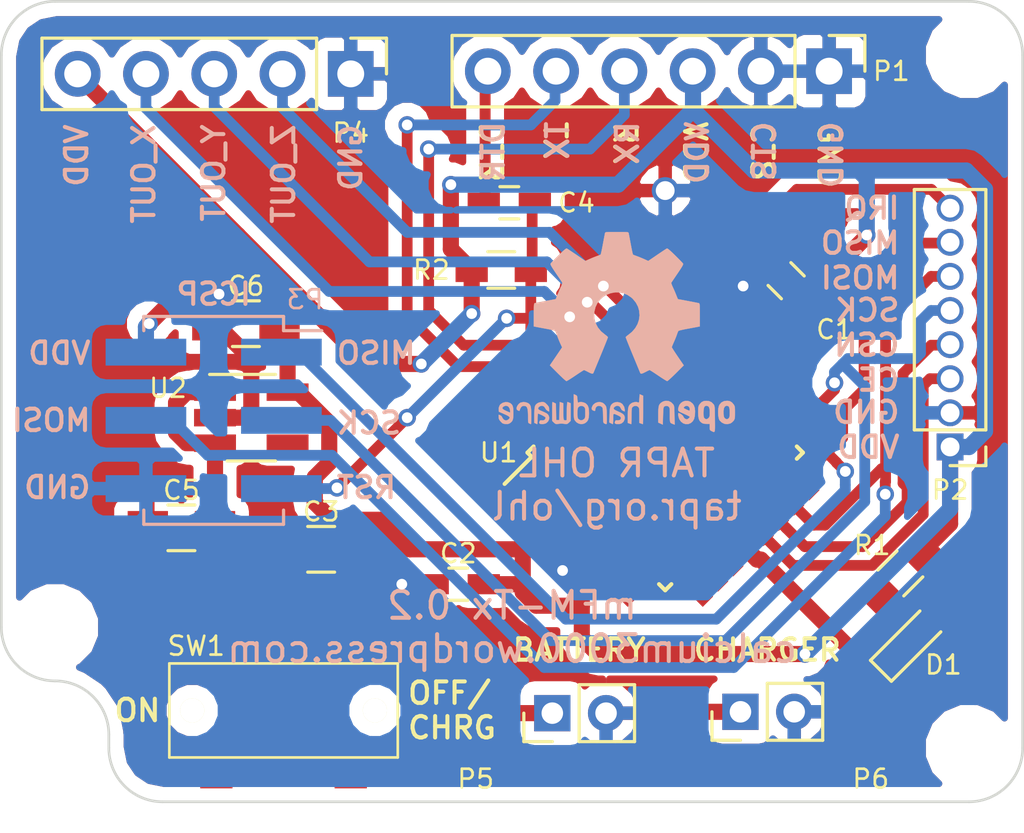
<source format=kicad_pcb>
(kicad_pcb (version 4) (host pcbnew 4.0.4-stable)

  (general
    (links 54)
    (no_connects 0)
    (area 139.949999 95.649999 178.050001 125.550001)
    (thickness 1.6)
    (drawings 49)
    (tracks 270)
    (zones 0)
    (modules 22)
    (nets 35)
  )

  (page A4)
  (layers
    (0 F.Cu signal)
    (31 B.Cu signal)
    (34 B.Paste user)
    (35 F.Paste user)
    (36 B.SilkS user)
    (37 F.SilkS user)
    (38 B.Mask user)
    (39 F.Mask user)
    (44 Edge.Cuts user)
    (46 B.CrtYd user)
    (47 F.CrtYd user)
    (48 B.Fab user)
    (49 F.Fab user)
  )

  (setup
    (last_trace_width 0.6)
    (user_trace_width 0.4)
    (user_trace_width 0.6)
    (trace_clearance 0.2)
    (zone_clearance 0.508)
    (zone_45_only no)
    (trace_min 0.2)
    (segment_width 0.2)
    (edge_width 0.1)
    (via_size 0.65)
    (via_drill 0.4)
    (via_min_size 0.4)
    (via_min_drill 0.3)
    (uvia_size 0.3)
    (uvia_drill 0.1)
    (uvias_allowed no)
    (uvia_min_size 0.2)
    (uvia_min_drill 0.1)
    (pcb_text_width 0.3)
    (pcb_text_size 1.5 1.5)
    (mod_edge_width 0.15)
    (mod_text_size 1 1)
    (mod_text_width 0.15)
    (pad_size 2.2 2.2)
    (pad_drill 2.2)
    (pad_to_mask_clearance 0.2)
    (aux_axis_origin 0 0)
    (visible_elements FFFEFF7F)
    (pcbplotparams
      (layerselection 0x010f0_80000001)
      (usegerberextensions true)
      (excludeedgelayer true)
      (linewidth 0.100000)
      (plotframeref false)
      (viasonmask false)
      (mode 1)
      (useauxorigin false)
      (hpglpennumber 1)
      (hpglpenspeed 20)
      (hpglpendiameter 15)
      (hpglpenoverlay 2)
      (psnegative false)
      (psa4output false)
      (plotreference true)
      (plotvalue true)
      (plotinvisibletext false)
      (padsonsilk false)
      (subtractmaskfromsilk false)
      (outputformat 1)
      (mirror false)
      (drillshape 0)
      (scaleselection 1)
      (outputdirectory gerbers))
  )

  (net 0 "")
  (net 1 GND)
  (net 2 PROG_RST)
  (net 3 PROG_DTR)
  (net 4 +VDD)
  (net 5 LDO_VBATT)
  (net 6 ACC_X)
  (net 7 ACC_Y)
  (net 8 ACC_Z)
  (net 9 NRF_CE)
  (net 10 NRF_CSN)
  (net 11 SPI_SCK)
  (net 12 SPI_MOSI)
  (net 13 SPI_MISO)
  (net 14 NRF_IRQ)
  (net 15 PROG_TX)
  (net 16 PROG_RX)
  (net 17 +BATT)
  (net 18 LED_K)
  (net 19 /MC_AREF)
  (net 20 /LED_A)
  (net 21 CHRG_VBATT)
  (net 22 "Net-(U1-Pad1)")
  (net 23 "Net-(U1-Pad2)")
  (net 24 "Net-(U1-Pad7)")
  (net 25 "Net-(U1-Pad8)")
  (net 26 "Net-(U1-Pad9)")
  (net 27 "Net-(U1-Pad10)")
  (net 28 "Net-(U1-Pad11)")
  (net 29 "Net-(U1-Pad19)")
  (net 30 "Net-(U1-Pad22)")
  (net 31 "Net-(U1-Pad23)")
  (net 32 "Net-(U1-Pad28)")
  (net 33 "Net-(U1-Pad32)")
  (net 34 "Net-(U2-Pad4)")

  (net_class Default "This is the default net class."
    (clearance 0.2)
    (trace_width 0.25)
    (via_dia 0.65)
    (via_drill 0.4)
    (uvia_dia 0.3)
    (uvia_drill 0.1)
    (add_net +BATT)
    (add_net +VDD)
    (add_net /LED_A)
    (add_net /MC_AREF)
    (add_net ACC_X)
    (add_net ACC_Y)
    (add_net ACC_Z)
    (add_net CHRG_VBATT)
    (add_net GND)
    (add_net LDO_VBATT)
    (add_net LED_K)
    (add_net NRF_CE)
    (add_net NRF_CSN)
    (add_net NRF_IRQ)
    (add_net "Net-(U1-Pad1)")
    (add_net "Net-(U1-Pad10)")
    (add_net "Net-(U1-Pad11)")
    (add_net "Net-(U1-Pad19)")
    (add_net "Net-(U1-Pad2)")
    (add_net "Net-(U1-Pad22)")
    (add_net "Net-(U1-Pad23)")
    (add_net "Net-(U1-Pad28)")
    (add_net "Net-(U1-Pad32)")
    (add_net "Net-(U1-Pad7)")
    (add_net "Net-(U1-Pad8)")
    (add_net "Net-(U1-Pad9)")
    (add_net "Net-(U2-Pad4)")
    (add_net PROG_DTR)
    (add_net PROG_RST)
    (add_net PROG_RX)
    (add_net PROG_TX)
    (add_net SPI_MISO)
    (add_net SPI_MOSI)
    (add_net SPI_SCK)
  )

  (module mFM:ADXL335_header (layer F.Cu) (tedit 59BEE950) (tstamp 59BB4581)
    (at 153 98.4 270)
    (path /59B8B94E)
    (fp_text reference P4 (at 2.2 0 360) (layer F.SilkS)
      (effects (font (size 0.7 0.7) (thickness 0.1)))
    )
    (fp_text value Header_1x5 (at 0 13.6 270) (layer F.Fab) hide
      (effects (font (size 1 1) (thickness 0.15)))
    )
    (fp_line (start -2.5 -2.5) (end -2.5 12.7) (layer F.Fab) (width 0.127))
    (fp_line (start 18.5 -2.5) (end -2.5 -2.5) (layer F.Fab) (width 0.127))
    (fp_line (start 18.5 12.7) (end 18.5 -2.5) (layer F.Fab) (width 0.127))
    (fp_line (start -2.5 12.7) (end 18.5 12.7) (layer F.Fab) (width 0.127))
    (fp_line (start -1.27 -1.27) (end -1.27 11.43) (layer F.Fab) (width 0.1))
    (fp_line (start -1.27 11.43) (end 1.27 11.43) (layer F.Fab) (width 0.1))
    (fp_line (start 1.27 11.43) (end 1.27 -1.27) (layer F.Fab) (width 0.1))
    (fp_line (start 1.27 -1.27) (end -1.27 -1.27) (layer F.Fab) (width 0.1))
    (fp_line (start -1.33 1.27) (end -1.33 11.49) (layer F.SilkS) (width 0.12))
    (fp_line (start -1.33 11.49) (end 1.33 11.49) (layer F.SilkS) (width 0.12))
    (fp_line (start 1.33 11.49) (end 1.33 1.27) (layer F.SilkS) (width 0.12))
    (fp_line (start 1.33 1.27) (end -1.33 1.27) (layer F.SilkS) (width 0.12))
    (fp_line (start -1.33 0) (end -1.33 -1.33) (layer F.SilkS) (width 0.12))
    (fp_line (start -1.33 -1.33) (end 0 -1.33) (layer F.SilkS) (width 0.12))
    (fp_line (start -1.8 -1.8) (end -1.8 11.95) (layer F.CrtYd) (width 0.05))
    (fp_line (start -1.8 11.95) (end 1.8 11.95) (layer F.CrtYd) (width 0.05))
    (fp_line (start 1.8 11.95) (end 1.8 -1.8) (layer F.CrtYd) (width 0.05))
    (fp_line (start 1.8 -1.8) (end -1.8 -1.8) (layer F.CrtYd) (width 0.05))
    (fp_text user %R (at 0 -2.33 270) (layer F.Fab) hide
      (effects (font (size 1 1) (thickness 0.15)))
    )
    (pad 1 thru_hole rect (at 0 0 270) (size 1.7 1.7) (drill 1) (layers *.Cu *.Mask)
      (net 1 GND))
    (pad 2 thru_hole oval (at 0 2.54 270) (size 1.7 1.7) (drill 1) (layers *.Cu *.Mask)
      (net 8 ACC_Z))
    (pad 3 thru_hole oval (at 0 5.08 270) (size 1.7 1.7) (drill 1) (layers *.Cu *.Mask)
      (net 7 ACC_Y))
    (pad 4 thru_hole oval (at 0 7.62 270) (size 1.7 1.7) (drill 1) (layers *.Cu *.Mask)
      (net 6 ACC_X))
    (pad 5 thru_hole oval (at 0 10.16 270) (size 1.7 1.7) (drill 1) (layers *.Cu *.Mask)
      (net 4 +VDD))
    (model ${KISYS3DMOD}/Socket_Strips.3dshapes/Socket_Strip_Straight_1x05_Pitch2.54mm.wrl
      (at (xyz 0 -0.2 0))
      (scale (xyz 1 1 1))
      (rotate (xyz 0 0 270))
    )
  )

  (module mFM:nRF24L01p_mini_header (layer F.Cu) (tedit 59BEE915) (tstamp 59B9F6E4)
    (at 175.3 112.29 180)
    (path /59B9F516)
    (fp_text reference P2 (at 0 -1.6 180) (layer F.SilkS)
      (effects (font (size 0.7 0.7) (thickness 0.1)))
    )
    (fp_text value Header_1x9 (at 0 11.3 180) (layer F.Fab) hide
      (effects (font (size 1 1) (thickness 0.15)))
    )
    (fp_line (start -0.9 10.4) (end 17.1 10.4) (layer F.Fab) (width 0.127))
    (fp_line (start -0.9 10.4) (end -0.9 -1.6) (layer F.Fab) (width 0.127))
    (fp_line (start 17.1 -1.6) (end 17.1 10.4) (layer F.Fab) (width 0.127))
    (fp_line (start -0.9 -1.6) (end 17.1 -1.6) (layer F.Fab) (width 0.127))
    (fp_line (start -1.27 -0.635) (end -1.27 9.525) (layer F.Fab) (width 0.1))
    (fp_line (start -1.27 9.525) (end 1.27 9.525) (layer F.Fab) (width 0.1))
    (fp_line (start 1.27 9.525) (end 1.27 -0.635) (layer F.Fab) (width 0.1))
    (fp_line (start 1.27 -0.635) (end -1.27 -0.635) (layer F.Fab) (width 0.1))
    (fp_line (start -1.33 0.635) (end -1.33 9.585) (layer F.SilkS) (width 0.12))
    (fp_line (start -1.33 9.585) (end 1.33 9.585) (layer F.SilkS) (width 0.12))
    (fp_line (start 1.33 9.585) (end 1.33 0.635) (layer F.SilkS) (width 0.12))
    (fp_line (start 1.33 0.635) (end -1.33 0.635) (layer F.SilkS) (width 0.12))
    (fp_line (start -1.33 0) (end -1.33 -0.695) (layer F.SilkS) (width 0.12))
    (fp_line (start -1.33 -0.695) (end 0 -0.695) (layer F.SilkS) (width 0.12))
    (fp_line (start -1.8 -1.15) (end -1.8 10.05) (layer F.CrtYd) (width 0.05))
    (fp_line (start -1.8 10.05) (end 1.8 10.05) (layer F.CrtYd) (width 0.05))
    (fp_line (start 1.8 10.05) (end 1.8 -1.15) (layer F.CrtYd) (width 0.05))
    (fp_line (start 1.8 -1.15) (end -1.8 -1.15) (layer F.CrtYd) (width 0.05))
    (pad 1 thru_hole rect (at 0 0 180) (size 1 1) (drill 0.7) (layers *.Cu *.Mask)
      (net 4 +VDD))
    (pad 2 thru_hole oval (at 0 1.27 180) (size 1 1) (drill 0.7) (layers *.Cu *.Mask)
      (net 1 GND))
    (pad 3 thru_hole oval (at 0 2.54 180) (size 1 1) (drill 0.7) (layers *.Cu *.Mask)
      (net 9 NRF_CE))
    (pad 4 thru_hole oval (at 0 3.81 180) (size 1 1) (drill 0.7) (layers *.Cu *.Mask)
      (net 10 NRF_CSN))
    (pad 5 thru_hole oval (at 0 5.08 180) (size 1 1) (drill 0.7) (layers *.Cu *.Mask)
      (net 11 SPI_SCK))
    (pad 6 thru_hole oval (at 0 6.35 180) (size 1 1) (drill 0.7) (layers *.Cu *.Mask)
      (net 12 SPI_MOSI))
    (pad 7 thru_hole oval (at 0 7.62 180) (size 1 1) (drill 0.7) (layers *.Cu *.Mask)
      (net 13 SPI_MISO))
    (pad 8 thru_hole oval (at 0 8.89 180) (size 1 1) (drill 0.7) (layers *.Cu *.Mask)
      (net 14 NRF_IRQ))
    (pad 9 thru_hole oval (at 10.6 9.545 180) (size 1 1) (drill 0.7) (layers *.Cu *.Mask)
      (net 1 GND))
    (model ${KISYS3DMOD}/Socket_Strips.3dshapes/Socket_Strip_Straight_1x08_Pitch1.27mm.wrl
      (at (xyz 0 0 0))
      (scale (xyz 1 1 1))
      (rotate (xyz 0 0 0))
    )
  )

  (module mFM:Socket_Strip_Straight_2x03_Pitch2.54mm_SMD (layer B.Cu) (tedit 59BEE8B0) (tstamp 59BD99B3)
    (at 147.9 111.3 180)
    (path /59BD9971)
    (attr smd)
    (fp_text reference P3 (at -3.4 4.5 180) (layer B.SilkS)
      (effects (font (size 0.7 0.7) (thickness 0.1)) (justify mirror))
    )
    (fp_text value Header_2x3 (at 0 -4.87 180) (layer B.Fab) hide
      (effects (font (size 1 1) (thickness 0.15)) (justify mirror))
    )
    (fp_line (start -2.54 3.81) (end -2.54 -3.81) (layer B.Fab) (width 0.1))
    (fp_line (start -2.54 -3.81) (end 2.54 -3.81) (layer B.Fab) (width 0.1))
    (fp_line (start 2.54 -3.81) (end 2.54 3.81) (layer B.Fab) (width 0.1))
    (fp_line (start 2.54 3.81) (end -2.54 3.81) (layer B.Fab) (width 0.1))
    (fp_line (start -2.54 2.86) (end -2.54 2.22) (layer B.Fab) (width 0.1))
    (fp_line (start -2.54 2.22) (end -3.92 2.22) (layer B.Fab) (width 0.1))
    (fp_line (start -3.92 2.22) (end -3.92 2.86) (layer B.Fab) (width 0.1))
    (fp_line (start -3.92 2.86) (end -2.54 2.86) (layer B.Fab) (width 0.1))
    (fp_line (start 2.54 2.86) (end 2.54 2.22) (layer B.Fab) (width 0.1))
    (fp_line (start 2.54 2.22) (end 3.92 2.22) (layer B.Fab) (width 0.1))
    (fp_line (start 3.92 2.22) (end 3.92 2.86) (layer B.Fab) (width 0.1))
    (fp_line (start 3.92 2.86) (end 2.54 2.86) (layer B.Fab) (width 0.1))
    (fp_line (start -2.54 0.32) (end -2.54 -0.32) (layer B.Fab) (width 0.1))
    (fp_line (start -2.54 -0.32) (end -3.92 -0.32) (layer B.Fab) (width 0.1))
    (fp_line (start -3.92 -0.32) (end -3.92 0.32) (layer B.Fab) (width 0.1))
    (fp_line (start -3.92 0.32) (end -2.54 0.32) (layer B.Fab) (width 0.1))
    (fp_line (start 2.54 0.32) (end 2.54 -0.32) (layer B.Fab) (width 0.1))
    (fp_line (start 2.54 -0.32) (end 3.92 -0.32) (layer B.Fab) (width 0.1))
    (fp_line (start 3.92 -0.32) (end 3.92 0.32) (layer B.Fab) (width 0.1))
    (fp_line (start 3.92 0.32) (end 2.54 0.32) (layer B.Fab) (width 0.1))
    (fp_line (start -2.54 -2.22) (end -2.54 -2.86) (layer B.Fab) (width 0.1))
    (fp_line (start -2.54 -2.86) (end -3.92 -2.86) (layer B.Fab) (width 0.1))
    (fp_line (start -3.92 -2.86) (end -3.92 -2.22) (layer B.Fab) (width 0.1))
    (fp_line (start -3.92 -2.22) (end -2.54 -2.22) (layer B.Fab) (width 0.1))
    (fp_line (start 2.54 -2.22) (end 2.54 -2.86) (layer B.Fab) (width 0.1))
    (fp_line (start 2.54 -2.86) (end 3.92 -2.86) (layer B.Fab) (width 0.1))
    (fp_line (start 3.92 -2.86) (end 3.92 -2.22) (layer B.Fab) (width 0.1))
    (fp_line (start 3.92 -2.22) (end 2.54 -2.22) (layer B.Fab) (width 0.1))
    (fp_line (start -2.6 3.34) (end -2.6 3.87) (layer B.SilkS) (width 0.12))
    (fp_line (start -2.6 3.87) (end 2.6 3.87) (layer B.SilkS) (width 0.12))
    (fp_line (start 2.6 3.87) (end 2.6 3.34) (layer B.SilkS) (width 0.12))
    (fp_line (start -2.6 -3.34) (end -2.6 -3.87) (layer B.SilkS) (width 0.12))
    (fp_line (start -2.6 -3.87) (end 2.6 -3.87) (layer B.SilkS) (width 0.12))
    (fp_line (start 2.6 -3.87) (end 2.6 -3.34) (layer B.SilkS) (width 0.12))
    (fp_line (start -4.02 3.34) (end -2.6 3.34) (layer B.SilkS) (width 0.12))
    (fp_line (start -4.55 4.35) (end -4.55 -4.35) (layer B.CrtYd) (width 0.05))
    (fp_line (start -4.55 -4.35) (end 4.55 -4.35) (layer B.CrtYd) (width 0.05))
    (fp_line (start 4.55 -4.35) (end 4.55 4.35) (layer B.CrtYd) (width 0.05))
    (fp_line (start 4.55 4.35) (end -4.55 4.35) (layer B.CrtYd) (width 0.05))
    (fp_text user %R (at 0 4.87 180) (layer B.Fab) hide
      (effects (font (size 1 1) (thickness 0.15)) (justify mirror))
    )
    (pad 2 smd rect (at 2.52 2.54 180) (size 3 1) (layers B.Cu B.Paste B.Mask)
      (net 4 +VDD))
    (pad 1 smd rect (at -2.52 2.54 180) (size 3 1) (layers B.Cu B.Paste B.Mask)
      (net 13 SPI_MISO))
    (pad 4 smd rect (at 2.52 0 180) (size 3 1) (layers B.Cu B.Paste B.Mask)
      (net 12 SPI_MOSI))
    (pad 3 smd rect (at -2.52 0 180) (size 3 1) (layers B.Cu B.Paste B.Mask)
      (net 11 SPI_SCK))
    (pad 6 smd rect (at 2.52 -2.54 180) (size 3 1) (layers B.Cu B.Paste B.Mask)
      (net 1 GND))
    (pad 5 smd rect (at -2.52 -2.54 180) (size 3 1) (layers B.Cu B.Paste B.Mask)
      (net 2 PROG_RST))
    (model ${KISYS3DMOD}/Socket_Strips.3dshapes/Socket_Strip_Straight_2x03_Pitch2.54mm_SMD.wrl
      (at (xyz 0 0 0))
      (scale (xyz 1 1 1))
      (rotate (xyz 0 0 0))
    )
  )

  (module Socket_Strips:Socket_Strip_Straight_1x06_Pitch2.54mm (layer F.Cu) (tedit 59BEE90D) (tstamp 59B9F6CC)
    (at 170.8 98.3 270)
    (descr "Through hole straight socket strip, 1x06, 2.54mm pitch, single row")
    (tags "Through hole socket strip THT 1x06 2.54mm single row")
    (path /59B8C517)
    (fp_text reference P1 (at 0 -2.315 360) (layer F.SilkS)
      (effects (font (size 0.7 0.7) (thickness 0.1)))
    )
    (fp_text value Header_1x6 (at 0 15.03 270) (layer F.Fab) hide
      (effects (font (size 1 1) (thickness 0.15)))
    )
    (fp_line (start -1.27 -1.27) (end -1.27 13.97) (layer F.Fab) (width 0.1))
    (fp_line (start -1.27 13.97) (end 1.27 13.97) (layer F.Fab) (width 0.1))
    (fp_line (start 1.27 13.97) (end 1.27 -1.27) (layer F.Fab) (width 0.1))
    (fp_line (start 1.27 -1.27) (end -1.27 -1.27) (layer F.Fab) (width 0.1))
    (fp_line (start -1.33 1.27) (end -1.33 14.03) (layer F.SilkS) (width 0.12))
    (fp_line (start -1.33 14.03) (end 1.33 14.03) (layer F.SilkS) (width 0.12))
    (fp_line (start 1.33 14.03) (end 1.33 1.27) (layer F.SilkS) (width 0.12))
    (fp_line (start 1.33 1.27) (end -1.33 1.27) (layer F.SilkS) (width 0.12))
    (fp_line (start -1.33 0) (end -1.33 -1.33) (layer F.SilkS) (width 0.12))
    (fp_line (start -1.33 -1.33) (end 0 -1.33) (layer F.SilkS) (width 0.12))
    (fp_line (start -1.8 -1.8) (end -1.8 14.5) (layer F.CrtYd) (width 0.05))
    (fp_line (start -1.8 14.5) (end 1.8 14.5) (layer F.CrtYd) (width 0.05))
    (fp_line (start 1.8 14.5) (end 1.8 -1.8) (layer F.CrtYd) (width 0.05))
    (fp_line (start 1.8 -1.8) (end -1.8 -1.8) (layer F.CrtYd) (width 0.05))
    (fp_text user %R (at 0 -2.33 270) (layer F.Fab) hide
      (effects (font (size 1 1) (thickness 0.15)))
    )
    (pad 1 thru_hole rect (at 0 0 270) (size 1.7 1.7) (drill 1) (layers *.Cu *.Mask)
      (net 1 GND))
    (pad 2 thru_hole oval (at 0 2.54 270) (size 1.7 1.7) (drill 1) (layers *.Cu *.Mask)
      (net 1 GND))
    (pad 3 thru_hole oval (at 0 5.08 270) (size 1.7 1.7) (drill 1) (layers *.Cu *.Mask)
      (net 4 +VDD))
    (pad 4 thru_hole oval (at 0 7.62 270) (size 1.7 1.7) (drill 1) (layers *.Cu *.Mask)
      (net 16 PROG_RX))
    (pad 5 thru_hole oval (at 0 10.16 270) (size 1.7 1.7) (drill 1) (layers *.Cu *.Mask)
      (net 15 PROG_TX))
    (pad 6 thru_hole oval (at 0 12.7 270) (size 1.7 1.7) (drill 1) (layers *.Cu *.Mask)
      (net 3 PROG_DTR))
    (model ${KISYS3DMOD}/Socket_Strips.3dshapes/Socket_Strip_Straight_1x06_Pitch2.54mm.wrl
      (at (xyz 0 -0.25 0))
      (scale (xyz 1 1 1))
      (rotate (xyz 0 0 270))
    )
  )

  (module Mounting_Holes:MountingHole_2.2mm_M2_ISO7380 (layer F.Cu) (tedit 59BEE8DD) (tstamp 59BB4937)
    (at 176 123.5)
    (descr "Mounting Hole 2.2mm, no annular, M2, ISO7380")
    (tags "mounting hole 2.2mm no annular m2 iso7380")
    (fp_text reference MH7 (at 0 -2.75) (layer F.SilkS) hide
      (effects (font (size 1 1) (thickness 0.15)))
    )
    (fp_text value MountingHole_2.2mm_M2_ISO7380 (at 0 2.75) (layer F.Fab) hide
      (effects (font (size 1 1) (thickness 0.15)))
    )
    (fp_circle (center 0 0) (end 1.75 0) (layer Cmts.User) (width 0.15))
    (fp_circle (center 0 0) (end 2 0) (layer F.CrtYd) (width 0.05))
    (pad 1 np_thru_hole circle (at 0 0) (size 2.2 2.2) (drill 2.2) (layers *.Cu *.Mask))
  )

  (module Mounting_Holes:MountingHole_2.2mm_M2_ISO7380 (layer F.Cu) (tedit 59BEE909) (tstamp 59BB4924)
    (at 176.022 97.7)
    (descr "Mounting Hole 2.2mm, no annular, M2, ISO7380")
    (tags "mounting hole 2.2mm no annular m2 iso7380")
    (fp_text reference MH6 (at 0 -2.75) (layer F.SilkS) hide
      (effects (font (size 1 1) (thickness 0.15)))
    )
    (fp_text value MountingHole_2.2mm_M2_ISO7380 (at 0 2.75) (layer F.Fab) hide
      (effects (font (size 1 1) (thickness 0.15)))
    )
    (fp_circle (center 0 0) (end 1.75 0) (layer Cmts.User) (width 0.15))
    (fp_circle (center 0 0) (end 2 0) (layer F.CrtYd) (width 0.05))
    (pad "" np_thru_hole circle (at -0.022 0) (size 2.2 2.2) (drill 2.2) (layers *.Cu *.Mask))
  )

  (module Capacitors_SMD:C_0603_HandSoldering (layer F.Cu) (tedit 59BEE939) (tstamp 59B8C509)
    (at 169.2 106.1 135)
    (descr "Capacitor SMD 0603, hand soldering")
    (tags "capacitor 0603")
    (path /59B92B37)
    (attr smd)
    (fp_text reference C1 (at -2.560434 -0.013435 360) (layer F.SilkS)
      (effects (font (size 0.7 0.7) (thickness 0.1)))
    )
    (fp_text value 0.1uF (at 0 1.5 135) (layer F.Fab) hide
      (effects (font (size 1 1) (thickness 0.15)))
    )
    (fp_text user %R (at 0 -1.25 135) (layer F.Fab) hide
      (effects (font (size 1 1) (thickness 0.15)))
    )
    (fp_line (start -0.8 0.4) (end -0.8 -0.4) (layer F.Fab) (width 0.1))
    (fp_line (start 0.8 0.4) (end -0.8 0.4) (layer F.Fab) (width 0.1))
    (fp_line (start 0.8 -0.4) (end 0.8 0.4) (layer F.Fab) (width 0.1))
    (fp_line (start -0.8 -0.4) (end 0.8 -0.4) (layer F.Fab) (width 0.1))
    (fp_line (start -0.35 -0.6) (end 0.35 -0.6) (layer F.SilkS) (width 0.12))
    (fp_line (start 0.35 0.6) (end -0.35 0.6) (layer F.SilkS) (width 0.12))
    (fp_line (start -1.8 -0.65) (end 1.8 -0.65) (layer F.CrtYd) (width 0.05))
    (fp_line (start -1.8 -0.65) (end -1.8 0.65) (layer F.CrtYd) (width 0.05))
    (fp_line (start 1.8 0.65) (end 1.8 -0.65) (layer F.CrtYd) (width 0.05))
    (fp_line (start 1.8 0.65) (end -1.8 0.65) (layer F.CrtYd) (width 0.05))
    (pad 1 smd rect (at -0.95 0 135) (size 1.2 0.75) (layers F.Cu F.Paste F.Mask)
      (net 19 /MC_AREF))
    (pad 2 smd rect (at 0.95 0 135) (size 1.2 0.75) (layers F.Cu F.Paste F.Mask)
      (net 1 GND))
    (model Capacitors_SMD.3dshapes/C_0603.wrl
      (at (xyz 0 0 0))
      (scale (xyz 1 1 1))
      (rotate (xyz 0 0 0))
    )
  )

  (module Capacitors_SMD:C_0603_HandSoldering (layer F.Cu) (tedit 59BEE8F0) (tstamp 59B8C51A)
    (at 157 117.4 180)
    (descr "Capacitor SMD 0603, hand soldering")
    (tags "capacitor 0603")
    (path /59B925BD)
    (attr smd)
    (fp_text reference C2 (at 0 1.143 180) (layer F.SilkS)
      (effects (font (size 0.7 0.7) (thickness 0.1)))
    )
    (fp_text value 0.1uF (at 0 1.5 180) (layer F.Fab) hide
      (effects (font (size 1 1) (thickness 0.15)))
    )
    (fp_text user %R (at 0 -1.25 180) (layer F.Fab) hide
      (effects (font (size 1 1) (thickness 0.15)))
    )
    (fp_line (start -0.8 0.4) (end -0.8 -0.4) (layer F.Fab) (width 0.1))
    (fp_line (start 0.8 0.4) (end -0.8 0.4) (layer F.Fab) (width 0.1))
    (fp_line (start 0.8 -0.4) (end 0.8 0.4) (layer F.Fab) (width 0.1))
    (fp_line (start -0.8 -0.4) (end 0.8 -0.4) (layer F.Fab) (width 0.1))
    (fp_line (start -0.35 -0.6) (end 0.35 -0.6) (layer F.SilkS) (width 0.12))
    (fp_line (start 0.35 0.6) (end -0.35 0.6) (layer F.SilkS) (width 0.12))
    (fp_line (start -1.8 -0.65) (end 1.8 -0.65) (layer F.CrtYd) (width 0.05))
    (fp_line (start -1.8 -0.65) (end -1.8 0.65) (layer F.CrtYd) (width 0.05))
    (fp_line (start 1.8 0.65) (end 1.8 -0.65) (layer F.CrtYd) (width 0.05))
    (fp_line (start 1.8 0.65) (end -1.8 0.65) (layer F.CrtYd) (width 0.05))
    (pad 1 smd rect (at -0.95 0 180) (size 1.2 0.75) (layers F.Cu F.Paste F.Mask)
      (net 4 +VDD))
    (pad 2 smd rect (at 0.95 0 180) (size 1.2 0.75) (layers F.Cu F.Paste F.Mask)
      (net 1 GND))
    (model Capacitors_SMD.3dshapes/C_0603.wrl
      (at (xyz 0 0 0))
      (scale (xyz 1 1 1))
      (rotate (xyz 0 0 0))
    )
  )

  (module Capacitors_SMD:C_0603_HandSoldering (layer F.Cu) (tedit 59BEE934) (tstamp 59B8C53C)
    (at 158.9 103.2 180)
    (descr "Capacitor SMD 0603, hand soldering")
    (tags "capacitor 0603")
    (path /59B8F6A1)
    (attr smd)
    (fp_text reference C4 (at -2.5 0 180) (layer F.SilkS)
      (effects (font (size 0.7 0.7) (thickness 0.1)))
    )
    (fp_text value 0.1uF (at 0 1.5 180) (layer F.Fab) hide
      (effects (font (size 1 1) (thickness 0.15)))
    )
    (fp_text user %R (at 0 -1.25 180) (layer F.Fab) hide
      (effects (font (size 1 1) (thickness 0.15)))
    )
    (fp_line (start -0.8 0.4) (end -0.8 -0.4) (layer F.Fab) (width 0.1))
    (fp_line (start 0.8 0.4) (end -0.8 0.4) (layer F.Fab) (width 0.1))
    (fp_line (start 0.8 -0.4) (end 0.8 0.4) (layer F.Fab) (width 0.1))
    (fp_line (start -0.8 -0.4) (end 0.8 -0.4) (layer F.Fab) (width 0.1))
    (fp_line (start -0.35 -0.6) (end 0.35 -0.6) (layer F.SilkS) (width 0.12))
    (fp_line (start 0.35 0.6) (end -0.35 0.6) (layer F.SilkS) (width 0.12))
    (fp_line (start -1.8 -0.65) (end 1.8 -0.65) (layer F.CrtYd) (width 0.05))
    (fp_line (start -1.8 -0.65) (end -1.8 0.65) (layer F.CrtYd) (width 0.05))
    (fp_line (start 1.8 0.65) (end 1.8 -0.65) (layer F.CrtYd) (width 0.05))
    (fp_line (start 1.8 0.65) (end -1.8 0.65) (layer F.CrtYd) (width 0.05))
    (pad 1 smd rect (at -0.95 0 180) (size 1.2 0.75) (layers F.Cu F.Paste F.Mask)
      (net 2 PROG_RST))
    (pad 2 smd rect (at 0.95 0 180) (size 1.2 0.75) (layers F.Cu F.Paste F.Mask)
      (net 3 PROG_DTR))
    (model Capacitors_SMD.3dshapes/C_0603.wrl
      (at (xyz 0 0 0))
      (scale (xyz 1 1 1))
      (rotate (xyz 0 0 0))
    )
  )

  (module Resistors_SMD:R_0603_HandSoldering (layer F.Cu) (tedit 59BEE969) (tstamp 59B8C67B)
    (at 173.45 117 225)
    (descr "Resistor SMD 0603, hand soldering")
    (tags "resistor 0603")
    (path /59B8D6BC)
    (attr smd)
    (fp_text reference R1 (at 0 1.484924 540) (layer F.SilkS)
      (effects (font (size 0.7 0.7) (thickness 0.1)))
    )
    (fp_text value 1k (at 0 1.55 225) (layer F.Fab) hide
      (effects (font (size 1 1) (thickness 0.15)))
    )
    (fp_text user %R (at 0 0 225) (layer F.Fab) hide
      (effects (font (size 0.4 0.4) (thickness 0.075)))
    )
    (fp_line (start -0.8 0.4) (end -0.8 -0.4) (layer F.Fab) (width 0.1))
    (fp_line (start 0.8 0.4) (end -0.8 0.4) (layer F.Fab) (width 0.1))
    (fp_line (start 0.8 -0.4) (end 0.8 0.4) (layer F.Fab) (width 0.1))
    (fp_line (start -0.8 -0.4) (end 0.8 -0.4) (layer F.Fab) (width 0.1))
    (fp_line (start 0.5 0.68) (end -0.5 0.68) (layer F.SilkS) (width 0.12))
    (fp_line (start -0.5 -0.68) (end 0.5 -0.68) (layer F.SilkS) (width 0.12))
    (fp_line (start -1.96 -0.7) (end 1.95 -0.7) (layer F.CrtYd) (width 0.05))
    (fp_line (start -1.96 -0.7) (end -1.96 0.7) (layer F.CrtYd) (width 0.05))
    (fp_line (start 1.95 0.7) (end 1.95 -0.7) (layer F.CrtYd) (width 0.05))
    (fp_line (start 1.95 0.7) (end -1.96 0.7) (layer F.CrtYd) (width 0.05))
    (pad 1 smd rect (at -1.1 0 225) (size 1.2 0.9) (layers F.Cu F.Paste F.Mask)
      (net 4 +VDD))
    (pad 2 smd rect (at 1.1 0 225) (size 1.2 0.9) (layers F.Cu F.Paste F.Mask)
      (net 20 /LED_A))
    (model ${KISYS3DMOD}/Resistors_SMD.3dshapes/R_0603.wrl
      (at (xyz 0 0 0))
      (scale (xyz 1 1 1))
      (rotate (xyz 0 0 0))
    )
  )

  (module Resistors_SMD:R_0603_HandSoldering (layer F.Cu) (tedit 59BEE965) (tstamp 59B8C68C)
    (at 158.6 105.7)
    (descr "Resistor SMD 0603, hand soldering")
    (tags "resistor 0603")
    (path /59B8FBFC)
    (attr smd)
    (fp_text reference R2 (at -2.6 0) (layer F.SilkS)
      (effects (font (size 0.7 0.7) (thickness 0.1)))
    )
    (fp_text value 10k (at 0 1.55) (layer F.Fab) hide
      (effects (font (size 1 1) (thickness 0.15)))
    )
    (fp_text user %R (at 0 0) (layer F.Fab) hide
      (effects (font (size 0.4 0.4) (thickness 0.075)))
    )
    (fp_line (start -0.8 0.4) (end -0.8 -0.4) (layer F.Fab) (width 0.1))
    (fp_line (start 0.8 0.4) (end -0.8 0.4) (layer F.Fab) (width 0.1))
    (fp_line (start 0.8 -0.4) (end 0.8 0.4) (layer F.Fab) (width 0.1))
    (fp_line (start -0.8 -0.4) (end 0.8 -0.4) (layer F.Fab) (width 0.1))
    (fp_line (start 0.5 0.68) (end -0.5 0.68) (layer F.SilkS) (width 0.12))
    (fp_line (start -0.5 -0.68) (end 0.5 -0.68) (layer F.SilkS) (width 0.12))
    (fp_line (start -1.96 -0.7) (end 1.95 -0.7) (layer F.CrtYd) (width 0.05))
    (fp_line (start -1.96 -0.7) (end -1.96 0.7) (layer F.CrtYd) (width 0.05))
    (fp_line (start 1.95 0.7) (end 1.95 -0.7) (layer F.CrtYd) (width 0.05))
    (fp_line (start 1.95 0.7) (end -1.96 0.7) (layer F.CrtYd) (width 0.05))
    (pad 1 smd rect (at -1.1 0) (size 1.2 0.9) (layers F.Cu F.Paste F.Mask)
      (net 4 +VDD))
    (pad 2 smd rect (at 1.1 0) (size 1.2 0.9) (layers F.Cu F.Paste F.Mask)
      (net 2 PROG_RST))
    (model ${KISYS3DMOD}/Resistors_SMD.3dshapes/R_0603.wrl
      (at (xyz 0 0 0))
      (scale (xyz 1 1 1))
      (rotate (xyz 0 0 0))
    )
  )

  (module mFM:SW_SPDT_SMD (layer F.Cu) (tedit 59BEE8BC) (tstamp 59B8C6BA)
    (at 150.5 122.1)
    (path /59B9004C)
    (fp_text reference SW1 (at -3.25 -2.4 180) (layer F.SilkS)
      (effects (font (size 0.7 0.7) (thickness 0.1)))
    )
    (fp_text value SPDT (at 0 6.25) (layer F.Fab) hide
      (effects (font (size 1 1) (thickness 0.15)))
    )
    (fp_line (start 4.5 2) (end 3.35 2) (layer F.CrtYd) (width 0.05))
    (fp_line (start 3.35 2) (end 3.35 3.15) (layer F.CrtYd) (width 0.05))
    (fp_line (start -3.35 3.15) (end -3.35 2) (layer F.CrtYd) (width 0.05))
    (fp_line (start -3.35 2) (end -4.5 2) (layer F.CrtYd) (width 0.05))
    (fp_line (start 0.85 -3.15) (end 0.85 -2) (layer F.CrtYd) (width 0.05))
    (fp_line (start 0.85 -2) (end 4.5 -2) (layer F.CrtYd) (width 0.05))
    (fp_line (start -0.85 -3.15) (end -0.85 -2) (layer F.CrtYd) (width 0.05))
    (fp_line (start -0.85 -2) (end -4.5 -2) (layer F.CrtYd) (width 0.05))
    (fp_line (start 1.75 3.15) (end 3.35 3.15) (layer F.CrtYd) (width 0.05))
    (fp_line (start -1.75 3.15) (end -1.75 4.55) (layer F.CrtYd) (width 0.05))
    (fp_line (start -1.75 4.55) (end 1.75 4.55) (layer F.CrtYd) (width 0.05))
    (fp_line (start 1.75 4.55) (end 1.75 3.15) (layer F.CrtYd) (width 0.05))
    (fp_line (start -3.35 3.15) (end -1.75 3.15) (layer F.CrtYd) (width 0.05))
    (fp_line (start 4.5 2) (end 4.5 -2) (layer F.CrtYd) (width 0.05))
    (fp_line (start 0.85 -3.15) (end -0.85 -3.15) (layer F.CrtYd) (width 0.05))
    (fp_line (start -4.5 -2) (end -4.5 2) (layer F.CrtYd) (width 0.05))
    (fp_line (start -4.25 -1.75) (end -4.25 1.75) (layer F.SilkS) (width 0.1))
    (fp_line (start 4.25 -1.75) (end 4.25 1.75) (layer F.SilkS) (width 0.1))
    (fp_line (start -4.25 1.75) (end 4.25 1.75) (layer F.SilkS) (width 0.1))
    (fp_line (start -4.25 -1.75) (end 4.25 -1.75) (layer F.SilkS) (width 0.1))
    (pad 1 smd rect (at -2.5 2.2) (size 1.2 1.4) (layers F.Cu F.Paste F.Mask)
      (net 5 LDO_VBATT))
    (pad 3 smd rect (at 2.5 2.2) (size 1.2 1.4) (layers F.Cu F.Paste F.Mask)
      (net 21 CHRG_VBATT))
    (pad 2 smd rect (at 0 -2.2) (size 1.2 1.4) (layers F.Cu F.Paste F.Mask)
      (net 17 +BATT))
    (pad "" np_thru_hole circle (at -3.4 0) (size 0.9 0.9) (drill 0.9) (layers *.Cu *.Mask F.SilkS))
    (pad "" np_thru_hole circle (at 3.4 0) (size 0.9 0.9) (drill 0.9) (layers *.Cu *.Mask F.SilkS))
  )

  (module LEDs:LED_0603_HandSoldering (layer F.Cu) (tedit 59BEE8B7) (tstamp 59BB456D)
    (at 174 119.35 45)
    (descr "LED SMD 0603, hand soldering")
    (tags "LED 0603")
    (path /59B8D878)
    (attr smd)
    (fp_text reference D1 (at 0 1.484924 180) (layer F.SilkS)
      (effects (font (size 0.7 0.7) (thickness 0.1)))
    )
    (fp_text value Blue_LED (at 0 1.55 45) (layer F.Fab) hide
      (effects (font (size 1 1) (thickness 0.15)))
    )
    (fp_line (start -1.8 -0.55) (end -1.8 0.55) (layer F.SilkS) (width 0.12))
    (fp_line (start -0.2 -0.2) (end -0.2 0.2) (layer F.Fab) (width 0.1))
    (fp_line (start -0.15 0) (end 0.15 -0.2) (layer F.Fab) (width 0.1))
    (fp_line (start 0.15 0.2) (end -0.15 0) (layer F.Fab) (width 0.1))
    (fp_line (start 0.15 -0.2) (end 0.15 0.2) (layer F.Fab) (width 0.1))
    (fp_line (start 0.8 0.4) (end -0.8 0.4) (layer F.Fab) (width 0.1))
    (fp_line (start 0.8 -0.4) (end 0.8 0.4) (layer F.Fab) (width 0.1))
    (fp_line (start -0.8 -0.4) (end 0.8 -0.4) (layer F.Fab) (width 0.1))
    (fp_line (start -1.8 0.55) (end 0.8 0.55) (layer F.SilkS) (width 0.12))
    (fp_line (start -1.8 -0.55) (end 0.8 -0.55) (layer F.SilkS) (width 0.12))
    (fp_line (start -1.96 -0.7) (end 1.95 -0.7) (layer F.CrtYd) (width 0.05))
    (fp_line (start -1.96 -0.7) (end -1.96 0.7) (layer F.CrtYd) (width 0.05))
    (fp_line (start 1.95 0.7) (end 1.95 -0.7) (layer F.CrtYd) (width 0.05))
    (fp_line (start 1.95 0.7) (end -1.96 0.7) (layer F.CrtYd) (width 0.05))
    (fp_line (start -0.8 -0.4) (end -0.8 0.4) (layer F.Fab) (width 0.1))
    (pad 1 smd rect (at -1.1 0 45) (size 1.2 0.9) (layers F.Cu F.Paste F.Mask)
      (net 18 LED_K))
    (pad 2 smd rect (at 1.1 0 45) (size 1.2 0.9) (layers F.Cu F.Paste F.Mask)
      (net 20 /LED_A))
    (model ${KISYS3DMOD}/LEDs.3dshapes/LED_0603.wrl
      (at (xyz 0 0 0))
      (scale (xyz 1 1 1))
      (rotate (xyz 0 0 180))
    )
  )

  (module Mounting_Holes:MountingHole_2.2mm_M2_ISO7380 (layer F.Cu) (tedit 59BEE8BF) (tstamp 59BB4900)
    (at 142 119)
    (descr "Mounting Hole 2.2mm, no annular, M2, ISO7380")
    (tags "mounting hole 2.2mm no annular m2 iso7380")
    (fp_text reference MH0 (at 0 -2.75) (layer F.SilkS) hide
      (effects (font (size 1 1) (thickness 0.15)))
    )
    (fp_text value MountingHole_2.2mm_M2_ISO7380 (at 0 2.75) (layer F.Fab) hide
      (effects (font (size 1 1) (thickness 0.15)))
    )
    (fp_circle (center 0 0) (end 1.75 0) (layer Cmts.User) (width 0.15))
    (fp_circle (center 0 0) (end 2 0) (layer F.CrtYd) (width 0.05))
    (pad 1 np_thru_hole circle (at 0 0) (size 2.2 2.2) (drill 2.2) (layers *.Cu *.Mask))
  )

  (module Symbols:OSHW-Logo2_9.8x8mm_SilkScreen (layer B.Cu) (tedit 59BD7F0F) (tstamp 59BD6969)
    (at 162.9 108 180)
    (descr "Open Source Hardware Symbol")
    (tags "Logo Symbol OSHW")
    (attr virtual)
    (fp_text reference SYM0 (at 0 0 180) (layer B.SilkS) hide
      (effects (font (size 1 1) (thickness 0.15)) (justify mirror))
    )
    (fp_text value OSHW-Logo2_9.8x8mm_SilkScreen (at 0.75 0 180) (layer B.Fab) hide
      (effects (font (size 1 1) (thickness 0.15)) (justify mirror))
    )
    (fp_poly (pts (xy -3.231114 -2.584505) (xy -3.156461 -2.621727) (xy -3.090569 -2.690261) (xy -3.072423 -2.715648)
      (xy -3.052655 -2.748866) (xy -3.039828 -2.784945) (xy -3.03249 -2.833098) (xy -3.029187 -2.902536)
      (xy -3.028462 -2.994206) (xy -3.031737 -3.11983) (xy -3.043123 -3.214154) (xy -3.064959 -3.284523)
      (xy -3.099581 -3.338286) (xy -3.14933 -3.382788) (xy -3.152986 -3.385423) (xy -3.202015 -3.412377)
      (xy -3.261055 -3.425712) (xy -3.336141 -3.429) (xy -3.458205 -3.429) (xy -3.458256 -3.547497)
      (xy -3.459392 -3.613492) (xy -3.466314 -3.652202) (xy -3.484402 -3.675419) (xy -3.519038 -3.694933)
      (xy -3.527355 -3.69892) (xy -3.56628 -3.717603) (xy -3.596417 -3.729403) (xy -3.618826 -3.730422)
      (xy -3.634567 -3.716761) (xy -3.644698 -3.684522) (xy -3.650277 -3.629804) (xy -3.652365 -3.548711)
      (xy -3.652019 -3.437344) (xy -3.6503 -3.291802) (xy -3.649763 -3.248269) (xy -3.647828 -3.098205)
      (xy -3.646096 -3.000042) (xy -3.458308 -3.000042) (xy -3.457252 -3.083364) (xy -3.452562 -3.13788)
      (xy -3.441949 -3.173837) (xy -3.423128 -3.201482) (xy -3.41035 -3.214965) (xy -3.35811 -3.254417)
      (xy -3.311858 -3.257628) (xy -3.264133 -3.225049) (xy -3.262923 -3.223846) (xy -3.243506 -3.198668)
      (xy -3.231693 -3.164447) (xy -3.225735 -3.111748) (xy -3.22388 -3.031131) (xy -3.223846 -3.013271)
      (xy -3.22833 -2.902175) (xy -3.242926 -2.825161) (xy -3.26935 -2.778147) (xy -3.309317 -2.75705)
      (xy -3.332416 -2.754923) (xy -3.387238 -2.7649) (xy -3.424842 -2.797752) (xy -3.447477 -2.857857)
      (xy -3.457394 -2.949598) (xy -3.458308 -3.000042) (xy -3.646096 -3.000042) (xy -3.645778 -2.98206)
      (xy -3.643127 -2.894679) (xy -3.639394 -2.830905) (xy -3.634093 -2.785582) (xy -3.626742 -2.753555)
      (xy -3.616857 -2.729668) (xy -3.603954 -2.708764) (xy -3.598421 -2.700898) (xy -3.525031 -2.626595)
      (xy -3.43224 -2.584467) (xy -3.324904 -2.572722) (xy -3.231114 -2.584505)) (layer B.SilkS) (width 0.01))
    (fp_poly (pts (xy -1.728336 -2.595089) (xy -1.665633 -2.631358) (xy -1.622039 -2.667358) (xy -1.590155 -2.705075)
      (xy -1.56819 -2.751199) (xy -1.554351 -2.812421) (xy -1.546847 -2.895431) (xy -1.543883 -3.006919)
      (xy -1.543539 -3.087062) (xy -1.543539 -3.382065) (xy -1.709615 -3.456515) (xy -1.719385 -3.133402)
      (xy -1.723421 -3.012729) (xy -1.727656 -2.925141) (xy -1.732903 -2.86465) (xy -1.739975 -2.825268)
      (xy -1.749689 -2.801007) (xy -1.762856 -2.78588) (xy -1.767081 -2.782606) (xy -1.831091 -2.757034)
      (xy -1.895792 -2.767153) (xy -1.934308 -2.794) (xy -1.949975 -2.813024) (xy -1.96082 -2.837988)
      (xy -1.967712 -2.875834) (xy -1.971521 -2.933502) (xy -1.973117 -3.017935) (xy -1.973385 -3.105928)
      (xy -1.973437 -3.216323) (xy -1.975328 -3.294463) (xy -1.981655 -3.347165) (xy -1.995017 -3.381242)
      (xy -2.018015 -3.403511) (xy -2.053246 -3.420787) (xy -2.100303 -3.438738) (xy -2.151697 -3.458278)
      (xy -2.145579 -3.111485) (xy -2.143116 -2.986468) (xy -2.140233 -2.894082) (xy -2.136102 -2.827881)
      (xy -2.129893 -2.78142) (xy -2.120774 -2.748256) (xy -2.107917 -2.721944) (xy -2.092416 -2.698729)
      (xy -2.017629 -2.624569) (xy -1.926372 -2.581684) (xy -1.827117 -2.571412) (xy -1.728336 -2.595089)) (layer B.SilkS) (width 0.01))
    (fp_poly (pts (xy -3.983114 -2.587256) (xy -3.891536 -2.635409) (xy -3.823951 -2.712905) (xy -3.799943 -2.762727)
      (xy -3.781262 -2.837533) (xy -3.771699 -2.932052) (xy -3.770792 -3.03521) (xy -3.778079 -3.135935)
      (xy -3.793097 -3.223153) (xy -3.815385 -3.285791) (xy -3.822235 -3.296579) (xy -3.903368 -3.377105)
      (xy -3.999734 -3.425336) (xy -4.104299 -3.43945) (xy -4.210032 -3.417629) (xy -4.239457 -3.404547)
      (xy -4.296759 -3.364231) (xy -4.34705 -3.310775) (xy -4.351803 -3.303995) (xy -4.371122 -3.271321)
      (xy -4.383892 -3.236394) (xy -4.391436 -3.190414) (xy -4.395076 -3.124584) (xy -4.396135 -3.030105)
      (xy -4.396154 -3.008923) (xy -4.396106 -3.002182) (xy -4.200769 -3.002182) (xy -4.199632 -3.091349)
      (xy -4.195159 -3.15052) (xy -4.185754 -3.188741) (xy -4.169824 -3.215053) (xy -4.161692 -3.223846)
      (xy -4.114942 -3.257261) (xy -4.069553 -3.255737) (xy -4.02366 -3.226752) (xy -3.996288 -3.195809)
      (xy -3.980077 -3.150643) (xy -3.970974 -3.07942) (xy -3.970349 -3.071114) (xy -3.968796 -2.942037)
      (xy -3.985035 -2.846172) (xy -4.018848 -2.784107) (xy -4.070016 -2.756432) (xy -4.08828 -2.754923)
      (xy -4.13624 -2.762513) (xy -4.169047 -2.788808) (xy -4.189105 -2.839095) (xy -4.198822 -2.918664)
      (xy -4.200769 -3.002182) (xy -4.396106 -3.002182) (xy -4.395426 -2.908249) (xy -4.392371 -2.837906)
      (xy -4.385678 -2.789163) (xy -4.37404 -2.753288) (xy -4.356147 -2.721548) (xy -4.352192 -2.715648)
      (xy -4.285733 -2.636104) (xy -4.213315 -2.589929) (xy -4.125151 -2.571599) (xy -4.095213 -2.570703)
      (xy -3.983114 -2.587256)) (layer B.SilkS) (width 0.01))
    (fp_poly (pts (xy -2.465746 -2.599745) (xy -2.388714 -2.651567) (xy -2.329184 -2.726412) (xy -2.293622 -2.821654)
      (xy -2.286429 -2.891756) (xy -2.287246 -2.921009) (xy -2.294086 -2.943407) (xy -2.312888 -2.963474)
      (xy -2.349592 -2.985733) (xy -2.410138 -3.014709) (xy -2.500466 -3.054927) (xy -2.500923 -3.055129)
      (xy -2.584067 -3.09321) (xy -2.652247 -3.127025) (xy -2.698495 -3.152933) (xy -2.715842 -3.167295)
      (xy -2.715846 -3.167411) (xy -2.700557 -3.198685) (xy -2.664804 -3.233157) (xy -2.623758 -3.25799)
      (xy -2.602963 -3.262923) (xy -2.54623 -3.245862) (xy -2.497373 -3.203133) (xy -2.473535 -3.156155)
      (xy -2.450603 -3.121522) (xy -2.405682 -3.082081) (xy -2.352877 -3.048009) (xy -2.30629 -3.02948)
      (xy -2.296548 -3.028462) (xy -2.285582 -3.045215) (xy -2.284921 -3.088039) (xy -2.29298 -3.145781)
      (xy -2.308173 -3.207289) (xy -2.328914 -3.261409) (xy -2.329962 -3.26351) (xy -2.392379 -3.35066)
      (xy -2.473274 -3.409939) (xy -2.565144 -3.439034) (xy -2.660487 -3.435634) (xy -2.751802 -3.397428)
      (xy -2.755862 -3.394741) (xy -2.827694 -3.329642) (xy -2.874927 -3.244705) (xy -2.901066 -3.133021)
      (xy -2.904574 -3.101643) (xy -2.910787 -2.953536) (xy -2.903339 -2.884468) (xy -2.715846 -2.884468)
      (xy -2.71341 -2.927552) (xy -2.700086 -2.940126) (xy -2.666868 -2.930719) (xy -2.614506 -2.908483)
      (xy -2.555976 -2.88061) (xy -2.554521 -2.879872) (xy -2.504911 -2.853777) (xy -2.485 -2.836363)
      (xy -2.48991 -2.818107) (xy -2.510584 -2.79412) (xy -2.563181 -2.759406) (xy -2.619823 -2.756856)
      (xy -2.670631 -2.782119) (xy -2.705724 -2.830847) (xy -2.715846 -2.884468) (xy -2.903339 -2.884468)
      (xy -2.898008 -2.835036) (xy -2.865222 -2.741055) (xy -2.819579 -2.675215) (xy -2.737198 -2.608681)
      (xy -2.646454 -2.575676) (xy -2.553815 -2.573573) (xy -2.465746 -2.599745)) (layer B.SilkS) (width 0.01))
    (fp_poly (pts (xy -0.840154 -2.49212) (xy -0.834428 -2.57198) (xy -0.827851 -2.619039) (xy -0.818738 -2.639566)
      (xy -0.805402 -2.639829) (xy -0.801077 -2.637378) (xy -0.743556 -2.619636) (xy -0.668732 -2.620672)
      (xy -0.592661 -2.63891) (xy -0.545082 -2.662505) (xy -0.496298 -2.700198) (xy -0.460636 -2.742855)
      (xy -0.436155 -2.797057) (xy -0.420913 -2.869384) (xy -0.41297 -2.966419) (xy -0.410384 -3.094742)
      (xy -0.410338 -3.119358) (xy -0.410308 -3.39587) (xy -0.471839 -3.41732) (xy -0.515541 -3.431912)
      (xy -0.539518 -3.438706) (xy -0.540223 -3.438769) (xy -0.542585 -3.420345) (xy -0.544594 -3.369526)
      (xy -0.546099 -3.292993) (xy -0.546947 -3.19743) (xy -0.547077 -3.139329) (xy -0.547349 -3.024771)
      (xy -0.548748 -2.942667) (xy -0.552151 -2.886393) (xy -0.558433 -2.849326) (xy -0.568471 -2.824844)
      (xy -0.583139 -2.806325) (xy -0.592298 -2.797406) (xy -0.655211 -2.761466) (xy -0.723864 -2.758775)
      (xy -0.786152 -2.78917) (xy -0.797671 -2.800144) (xy -0.814567 -2.820779) (xy -0.826286 -2.845256)
      (xy -0.833767 -2.880647) (xy -0.837946 -2.934026) (xy -0.839763 -3.012466) (xy -0.840154 -3.120617)
      (xy -0.840154 -3.39587) (xy -0.901685 -3.41732) (xy -0.945387 -3.431912) (xy -0.969364 -3.438706)
      (xy -0.97007 -3.438769) (xy -0.971874 -3.420069) (xy -0.9735 -3.367322) (xy -0.974883 -3.285557)
      (xy -0.975958 -3.179805) (xy -0.97666 -3.055094) (xy -0.976923 -2.916455) (xy -0.976923 -2.381806)
      (xy -0.849923 -2.328236) (xy -0.840154 -2.49212)) (layer B.SilkS) (width 0.01))
    (fp_poly (pts (xy 0.053501 -2.626303) (xy 0.13006 -2.654733) (xy 0.130936 -2.655279) (xy 0.178285 -2.690127)
      (xy 0.213241 -2.730852) (xy 0.237825 -2.783925) (xy 0.254062 -2.855814) (xy 0.263975 -2.952992)
      (xy 0.269586 -3.081928) (xy 0.270077 -3.100298) (xy 0.277141 -3.377287) (xy 0.217695 -3.408028)
      (xy 0.174681 -3.428802) (xy 0.14871 -3.438646) (xy 0.147509 -3.438769) (xy 0.143014 -3.420606)
      (xy 0.139444 -3.371612) (xy 0.137248 -3.300031) (xy 0.136769 -3.242068) (xy 0.136758 -3.14817)
      (xy 0.132466 -3.089203) (xy 0.117503 -3.061079) (xy 0.085482 -3.059706) (xy 0.030014 -3.080998)
      (xy -0.053731 -3.120136) (xy -0.115311 -3.152643) (xy -0.146983 -3.180845) (xy -0.156294 -3.211582)
      (xy -0.156308 -3.213104) (xy -0.140943 -3.266054) (xy -0.095453 -3.29466) (xy -0.025834 -3.298803)
      (xy 0.024313 -3.298084) (xy 0.050754 -3.312527) (xy 0.067243 -3.347218) (xy 0.076733 -3.391416)
      (xy 0.063057 -3.416493) (xy 0.057907 -3.420082) (xy 0.009425 -3.434496) (xy -0.058469 -3.436537)
      (xy -0.128388 -3.426983) (xy -0.177932 -3.409522) (xy -0.24643 -3.351364) (xy -0.285366 -3.270408)
      (xy -0.293077 -3.20716) (xy -0.287193 -3.150111) (xy -0.265899 -3.103542) (xy -0.223735 -3.062181)
      (xy -0.155241 -3.020755) (xy -0.054956 -2.973993) (xy -0.048846 -2.97135) (xy 0.04149 -2.929617)
      (xy 0.097235 -2.895391) (xy 0.121129 -2.864635) (xy 0.115913 -2.833311) (xy 0.084328 -2.797383)
      (xy 0.074883 -2.789116) (xy 0.011617 -2.757058) (xy -0.053936 -2.758407) (xy -0.111028 -2.789838)
      (xy -0.148907 -2.848024) (xy -0.152426 -2.859446) (xy -0.1867 -2.914837) (xy -0.230191 -2.941518)
      (xy -0.293077 -2.96796) (xy -0.293077 -2.899548) (xy -0.273948 -2.80011) (xy -0.217169 -2.708902)
      (xy -0.187622 -2.678389) (xy -0.120458 -2.639228) (xy -0.035044 -2.6215) (xy 0.053501 -2.626303)) (layer B.SilkS) (width 0.01))
    (fp_poly (pts (xy 0.713362 -2.62467) (xy 0.802117 -2.657421) (xy 0.874022 -2.71535) (xy 0.902144 -2.756128)
      (xy 0.932802 -2.830954) (xy 0.932165 -2.885058) (xy 0.899987 -2.921446) (xy 0.888081 -2.927633)
      (xy 0.836675 -2.946925) (xy 0.810422 -2.941982) (xy 0.80153 -2.909587) (xy 0.801077 -2.891692)
      (xy 0.784797 -2.825859) (xy 0.742365 -2.779807) (xy 0.683388 -2.757564) (xy 0.617475 -2.763161)
      (xy 0.563895 -2.792229) (xy 0.545798 -2.80881) (xy 0.532971 -2.828925) (xy 0.524306 -2.859332)
      (xy 0.518696 -2.906788) (xy 0.515035 -2.97805) (xy 0.512215 -3.079875) (xy 0.511484 -3.112115)
      (xy 0.50882 -3.22241) (xy 0.505792 -3.300036) (xy 0.50125 -3.351396) (xy 0.494046 -3.38289)
      (xy 0.483033 -3.40092) (xy 0.46706 -3.411888) (xy 0.456834 -3.416733) (xy 0.413406 -3.433301)
      (xy 0.387842 -3.438769) (xy 0.379395 -3.420507) (xy 0.374239 -3.365296) (xy 0.372346 -3.272499)
      (xy 0.373689 -3.141478) (xy 0.374107 -3.121269) (xy 0.377058 -3.001733) (xy 0.380548 -2.914449)
      (xy 0.385514 -2.852591) (xy 0.392893 -2.809336) (xy 0.403624 -2.77786) (xy 0.418645 -2.751339)
      (xy 0.426502 -2.739975) (xy 0.471553 -2.689692) (xy 0.52194 -2.650581) (xy 0.528108 -2.647167)
      (xy 0.618458 -2.620212) (xy 0.713362 -2.62467)) (layer B.SilkS) (width 0.01))
    (fp_poly (pts (xy 1.602081 -2.780289) (xy 1.601833 -2.92632) (xy 1.600872 -3.038655) (xy 1.598794 -3.122678)
      (xy 1.595193 -3.183769) (xy 1.589665 -3.227309) (xy 1.581804 -3.258679) (xy 1.571207 -3.283262)
      (xy 1.563182 -3.297294) (xy 1.496728 -3.373388) (xy 1.41247 -3.421084) (xy 1.319249 -3.438199)
      (xy 1.2259 -3.422546) (xy 1.170312 -3.394418) (xy 1.111957 -3.34576) (xy 1.072186 -3.286333)
      (xy 1.04819 -3.208507) (xy 1.037161 -3.104652) (xy 1.035599 -3.028462) (xy 1.035809 -3.022986)
      (xy 1.172308 -3.022986) (xy 1.173141 -3.110355) (xy 1.176961 -3.168192) (xy 1.185746 -3.206029)
      (xy 1.201474 -3.233398) (xy 1.220266 -3.254042) (xy 1.283375 -3.29389) (xy 1.351137 -3.297295)
      (xy 1.415179 -3.264025) (xy 1.420164 -3.259517) (xy 1.441439 -3.236067) (xy 1.454779 -3.208166)
      (xy 1.462001 -3.166641) (xy 1.464923 -3.102316) (xy 1.465385 -3.0312) (xy 1.464383 -2.941858)
      (xy 1.460238 -2.882258) (xy 1.451236 -2.843089) (xy 1.435667 -2.81504) (xy 1.422902 -2.800144)
      (xy 1.3636 -2.762575) (xy 1.295301 -2.758057) (xy 1.23011 -2.786753) (xy 1.217528 -2.797406)
      (xy 1.196111 -2.821063) (xy 1.182744 -2.849251) (xy 1.175566 -2.891245) (xy 1.172719 -2.956319)
      (xy 1.172308 -3.022986) (xy 1.035809 -3.022986) (xy 1.040322 -2.905765) (xy 1.056362 -2.813577)
      (xy 1.086528 -2.744269) (xy 1.133629 -2.690211) (xy 1.170312 -2.662505) (xy 1.23699 -2.632572)
      (xy 1.314272 -2.618678) (xy 1.38611 -2.622397) (xy 1.426308 -2.6374) (xy 1.442082 -2.64167)
      (xy 1.45255 -2.62575) (xy 1.459856 -2.583089) (xy 1.465385 -2.518106) (xy 1.471437 -2.445732)
      (xy 1.479844 -2.402187) (xy 1.495141 -2.377287) (xy 1.521864 -2.360845) (xy 1.538654 -2.353564)
      (xy 1.602154 -2.326963) (xy 1.602081 -2.780289)) (layer B.SilkS) (width 0.01))
    (fp_poly (pts (xy 2.395929 -2.636662) (xy 2.398911 -2.688068) (xy 2.401247 -2.766192) (xy 2.402749 -2.864857)
      (xy 2.403231 -2.968343) (xy 2.403231 -3.318533) (xy 2.341401 -3.380363) (xy 2.298793 -3.418462)
      (xy 2.26139 -3.433895) (xy 2.21027 -3.432918) (xy 2.189978 -3.430433) (xy 2.126554 -3.4232)
      (xy 2.074095 -3.419055) (xy 2.061308 -3.418672) (xy 2.018199 -3.421176) (xy 1.956544 -3.427462)
      (xy 1.932638 -3.430433) (xy 1.873922 -3.435028) (xy 1.834464 -3.425046) (xy 1.795338 -3.394228)
      (xy 1.781215 -3.380363) (xy 1.719385 -3.318533) (xy 1.719385 -2.663503) (xy 1.76915 -2.640829)
      (xy 1.812002 -2.624034) (xy 1.837073 -2.618154) (xy 1.843501 -2.636736) (xy 1.849509 -2.688655)
      (xy 1.854697 -2.768172) (xy 1.858664 -2.869546) (xy 1.860577 -2.955192) (xy 1.865923 -3.292231)
      (xy 1.91256 -3.298825) (xy 1.954976 -3.294214) (xy 1.97576 -3.279287) (xy 1.98157 -3.251377)
      (xy 1.98653 -3.191925) (xy 1.990246 -3.108466) (xy 1.992324 -3.008532) (xy 1.992624 -2.957104)
      (xy 1.992923 -2.661054) (xy 2.054454 -2.639604) (xy 2.098004 -2.62502) (xy 2.121694 -2.618219)
      (xy 2.122377 -2.618154) (xy 2.124754 -2.636642) (xy 2.127366 -2.687906) (xy 2.129995 -2.765649)
      (xy 2.132421 -2.863574) (xy 2.134115 -2.955192) (xy 2.139461 -3.292231) (xy 2.256692 -3.292231)
      (xy 2.262072 -2.984746) (xy 2.267451 -2.677261) (xy 2.324601 -2.647707) (xy 2.366797 -2.627413)
      (xy 2.39177 -2.618204) (xy 2.392491 -2.618154) (xy 2.395929 -2.636662)) (layer B.SilkS) (width 0.01))
    (fp_poly (pts (xy 2.887333 -2.633528) (xy 2.94359 -2.659117) (xy 2.987747 -2.690124) (xy 3.020101 -2.724795)
      (xy 3.042438 -2.76952) (xy 3.056546 -2.830692) (xy 3.064211 -2.914701) (xy 3.06722 -3.02794)
      (xy 3.067538 -3.102509) (xy 3.067538 -3.39342) (xy 3.017773 -3.416095) (xy 2.978576 -3.432667)
      (xy 2.959157 -3.438769) (xy 2.955442 -3.42061) (xy 2.952495 -3.371648) (xy 2.950691 -3.300153)
      (xy 2.950308 -3.243385) (xy 2.948661 -3.161371) (xy 2.944222 -3.096309) (xy 2.93774 -3.056467)
      (xy 2.93259 -3.048) (xy 2.897977 -3.056646) (xy 2.84364 -3.078823) (xy 2.780722 -3.108886)
      (xy 2.720368 -3.141192) (xy 2.673721 -3.170098) (xy 2.651926 -3.189961) (xy 2.651839 -3.190175)
      (xy 2.653714 -3.226935) (xy 2.670525 -3.262026) (xy 2.700039 -3.290528) (xy 2.743116 -3.300061)
      (xy 2.779932 -3.29895) (xy 2.832074 -3.298133) (xy 2.859444 -3.310349) (xy 2.875882 -3.342624)
      (xy 2.877955 -3.34871) (xy 2.885081 -3.394739) (xy 2.866024 -3.422687) (xy 2.816353 -3.436007)
      (xy 2.762697 -3.43847) (xy 2.666142 -3.42021) (xy 2.616159 -3.394131) (xy 2.554429 -3.332868)
      (xy 2.52169 -3.25767) (xy 2.518753 -3.178211) (xy 2.546424 -3.104167) (xy 2.588047 -3.057769)
      (xy 2.629604 -3.031793) (xy 2.694922 -2.998907) (xy 2.771038 -2.965557) (xy 2.783726 -2.960461)
      (xy 2.867333 -2.923565) (xy 2.91553 -2.891046) (xy 2.93103 -2.858718) (xy 2.91655 -2.822394)
      (xy 2.891692 -2.794) (xy 2.832939 -2.759039) (xy 2.768293 -2.756417) (xy 2.709008 -2.783358)
      (xy 2.666339 -2.837088) (xy 2.660739 -2.85095) (xy 2.628133 -2.901936) (xy 2.58053 -2.939787)
      (xy 2.520461 -2.97085) (xy 2.520461 -2.882768) (xy 2.523997 -2.828951) (xy 2.539156 -2.786534)
      (xy 2.572768 -2.741279) (xy 2.605035 -2.70642) (xy 2.655209 -2.657062) (xy 2.694193 -2.630547)
      (xy 2.736064 -2.619911) (xy 2.78346 -2.618154) (xy 2.887333 -2.633528)) (layer B.SilkS) (width 0.01))
    (fp_poly (pts (xy 3.570807 -2.636782) (xy 3.594161 -2.646988) (xy 3.649902 -2.691134) (xy 3.697569 -2.754967)
      (xy 3.727048 -2.823087) (xy 3.731846 -2.85667) (xy 3.71576 -2.903556) (xy 3.680475 -2.928365)
      (xy 3.642644 -2.943387) (xy 3.625321 -2.946155) (xy 3.616886 -2.926066) (xy 3.60023 -2.882351)
      (xy 3.592923 -2.862598) (xy 3.551948 -2.794271) (xy 3.492622 -2.760191) (xy 3.416552 -2.761239)
      (xy 3.410918 -2.762581) (xy 3.370305 -2.781836) (xy 3.340448 -2.819375) (xy 3.320055 -2.879809)
      (xy 3.307836 -2.967751) (xy 3.3025 -3.087813) (xy 3.302 -3.151698) (xy 3.301752 -3.252403)
      (xy 3.300126 -3.321054) (xy 3.295801 -3.364673) (xy 3.287454 -3.390282) (xy 3.273765 -3.404903)
      (xy 3.253411 -3.415558) (xy 3.252234 -3.416095) (xy 3.213038 -3.432667) (xy 3.193619 -3.438769)
      (xy 3.190635 -3.420319) (xy 3.188081 -3.369323) (xy 3.18614 -3.292308) (xy 3.184997 -3.195805)
      (xy 3.184769 -3.125184) (xy 3.185932 -2.988525) (xy 3.190479 -2.884851) (xy 3.199999 -2.808108)
      (xy 3.216081 -2.752246) (xy 3.240313 -2.711212) (xy 3.274286 -2.678954) (xy 3.307833 -2.65644)
      (xy 3.388499 -2.626476) (xy 3.482381 -2.619718) (xy 3.570807 -2.636782)) (layer B.SilkS) (width 0.01))
    (fp_poly (pts (xy 4.245224 -2.647838) (xy 4.322528 -2.698361) (xy 4.359814 -2.74359) (xy 4.389353 -2.825663)
      (xy 4.391699 -2.890607) (xy 4.386385 -2.977445) (xy 4.186115 -3.065103) (xy 4.088739 -3.109887)
      (xy 4.025113 -3.145913) (xy 3.992029 -3.177117) (xy 3.98628 -3.207436) (xy 4.004658 -3.240805)
      (xy 4.024923 -3.262923) (xy 4.083889 -3.298393) (xy 4.148024 -3.300879) (xy 4.206926 -3.273235)
      (xy 4.250197 -3.21832) (xy 4.257936 -3.198928) (xy 4.295006 -3.138364) (xy 4.337654 -3.112552)
      (xy 4.396154 -3.090471) (xy 4.396154 -3.174184) (xy 4.390982 -3.23115) (xy 4.370723 -3.279189)
      (xy 4.328262 -3.334346) (xy 4.321951 -3.341514) (xy 4.27472 -3.390585) (xy 4.234121 -3.41692)
      (xy 4.183328 -3.429035) (xy 4.14122 -3.433003) (xy 4.065902 -3.433991) (xy 4.012286 -3.421466)
      (xy 3.978838 -3.402869) (xy 3.926268 -3.361975) (xy 3.889879 -3.317748) (xy 3.86685 -3.262126)
      (xy 3.854359 -3.187047) (xy 3.849587 -3.084449) (xy 3.849206 -3.032376) (xy 3.850501 -2.969948)
      (xy 3.968471 -2.969948) (xy 3.969839 -3.003438) (xy 3.973249 -3.008923) (xy 3.995753 -3.001472)
      (xy 4.044182 -2.981753) (xy 4.108908 -2.953718) (xy 4.122443 -2.947692) (xy 4.204244 -2.906096)
      (xy 4.249312 -2.869538) (xy 4.259217 -2.835296) (xy 4.235526 -2.800648) (xy 4.21596 -2.785339)
      (xy 4.14536 -2.754721) (xy 4.07928 -2.75978) (xy 4.023959 -2.797151) (xy 3.985636 -2.863473)
      (xy 3.973349 -2.916116) (xy 3.968471 -2.969948) (xy 3.850501 -2.969948) (xy 3.85173 -2.91072)
      (xy 3.861032 -2.82071) (xy 3.87946 -2.755167) (xy 3.90936 -2.706912) (xy 3.95308 -2.668767)
      (xy 3.972141 -2.65644) (xy 4.058726 -2.624336) (xy 4.153522 -2.622316) (xy 4.245224 -2.647838)) (layer B.SilkS) (width 0.01))
    (fp_poly (pts (xy 0.139878 3.712224) (xy 0.245612 3.711645) (xy 0.322132 3.710078) (xy 0.374372 3.707028)
      (xy 0.407263 3.702004) (xy 0.425737 3.694511) (xy 0.434727 3.684056) (xy 0.439163 3.670147)
      (xy 0.439594 3.668346) (xy 0.446333 3.635855) (xy 0.458808 3.571748) (xy 0.475719 3.482849)
      (xy 0.495771 3.375981) (xy 0.517664 3.257967) (xy 0.518429 3.253822) (xy 0.540359 3.138169)
      (xy 0.560877 3.035986) (xy 0.578659 2.953402) (xy 0.592381 2.896544) (xy 0.600718 2.871542)
      (xy 0.601116 2.871099) (xy 0.625677 2.85889) (xy 0.676315 2.838544) (xy 0.742095 2.814455)
      (xy 0.742461 2.814326) (xy 0.825317 2.783182) (xy 0.923 2.743509) (xy 1.015077 2.703619)
      (xy 1.019434 2.701647) (xy 1.169407 2.63358) (xy 1.501498 2.860361) (xy 1.603374 2.929496)
      (xy 1.695657 2.991303) (xy 1.773003 3.042267) (xy 1.830064 3.078873) (xy 1.861495 3.097606)
      (xy 1.864479 3.098996) (xy 1.887321 3.09281) (xy 1.929982 3.062965) (xy 1.994128 3.008053)
      (xy 2.081421 2.926666) (xy 2.170535 2.840078) (xy 2.256441 2.754753) (xy 2.333327 2.676892)
      (xy 2.396564 2.611303) (xy 2.441523 2.562795) (xy 2.463576 2.536175) (xy 2.464396 2.534805)
      (xy 2.466834 2.516537) (xy 2.45765 2.486705) (xy 2.434574 2.441279) (xy 2.395337 2.37623)
      (xy 2.33767 2.28753) (xy 2.260795 2.173343) (xy 2.19257 2.072838) (xy 2.131582 1.982697)
      (xy 2.081356 1.908151) (xy 2.045416 1.854435) (xy 2.027287 1.826782) (xy 2.026146 1.824905)
      (xy 2.028359 1.79841) (xy 2.045138 1.746914) (xy 2.073142 1.680149) (xy 2.083122 1.658828)
      (xy 2.126672 1.563841) (xy 2.173134 1.456063) (xy 2.210877 1.362808) (xy 2.238073 1.293594)
      (xy 2.259675 1.240994) (xy 2.272158 1.213503) (xy 2.273709 1.211384) (xy 2.296668 1.207876)
      (xy 2.350786 1.198262) (xy 2.428868 1.183911) (xy 2.523719 1.166193) (xy 2.628143 1.146475)
      (xy 2.734944 1.126126) (xy 2.836926 1.106514) (xy 2.926894 1.089009) (xy 2.997653 1.074978)
      (xy 3.042006 1.065791) (xy 3.052885 1.063193) (xy 3.064122 1.056782) (xy 3.072605 1.042303)
      (xy 3.078714 1.014867) (xy 3.082832 0.969589) (xy 3.085341 0.90158) (xy 3.086621 0.805953)
      (xy 3.087054 0.67782) (xy 3.087077 0.625299) (xy 3.087077 0.198155) (xy 2.9845 0.177909)
      (xy 2.927431 0.16693) (xy 2.842269 0.150905) (xy 2.739372 0.131767) (xy 2.629096 0.111449)
      (xy 2.598615 0.105868) (xy 2.496855 0.086083) (xy 2.408205 0.066627) (xy 2.340108 0.049303)
      (xy 2.300004 0.035912) (xy 2.293323 0.031921) (xy 2.276919 0.003658) (xy 2.253399 -0.051109)
      (xy 2.227316 -0.121588) (xy 2.222142 -0.136769) (xy 2.187956 -0.230896) (xy 2.145523 -0.337101)
      (xy 2.103997 -0.432473) (xy 2.103792 -0.432916) (xy 2.03464 -0.582525) (xy 2.489512 -1.251617)
      (xy 2.1975 -1.544116) (xy 2.10918 -1.63117) (xy 2.028625 -1.707909) (xy 1.96036 -1.770237)
      (xy 1.908908 -1.814056) (xy 1.878794 -1.83527) (xy 1.874474 -1.836616) (xy 1.849111 -1.826016)
      (xy 1.797358 -1.796547) (xy 1.724868 -1.751705) (xy 1.637294 -1.694984) (xy 1.542612 -1.631462)
      (xy 1.446516 -1.566668) (xy 1.360837 -1.510287) (xy 1.291016 -1.465788) (xy 1.242494 -1.436639)
      (xy 1.220782 -1.426308) (xy 1.194293 -1.43505) (xy 1.144062 -1.458087) (xy 1.080451 -1.490631)
      (xy 1.073708 -1.494249) (xy 0.988046 -1.53721) (xy 0.929306 -1.558279) (xy 0.892772 -1.558503)
      (xy 0.873731 -1.538928) (xy 0.87362 -1.538654) (xy 0.864102 -1.515472) (xy 0.841403 -1.460441)
      (xy 0.807282 -1.377822) (xy 0.7635 -1.271872) (xy 0.711816 -1.146852) (xy 0.653992 -1.00702)
      (xy 0.597991 -0.871637) (xy 0.536447 -0.722234) (xy 0.479939 -0.583832) (xy 0.430161 -0.460673)
      (xy 0.388806 -0.357002) (xy 0.357568 -0.277059) (xy 0.338141 -0.225088) (xy 0.332154 -0.205692)
      (xy 0.347168 -0.183443) (xy 0.386439 -0.147982) (xy 0.438807 -0.108887) (xy 0.587941 0.014755)
      (xy 0.704511 0.156478) (xy 0.787118 0.313296) (xy 0.834366 0.482225) (xy 0.844857 0.660278)
      (xy 0.837231 0.742461) (xy 0.795682 0.912969) (xy 0.724123 1.063541) (xy 0.626995 1.192691)
      (xy 0.508734 1.298936) (xy 0.37378 1.38079) (xy 0.226571 1.436768) (xy 0.071544 1.465385)
      (xy -0.086861 1.465156) (xy -0.244206 1.434595) (xy -0.396054 1.372218) (xy -0.537965 1.27654)
      (xy -0.597197 1.222428) (xy -0.710797 1.08348) (xy -0.789894 0.931639) (xy -0.835014 0.771333)
      (xy -0.846684 0.606988) (xy -0.825431 0.443029) (xy -0.77178 0.283882) (xy -0.68626 0.133975)
      (xy -0.569395 -0.002267) (xy -0.438807 -0.108887) (xy -0.384412 -0.149642) (xy -0.345986 -0.184718)
      (xy -0.332154 -0.205726) (xy -0.339397 -0.228635) (xy -0.359995 -0.283365) (xy -0.392254 -0.365672)
      (xy -0.434479 -0.471315) (xy -0.484977 -0.59605) (xy -0.542052 -0.735636) (xy -0.598146 -0.87167)
      (xy -0.660033 -1.021201) (xy -0.717356 -1.159767) (xy -0.768356 -1.283107) (xy -0.811273 -1.386964)
      (xy -0.844347 -1.46708) (xy -0.865819 -1.519195) (xy -0.873775 -1.538654) (xy -0.892571 -1.558423)
      (xy -0.928926 -1.558365) (xy -0.987521 -1.537441) (xy -1.073032 -1.494613) (xy -1.073708 -1.494249)
      (xy -1.138093 -1.461012) (xy -1.190139 -1.436802) (xy -1.219488 -1.426404) (xy -1.220783 -1.426308)
      (xy -1.242876 -1.436855) (xy -1.291652 -1.466184) (xy -1.361669 -1.510827) (xy -1.447486 -1.567314)
      (xy -1.542612 -1.631462) (xy -1.63946 -1.696411) (xy -1.726747 -1.752896) (xy -1.798819 -1.797421)
      (xy -1.850023 -1.82649) (xy -1.874474 -1.836616) (xy -1.89699 -1.823307) (xy -1.942258 -1.786112)
      (xy -2.005756 -1.729128) (xy -2.082961 -1.656449) (xy -2.169349 -1.572171) (xy -2.197601 -1.544016)
      (xy -2.489713 -1.251416) (xy -2.267369 -0.925104) (xy -2.199798 -0.824897) (xy -2.140493 -0.734963)
      (xy -2.092783 -0.66051) (xy -2.059993 -0.606751) (xy -2.045452 -0.578894) (xy -2.045026 -0.576912)
      (xy -2.052692 -0.550655) (xy -2.073311 -0.497837) (xy -2.103315 -0.42731) (xy -2.124375 -0.380093)
      (xy -2.163752 -0.289694) (xy -2.200835 -0.198366) (xy -2.229585 -0.1212) (xy -2.237395 -0.097692)
      (xy -2.259583 -0.034916) (xy -2.281273 0.013589) (xy -2.293187 0.031921) (xy -2.319477 0.043141)
      (xy -2.376858 0.059046) (xy -2.457882 0.077833) (xy -2.555105 0.097701) (xy -2.598615 0.105868)
      (xy -2.709104 0.126171) (xy -2.815084 0.14583) (xy -2.906199 0.162912) (xy -2.972092 0.175482)
      (xy -2.9845 0.177909) (xy -3.087077 0.198155) (xy -3.087077 0.625299) (xy -3.086847 0.765754)
      (xy -3.085901 0.872021) (xy -3.083859 0.948987) (xy -3.080338 1.00154) (xy -3.074957 1.034567)
      (xy -3.067334 1.052955) (xy -3.057088 1.061592) (xy -3.052885 1.063193) (xy -3.02753 1.068873)
      (xy -2.971516 1.080205) (xy -2.892036 1.095821) (xy -2.796288 1.114353) (xy -2.691467 1.134431)
      (xy -2.584768 1.154688) (xy -2.483387 1.173754) (xy -2.394521 1.190261) (xy -2.325363 1.202841)
      (xy -2.283111 1.210125) (xy -2.27371 1.211384) (xy -2.265193 1.228237) (xy -2.24634 1.27313)
      (xy -2.220676 1.33757) (xy -2.210877 1.362808) (xy -2.171352 1.460314) (xy -2.124808 1.568041)
      (xy -2.083123 1.658828) (xy -2.05245 1.728247) (xy -2.032044 1.78529) (xy -2.025232 1.820223)
      (xy -2.026318 1.824905) (xy -2.040715 1.847009) (xy -2.073588 1.896169) (xy -2.12141 1.967152)
      (xy -2.180652 2.054722) (xy -2.247785 2.153643) (xy -2.261059 2.17317) (xy -2.338954 2.28886)
      (xy -2.396213 2.376956) (xy -2.435119 2.441514) (xy -2.457956 2.486589) (xy -2.467006 2.516237)
      (xy -2.464552 2.534515) (xy -2.464489 2.534631) (xy -2.445173 2.558639) (xy -2.402449 2.605053)
      (xy -2.340949 2.669063) (xy -2.265302 2.745855) (xy -2.180139 2.830618) (xy -2.170535 2.840078)
      (xy -2.06321 2.944011) (xy -1.980385 3.020325) (xy -1.920395 3.070429) (xy -1.881577 3.09573)
      (xy -1.86448 3.098996) (xy -1.839527 3.08475) (xy -1.787745 3.051844) (xy -1.71448 3.003792)
      (xy -1.62508 2.94411) (xy -1.524889 2.876312) (xy -1.501499 2.860361) (xy -1.169407 2.63358)
      (xy -1.019435 2.701647) (xy -0.92823 2.741315) (xy -0.830331 2.781209) (xy -0.746169 2.813017)
      (xy -0.742462 2.814326) (xy -0.676631 2.838424) (xy -0.625884 2.8588) (xy -0.601158 2.871064)
      (xy -0.601116 2.871099) (xy -0.593271 2.893266) (xy -0.579934 2.947783) (xy -0.56243 3.02852)
      (xy -0.542083 3.12935) (xy -0.520218 3.244144) (xy -0.518429 3.253822) (xy -0.496496 3.372096)
      (xy -0.47636 3.479458) (xy -0.45932 3.569083) (xy -0.446672 3.634149) (xy -0.439716 3.667832)
      (xy -0.439594 3.668346) (xy -0.435361 3.682675) (xy -0.427129 3.693493) (xy -0.409967 3.701294)
      (xy -0.378942 3.706571) (xy -0.329122 3.709818) (xy -0.255576 3.711528) (xy -0.153371 3.712193)
      (xy -0.017575 3.712307) (xy 0 3.712308) (xy 0.139878 3.712224)) (layer B.SilkS) (width 0.01))
  )

  (module mFM:B2B-PH-K-S (layer F.Cu) (tedit 59CC4829) (tstamp 59CC53A0)
    (at 160.5 122.2 90)
    (path /59B8C979)
    (fp_text reference P5 (at -2.45 -2.85 180) (layer F.SilkS)
      (effects (font (size 0.7 0.7) (thickness 0.1)))
    )
    (fp_text value Header_1x2 (at 0 4.06 90) (layer F.Fab) hide
      (effects (font (size 1 1) (thickness 0.15)))
    )
    (fp_line (start -1 -1) (end -1 3) (layer F.Fab) (width 0.1))
    (fp_line (start -1 3) (end 1 3) (layer F.Fab) (width 0.1))
    (fp_line (start 1 3) (end 1 -1) (layer F.Fab) (width 0.1))
    (fp_line (start 1 -1) (end -1 -1) (layer F.Fab) (width 0.1))
    (fp_line (start -1.06 1) (end -1.06 3.06) (layer F.SilkS) (width 0.12))
    (fp_line (start -1.06 3.06) (end 1.06 3.06) (layer F.SilkS) (width 0.12))
    (fp_line (start 1.06 3.06) (end 1.06 1) (layer F.SilkS) (width 0.12))
    (fp_line (start 1.06 1) (end -1.06 1) (layer F.SilkS) (width 0.12))
    (fp_line (start -1.06 0) (end -1.06 -1.06) (layer F.SilkS) (width 0.12))
    (fp_line (start -1.06 -1.06) (end 0 -1.06) (layer F.SilkS) (width 0.12))
    (fp_line (start -2.8 -2) (end -2.8 4) (layer F.CrtYd) (width 0.05))
    (fp_line (start -2.8 4) (end 1.7 4) (layer F.CrtYd) (width 0.05))
    (fp_line (start 1.7 4) (end 1.7 -2) (layer F.CrtYd) (width 0.05))
    (fp_line (start 1.7 -2) (end -2.8 -2) (layer F.CrtYd) (width 0.05))
    (fp_text user %R (at 0 -2.06 90) (layer F.Fab) hide
      (effects (font (size 1 1) (thickness 0.15)))
    )
    (pad 1 thru_hole rect (at 0 0 90) (size 1.35 1.35) (drill 0.8) (layers *.Cu *.Mask)
      (net 17 +BATT))
    (pad 2 thru_hole oval (at 0 2 90) (size 1.35 1.35) (drill 0.8) (layers *.Cu *.Mask)
      (net 1 GND))
    (model ${KISYS3DMOD}/Socket_Strips.3dshapes/Socket_Strip_Straight_1x02_Pitch2.00mm.wrl
      (at (xyz 0 0 0))
      (scale (xyz 1 1 1))
      (rotate (xyz 0 0 0))
    )
  )

  (module mFM:B2B-PH-K-S (layer F.Cu) (tedit 59CC4833) (tstamp 59CC53B4)
    (at 167.5 122.15 90)
    (path /59BB53CE)
    (fp_text reference P6 (at -2.5 4.85 180) (layer F.SilkS)
      (effects (font (size 0.7 0.7) (thickness 0.1)))
    )
    (fp_text value Header_1x2 (at 0 4.06 90) (layer F.Fab) hide
      (effects (font (size 1 1) (thickness 0.15)))
    )
    (fp_line (start -1 -1) (end -1 3) (layer F.Fab) (width 0.1))
    (fp_line (start -1 3) (end 1 3) (layer F.Fab) (width 0.1))
    (fp_line (start 1 3) (end 1 -1) (layer F.Fab) (width 0.1))
    (fp_line (start 1 -1) (end -1 -1) (layer F.Fab) (width 0.1))
    (fp_line (start -1.06 1) (end -1.06 3.06) (layer F.SilkS) (width 0.12))
    (fp_line (start -1.06 3.06) (end 1.06 3.06) (layer F.SilkS) (width 0.12))
    (fp_line (start 1.06 3.06) (end 1.06 1) (layer F.SilkS) (width 0.12))
    (fp_line (start 1.06 1) (end -1.06 1) (layer F.SilkS) (width 0.12))
    (fp_line (start -1.06 0) (end -1.06 -1.06) (layer F.SilkS) (width 0.12))
    (fp_line (start -1.06 -1.06) (end 0 -1.06) (layer F.SilkS) (width 0.12))
    (fp_line (start -2.8 -2) (end -2.8 4) (layer F.CrtYd) (width 0.05))
    (fp_line (start -2.8 4) (end 1.7 4) (layer F.CrtYd) (width 0.05))
    (fp_line (start 1.7 4) (end 1.7 -2) (layer F.CrtYd) (width 0.05))
    (fp_line (start 1.7 -2) (end -2.8 -2) (layer F.CrtYd) (width 0.05))
    (fp_text user %R (at 0 -2.06 90) (layer F.Fab) hide
      (effects (font (size 1 1) (thickness 0.15)))
    )
    (pad 1 thru_hole rect (at 0 0 90) (size 1.35 1.35) (drill 0.8) (layers *.Cu *.Mask)
      (net 21 CHRG_VBATT))
    (pad 2 thru_hole oval (at 0 2 90) (size 1.35 1.35) (drill 0.8) (layers *.Cu *.Mask)
      (net 1 GND))
    (model ${KISYS3DMOD}/Socket_Strips.3dshapes/Socket_Strip_Straight_1x02_Pitch2.00mm.wrl
      (at (xyz 0 0 0))
      (scale (xyz 1 1 1))
      (rotate (xyz 0 0 0))
    )
  )

  (module Capacitors_SMD:C_0805_HandSoldering (layer F.Cu) (tedit 59CEF12A) (tstamp 59CEEFEE)
    (at 151.9 116.1 180)
    (descr "Capacitor SMD 0805, hand soldering")
    (tags "capacitor 0805")
    (path /59B92624)
    (attr smd)
    (fp_text reference C3 (at 0 1.4 180) (layer F.SilkS)
      (effects (font (size 0.7 0.7) (thickness 0.1)))
    )
    (fp_text value 4.7uF (at 0 1.75 180) (layer F.Fab)
      (effects (font (size 1 1) (thickness 0.15)))
    )
    (fp_text user %R (at 0 -1.75 180) (layer F.Fab) hide
      (effects (font (size 1 1) (thickness 0.15)))
    )
    (fp_line (start -1 0.62) (end -1 -0.62) (layer F.Fab) (width 0.1))
    (fp_line (start 1 0.62) (end -1 0.62) (layer F.Fab) (width 0.1))
    (fp_line (start 1 -0.62) (end 1 0.62) (layer F.Fab) (width 0.1))
    (fp_line (start -1 -0.62) (end 1 -0.62) (layer F.Fab) (width 0.1))
    (fp_line (start 0.5 -0.85) (end -0.5 -0.85) (layer F.SilkS) (width 0.12))
    (fp_line (start -0.5 0.85) (end 0.5 0.85) (layer F.SilkS) (width 0.12))
    (fp_line (start -2.25 -0.88) (end 2.25 -0.88) (layer F.CrtYd) (width 0.05))
    (fp_line (start -2.25 -0.88) (end -2.25 0.87) (layer F.CrtYd) (width 0.05))
    (fp_line (start 2.25 0.87) (end 2.25 -0.88) (layer F.CrtYd) (width 0.05))
    (fp_line (start 2.25 0.87) (end -2.25 0.87) (layer F.CrtYd) (width 0.05))
    (pad 1 smd rect (at -1.25 0 180) (size 1.5 1.25) (layers F.Cu F.Paste F.Mask)
      (net 4 +VDD))
    (pad 2 smd rect (at 1.25 0 180) (size 1.5 1.25) (layers F.Cu F.Paste F.Mask)
      (net 1 GND))
    (model Capacitors_SMD.3dshapes/C_0805.wrl
      (at (xyz 0 0 0))
      (scale (xyz 1 1 1))
      (rotate (xyz 0 0 0))
    )
  )

  (module Capacitors_SMD:C_0805_HandSoldering (layer F.Cu) (tedit 59CEF114) (tstamp 59CEEFFE)
    (at 146.7 115.3 180)
    (descr "Capacitor SMD 0805, hand soldering")
    (tags "capacitor 0805")
    (path /59B91510)
    (attr smd)
    (fp_text reference C5 (at 0 1.4 180) (layer F.SilkS)
      (effects (font (size 0.7 0.7) (thickness 0.1)))
    )
    (fp_text value 4.7uF (at 0 1.75 180) (layer F.Fab)
      (effects (font (size 1 1) (thickness 0.15)))
    )
    (fp_text user %R (at 0 -1.75 180) (layer F.Fab) hide
      (effects (font (size 1 1) (thickness 0.15)))
    )
    (fp_line (start -1 0.62) (end -1 -0.62) (layer F.Fab) (width 0.1))
    (fp_line (start 1 0.62) (end -1 0.62) (layer F.Fab) (width 0.1))
    (fp_line (start 1 -0.62) (end 1 0.62) (layer F.Fab) (width 0.1))
    (fp_line (start -1 -0.62) (end 1 -0.62) (layer F.Fab) (width 0.1))
    (fp_line (start 0.5 -0.85) (end -0.5 -0.85) (layer F.SilkS) (width 0.12))
    (fp_line (start -0.5 0.85) (end 0.5 0.85) (layer F.SilkS) (width 0.12))
    (fp_line (start -2.25 -0.88) (end 2.25 -0.88) (layer F.CrtYd) (width 0.05))
    (fp_line (start -2.25 -0.88) (end -2.25 0.87) (layer F.CrtYd) (width 0.05))
    (fp_line (start 2.25 0.87) (end 2.25 -0.88) (layer F.CrtYd) (width 0.05))
    (fp_line (start 2.25 0.87) (end -2.25 0.87) (layer F.CrtYd) (width 0.05))
    (pad 1 smd rect (at -1.25 0 180) (size 1.5 1.25) (layers F.Cu F.Paste F.Mask)
      (net 5 LDO_VBATT))
    (pad 2 smd rect (at 1.25 0 180) (size 1.5 1.25) (layers F.Cu F.Paste F.Mask)
      (net 1 GND))
    (model Capacitors_SMD.3dshapes/C_0805.wrl
      (at (xyz 0 0 0))
      (scale (xyz 1 1 1))
      (rotate (xyz 0 0 0))
    )
  )

  (module Housings_QFP:TQFP-32_7x7mm_Pitch0.8mm (layer F.Cu) (tedit 59CEF180) (tstamp 59CEF01E)
    (at 164.7 112.5 45)
    (descr "32-Lead Plastic Thin Quad Flatpack (PT) - 7x7x1.0 mm Body, 2.00 mm [TQFP] (see Microchip Packaging Specification 00000049BS.pdf)")
    (tags "QFP 0.8")
    (path /59CEF98A)
    (attr smd)
    (fp_text reference U1 (at -4.384062 -4.384062 180) (layer F.SilkS)
      (effects (font (size 0.7 0.7) (thickness 0.1)))
    )
    (fp_text value ATmega368P-AU (at 0 6.05 45) (layer F.Fab)
      (effects (font (size 1 1) (thickness 0.15)))
    )
    (fp_text user %R (at 0 0 45) (layer F.Fab)
      (effects (font (size 1 1) (thickness 0.15)))
    )
    (fp_line (start -2.5 -3.5) (end 3.5 -3.5) (layer F.Fab) (width 0.15))
    (fp_line (start 3.5 -3.5) (end 3.5 3.5) (layer F.Fab) (width 0.15))
    (fp_line (start 3.5 3.5) (end -3.5 3.5) (layer F.Fab) (width 0.15))
    (fp_line (start -3.5 3.5) (end -3.5 -2.5) (layer F.Fab) (width 0.15))
    (fp_line (start -3.5 -2.5) (end -2.5 -3.5) (layer F.Fab) (width 0.15))
    (fp_line (start -5.3 -5.3) (end -5.3 5.3) (layer F.CrtYd) (width 0.05))
    (fp_line (start 5.3 -5.3) (end 5.3 5.3) (layer F.CrtYd) (width 0.05))
    (fp_line (start -5.3 -5.3) (end 5.3 -5.3) (layer F.CrtYd) (width 0.05))
    (fp_line (start -5.3 5.3) (end 5.3 5.3) (layer F.CrtYd) (width 0.05))
    (fp_line (start -3.625 -3.625) (end -3.625 -3.4) (layer F.SilkS) (width 0.15))
    (fp_line (start 3.625 -3.625) (end 3.625 -3.3) (layer F.SilkS) (width 0.15))
    (fp_line (start 3.625 3.625) (end 3.625 3.3) (layer F.SilkS) (width 0.15))
    (fp_line (start -3.625 3.625) (end -3.625 3.3) (layer F.SilkS) (width 0.15))
    (fp_line (start -3.625 -3.625) (end -3.3 -3.625) (layer F.SilkS) (width 0.15))
    (fp_line (start -3.625 3.625) (end -3.3 3.625) (layer F.SilkS) (width 0.15))
    (fp_line (start 3.625 3.625) (end 3.3 3.625) (layer F.SilkS) (width 0.15))
    (fp_line (start 3.625 -3.625) (end 3.3 -3.625) (layer F.SilkS) (width 0.15))
    (fp_line (start -3.625 -3.4) (end -5.05 -3.4) (layer F.SilkS) (width 0.15))
    (pad 1 smd rect (at -4.25 -2.8 45) (size 1.6 0.55) (layers F.Cu F.Paste F.Mask)
      (net 22 "Net-(U1-Pad1)"))
    (pad 2 smd rect (at -4.25 -2 45) (size 1.6 0.55) (layers F.Cu F.Paste F.Mask)
      (net 23 "Net-(U1-Pad2)"))
    (pad 3 smd rect (at -4.25 -1.2 45) (size 1.6 0.55) (layers F.Cu F.Paste F.Mask)
      (net 1 GND))
    (pad 4 smd rect (at -4.25 -0.4 45) (size 1.6 0.55) (layers F.Cu F.Paste F.Mask)
      (net 4 +VDD))
    (pad 5 smd rect (at -4.25 0.4 45) (size 1.6 0.55) (layers F.Cu F.Paste F.Mask)
      (net 1 GND))
    (pad 6 smd rect (at -4.25 1.2 45) (size 1.6 0.55) (layers F.Cu F.Paste F.Mask)
      (net 4 +VDD))
    (pad 7 smd rect (at -4.25 2 45) (size 1.6 0.55) (layers F.Cu F.Paste F.Mask)
      (net 24 "Net-(U1-Pad7)"))
    (pad 8 smd rect (at -4.25 2.8 45) (size 1.6 0.55) (layers F.Cu F.Paste F.Mask)
      (net 25 "Net-(U1-Pad8)"))
    (pad 9 smd rect (at -2.8 4.25 135) (size 1.6 0.55) (layers F.Cu F.Paste F.Mask)
      (net 26 "Net-(U1-Pad9)"))
    (pad 10 smd rect (at -2 4.25 135) (size 1.6 0.55) (layers F.Cu F.Paste F.Mask)
      (net 27 "Net-(U1-Pad10)"))
    (pad 11 smd rect (at -1.2 4.25 135) (size 1.6 0.55) (layers F.Cu F.Paste F.Mask)
      (net 28 "Net-(U1-Pad11)"))
    (pad 12 smd rect (at -0.4 4.25 135) (size 1.6 0.55) (layers F.Cu F.Paste F.Mask)
      (net 18 LED_K))
    (pad 13 smd rect (at 0.4 4.25 135) (size 1.6 0.55) (layers F.Cu F.Paste F.Mask)
      (net 9 NRF_CE))
    (pad 14 smd rect (at 1.2 4.25 135) (size 1.6 0.55) (layers F.Cu F.Paste F.Mask)
      (net 10 NRF_CSN))
    (pad 15 smd rect (at 2 4.25 135) (size 1.6 0.55) (layers F.Cu F.Paste F.Mask)
      (net 12 SPI_MOSI))
    (pad 16 smd rect (at 2.8 4.25 135) (size 1.6 0.55) (layers F.Cu F.Paste F.Mask)
      (net 13 SPI_MISO))
    (pad 17 smd rect (at 4.25 2.8 45) (size 1.6 0.55) (layers F.Cu F.Paste F.Mask)
      (net 11 SPI_SCK))
    (pad 18 smd rect (at 4.25 2 45) (size 1.6 0.55) (layers F.Cu F.Paste F.Mask)
      (net 4 +VDD))
    (pad 19 smd rect (at 4.25 1.2 45) (size 1.6 0.55) (layers F.Cu F.Paste F.Mask)
      (net 29 "Net-(U1-Pad19)"))
    (pad 20 smd rect (at 4.25 0.4 45) (size 1.6 0.55) (layers F.Cu F.Paste F.Mask)
      (net 19 /MC_AREF))
    (pad 21 smd rect (at 4.25 -0.4 45) (size 1.6 0.55) (layers F.Cu F.Paste F.Mask)
      (net 1 GND))
    (pad 22 smd rect (at 4.25 -1.2 45) (size 1.6 0.55) (layers F.Cu F.Paste F.Mask)
      (net 30 "Net-(U1-Pad22)"))
    (pad 23 smd rect (at 4.25 -2 45) (size 1.6 0.55) (layers F.Cu F.Paste F.Mask)
      (net 31 "Net-(U1-Pad23)"))
    (pad 24 smd rect (at 4.25 -2.8 45) (size 1.6 0.55) (layers F.Cu F.Paste F.Mask)
      (net 14 NRF_IRQ))
    (pad 25 smd rect (at 2.8 -4.25 135) (size 1.6 0.55) (layers F.Cu F.Paste F.Mask)
      (net 8 ACC_Z))
    (pad 26 smd rect (at 2 -4.25 135) (size 1.6 0.55) (layers F.Cu F.Paste F.Mask)
      (net 7 ACC_Y))
    (pad 27 smd rect (at 1.2 -4.25 135) (size 1.6 0.55) (layers F.Cu F.Paste F.Mask)
      (net 6 ACC_X))
    (pad 28 smd rect (at 0.4 -4.25 135) (size 1.6 0.55) (layers F.Cu F.Paste F.Mask)
      (net 32 "Net-(U1-Pad28)"))
    (pad 29 smd rect (at -0.4 -4.25 135) (size 1.6 0.55) (layers F.Cu F.Paste F.Mask)
      (net 2 PROG_RST))
    (pad 30 smd rect (at -1.2 -4.25 135) (size 1.6 0.55) (layers F.Cu F.Paste F.Mask)
      (net 16 PROG_RX))
    (pad 31 smd rect (at -2 -4.25 135) (size 1.6 0.55) (layers F.Cu F.Paste F.Mask)
      (net 15 PROG_TX))
    (pad 32 smd rect (at -2.8 -4.25 135) (size 1.6 0.55) (layers F.Cu F.Paste F.Mask)
      (net 33 "Net-(U1-Pad32)"))
    (model ${KISYS3DMOD}/Housings_QFP.3dshapes/TQFP-32_7x7mm_Pitch0.8mm.wrl
      (at (xyz 0 0 0))
      (scale (xyz 1 1 1))
      (rotate (xyz 0 0 0))
    )
  )

  (module TO_SOT_Packages_SMD:SOT-23-5_HandSoldering (layer F.Cu) (tedit 59CEF156) (tstamp 59CEF068)
    (at 149.3 111.2)
    (descr "5-pin SOT23 package")
    (tags "SOT-23-5 hand-soldering")
    (path /59CEF045)
    (attr smd)
    (fp_text reference U2 (at -3.1 -1.1) (layer F.SilkS)
      (effects (font (size 0.7 0.7) (thickness 0.1)))
    )
    (fp_text value MIC5205-3.3 (at 0 2.9) (layer F.Fab)
      (effects (font (size 1 1) (thickness 0.15)))
    )
    (fp_text user %R (at 0 0 90) (layer F.Fab)
      (effects (font (size 0.5 0.5) (thickness 0.075)))
    )
    (fp_line (start -0.9 1.61) (end 0.9 1.61) (layer F.SilkS) (width 0.12))
    (fp_line (start 0.9 -1.61) (end -1.55 -1.61) (layer F.SilkS) (width 0.12))
    (fp_line (start -0.9 -0.9) (end -0.25 -1.55) (layer F.Fab) (width 0.1))
    (fp_line (start 0.9 -1.55) (end -0.25 -1.55) (layer F.Fab) (width 0.1))
    (fp_line (start -0.9 -0.9) (end -0.9 1.55) (layer F.Fab) (width 0.1))
    (fp_line (start 0.9 1.55) (end -0.9 1.55) (layer F.Fab) (width 0.1))
    (fp_line (start 0.9 -1.55) (end 0.9 1.55) (layer F.Fab) (width 0.1))
    (fp_line (start -2.38 -1.8) (end 2.38 -1.8) (layer F.CrtYd) (width 0.05))
    (fp_line (start -2.38 -1.8) (end -2.38 1.8) (layer F.CrtYd) (width 0.05))
    (fp_line (start 2.38 1.8) (end 2.38 -1.8) (layer F.CrtYd) (width 0.05))
    (fp_line (start 2.38 1.8) (end -2.38 1.8) (layer F.CrtYd) (width 0.05))
    (pad 1 smd rect (at -1.35 -0.95) (size 1.56 0.65) (layers F.Cu F.Paste F.Mask)
      (net 5 LDO_VBATT))
    (pad 2 smd rect (at -1.35 0) (size 1.56 0.65) (layers F.Cu F.Paste F.Mask)
      (net 1 GND))
    (pad 3 smd rect (at -1.35 0.95) (size 1.56 0.65) (layers F.Cu F.Paste F.Mask)
      (net 5 LDO_VBATT))
    (pad 4 smd rect (at 1.35 0.95) (size 1.56 0.65) (layers F.Cu F.Paste F.Mask)
      (net 34 "Net-(U2-Pad4)"))
    (pad 5 smd rect (at 1.35 -0.95) (size 1.56 0.65) (layers F.Cu F.Paste F.Mask)
      (net 4 +VDD))
    (model ${KISYS3DMOD}/TO_SOT_Packages_SMD.3dshapes\SOT-23-5.wrl
      (at (xyz 0 0 0))
      (scale (xyz 1 1 1))
      (rotate (xyz 0 0 0))
    )
  )

  (module Capacitors_SMD:C_0805_HandSoldering (layer F.Cu) (tedit 59CEF149) (tstamp 59CEF25C)
    (at 149.1 107.7 180)
    (descr "Capacitor SMD 0805, hand soldering")
    (tags "capacitor 0805")
    (path /59B92266)
    (attr smd)
    (fp_text reference C6 (at 0 1.4 180) (layer F.SilkS)
      (effects (font (size 0.7 0.7) (thickness 0.1)))
    )
    (fp_text value 4.7uF (at 0 1.75 180) (layer F.Fab)
      (effects (font (size 1 1) (thickness 0.15)))
    )
    (fp_text user %R (at 0 -1.75 180) (layer F.Fab) hide
      (effects (font (size 1 1) (thickness 0.15)))
    )
    (fp_line (start -1 0.62) (end -1 -0.62) (layer F.Fab) (width 0.1))
    (fp_line (start 1 0.62) (end -1 0.62) (layer F.Fab) (width 0.1))
    (fp_line (start 1 -0.62) (end 1 0.62) (layer F.Fab) (width 0.1))
    (fp_line (start -1 -0.62) (end 1 -0.62) (layer F.Fab) (width 0.1))
    (fp_line (start 0.5 -0.85) (end -0.5 -0.85) (layer F.SilkS) (width 0.12))
    (fp_line (start -0.5 0.85) (end 0.5 0.85) (layer F.SilkS) (width 0.12))
    (fp_line (start -2.25 -0.88) (end 2.25 -0.88) (layer F.CrtYd) (width 0.05))
    (fp_line (start -2.25 -0.88) (end -2.25 0.87) (layer F.CrtYd) (width 0.05))
    (fp_line (start 2.25 0.87) (end 2.25 -0.88) (layer F.CrtYd) (width 0.05))
    (fp_line (start 2.25 0.87) (end -2.25 0.87) (layer F.CrtYd) (width 0.05))
    (pad 1 smd rect (at -1.25 0 180) (size 1.5 1.25) (layers F.Cu F.Paste F.Mask)
      (net 4 +VDD))
    (pad 2 smd rect (at 1.25 0 180) (size 1.5 1.25) (layers F.Cu F.Paste F.Mask)
      (net 1 GND))
    (model Capacitors_SMD.3dshapes/C_0805.wrl
      (at (xyz 0 0 0))
      (scale (xyz 1 1 1))
      (rotate (xyz 0 0 0))
    )
  )

  (gr_arc (start 142 123) (end 142 121) (angle 90) (layer Edge.Cuts) (width 0.1) (tstamp 59BC7E48))
  (gr_text DTR (at 158.3 100.095872 90) (layer B.SilkS) (tstamp 59BEE706)
    (effects (font (size 0.8 0.8) (thickness 0.15)) (justify left mirror))
  )
  (gr_text TX (at 160.7 100.095872 90) (layer B.SilkS) (tstamp 59BEE705)
    (effects (font (size 0.8 0.8) (thickness 0.15)) (justify left mirror))
  )
  (gr_text RX (at 163.3 100.095872 90) (layer B.SilkS) (tstamp 59BEE704)
    (effects (font (size 0.8 0.8) (thickness 0.15)) (justify left mirror))
  )
  (gr_text VDD (at 165.9 100.095872 90) (layer B.SilkS) (tstamp 59BEE703)
    (effects (font (size 0.8 0.8) (thickness 0.15)) (justify left mirror))
  )
  (gr_text CTS (at 168.4 100.095872 90) (layer B.SilkS) (tstamp 59BEE702)
    (effects (font (size 0.8 0.8) (thickness 0.15)) (justify left mirror))
  )
  (gr_text GND (at 170.9 100.095872 90) (layer B.SilkS) (tstamp 59BEE701)
    (effects (font (size 0.8 0.8) (thickness 0.15)) (justify left mirror))
  )
  (gr_text GND (at 173.5 111) (layer B.SilkS) (tstamp 59BEE3D3)
    (effects (font (size 0.8 0.8) (thickness 0.15)) (justify left mirror))
  )
  (gr_text SCK (at 173.5 107.2) (layer B.SilkS) (tstamp 59BEE3C1)
    (effects (font (size 0.8 0.8) (thickness 0.15)) (justify left mirror))
  )
  (gr_text MISO (at 173.5 104.7) (layer B.SilkS) (tstamp 59BEE3BE)
    (effects (font (size 0.8 0.8) (thickness 0.15)) (justify left mirror))
  )
  (gr_text VDD (at 173.5 112.3) (layer B.SilkS) (tstamp 59BEE3BB)
    (effects (font (size 0.8 0.8) (thickness 0.15)) (justify left mirror))
  )
  (gr_text MOSI (at 173.5 106) (layer B.SilkS) (tstamp 59BEE3B8)
    (effects (font (size 0.8 0.8) (thickness 0.15)) (justify left mirror))
  )
  (gr_text ICSP (at 147.9 106.6) (layer B.SilkS) (tstamp 59BEE352)
    (effects (font (size 0.8 0.8) (thickness 0.15)) (justify mirror))
  )
  (gr_text "OFF/\nCHRG" (at 155.05 122.1) (layer F.SilkS) (tstamp 59BD7D2E)
    (effects (font (size 0.8 0.8) (thickness 0.15)) (justify left))
  )
  (gr_text ON (at 146 122.1) (layer F.SilkS) (tstamp 59BD7D2B)
    (effects (font (size 0.8 0.8) (thickness 0.15)) (justify right))
  )
  (gr_text VDD (at 165.8 100.1 270) (layer F.SilkS) (tstamp 59BCA184)
    (effects (font (size 0.8 0.8) (thickness 0.15)) (justify left))
  )
  (gr_text "mFM-Tx 0.2\ncalcium3000.wordpress.com" (at 159 119) (layer B.SilkS) (tstamp 59BD7511)
    (effects (font (size 1 1) (thickness 0.15)) (justify mirror))
  )
  (gr_text "TAPR OHL\ntapr.org/ohl" (at 162.9 113.7) (layer B.SilkS)
    (effects (font (size 1 1) (thickness 0.15)) (justify mirror))
  )
  (gr_text RST (at 152.4 113.8) (layer B.SilkS) (tstamp 59BD62BF)
    (effects (font (size 0.8 0.8) (thickness 0.15)) (justify right mirror))
  )
  (gr_text IRQ (at 173.5 103.4) (layer B.SilkS) (tstamp 59BD613C)
    (effects (font (size 0.8 0.8) (thickness 0.15)) (justify left mirror))
  )
  (gr_text MISO (at 152.4 108.8) (layer B.SilkS) (tstamp 59BD6133)
    (effects (font (size 0.8 0.8) (thickness 0.15)) (justify right mirror))
  )
  (gr_text MOSI (at 143.4 111.3) (layer B.SilkS) (tstamp 59BD60BA)
    (effects (font (size 0.8 0.8) (thickness 0.15)) (justify left mirror))
  )
  (gr_text SCK (at 152.4 111.4) (layer B.SilkS) (tstamp 59BD60B2)
    (effects (font (size 0.8 0.8) (thickness 0.15)) (justify right mirror))
  )
  (gr_text CSN (at 173.5 108.5) (layer B.SilkS) (tstamp 59BD608D)
    (effects (font (size 0.8 0.8) (thickness 0.15)) (justify left mirror))
  )
  (gr_text CE (at 173.5 109.8) (layer B.SilkS) (tstamp 59BD6085)
    (effects (font (size 0.8 0.8) (thickness 0.15)) (justify left mirror))
  )
  (gr_text VDD (at 143.4 108.8) (layer B.SilkS) (tstamp 59BD6079)
    (effects (font (size 0.8 0.8) (thickness 0.15)) (justify left mirror))
  )
  (gr_text GND (at 143.4 113.8) (layer B.SilkS) (tstamp 59BD6073)
    (effects (font (size 0.8 0.8) (thickness 0.15)) (justify left mirror))
  )
  (gr_text GND (at 153 100.2 90) (layer B.SilkS) (tstamp 59BCA2C3)
    (effects (font (size 0.8 0.8) (thickness 0.15)) (justify left mirror))
  )
  (gr_text Z_OUT (at 150.5 100.2 90) (layer B.SilkS) (tstamp 59BCA2B6)
    (effects (font (size 0.8 0.8) (thickness 0.15)) (justify left mirror))
  )
  (gr_text Y_OUT (at 147.9 100.2 90) (layer B.SilkS) (tstamp 59BCA2AB)
    (effects (font (size 0.8 0.8) (thickness 0.15)) (justify left mirror))
  )
  (gr_text X_OUT (at 145.3 100.2 90) (layer B.SilkS) (tstamp 59BCA299)
    (effects (font (size 0.8 0.8) (thickness 0.15)) (justify left mirror))
  )
  (gr_text VDD (at 142.8 100.2 90) (layer B.SilkS) (tstamp 59BCA296)
    (effects (font (size 0.8 0.8) (thickness 0.15)) (justify left mirror))
  )
  (gr_text GND (at 170.8 100.1 270) (layer F.SilkS) (tstamp 59BCA195)
    (effects (font (size 0.8 0.8) (thickness 0.15)) (justify left))
  )
  (gr_text CTS (at 168.3 100.1 270) (layer F.SilkS) (tstamp 59BCA18E)
    (effects (font (size 0.8 0.8) (thickness 0.15)) (justify left))
  )
  (gr_text RX (at 163.2 100.1 270) (layer F.SilkS) (tstamp 59BCA181)
    (effects (font (size 0.8 0.8) (thickness 0.15)) (justify left))
  )
  (gr_text TX (at 160.6 100.1 270) (layer F.SilkS) (tstamp 59BCA17E)
    (effects (font (size 0.8 0.8) (thickness 0.15)) (justify left))
  )
  (gr_text DTR (at 158.2 100.1 270) (layer F.SilkS) (tstamp 59BCA141)
    (effects (font (size 0.8 0.8) (thickness 0.15)) (justify left))
  )
  (gr_arc (start 146 123.5) (end 146 125.5) (angle 90) (layer Edge.Cuts) (width 0.1) (tstamp 59BC7EE7))
  (gr_arc (start 176 123.5) (end 178 123.5) (angle 90) (layer Edge.Cuts) (width 0.1) (tstamp 59BC7ECB))
  (gr_arc (start 176 97.7) (end 176 95.7) (angle 90) (layer Edge.Cuts) (width 0.1) (tstamp 59BC7EA8))
  (gr_arc (start 142 97.7) (end 140 97.7) (angle 90) (layer Edge.Cuts) (width 0.1) (tstamp 59BC7E96))
  (gr_arc (start 142 119) (end 142 121) (angle 90) (layer Edge.Cuts) (width 0.1))
  (gr_text BATTERY (at 161.5 119.85) (layer F.SilkS) (tstamp 59BC761A)
    (effects (font (size 0.8 0.8) (thickness 0.15)))
  )
  (gr_text CHARGER (at 168.5 119.85) (layer F.SilkS)
    (effects (font (size 0.8 0.8) (thickness 0.15)))
  )
  (gr_line (start 144 123.5) (end 144 123) (layer Edge.Cuts) (width 0.1))
  (gr_line (start 176 125.5) (end 146 125.5) (layer Edge.Cuts) (width 0.1))
  (gr_line (start 140 119) (end 140 97.7) (layer Edge.Cuts) (width 0.1) (tstamp 59BB375E))
  (gr_line (start 142 95.7) (end 176 95.7) (layer Edge.Cuts) (width 0.1))
  (gr_line (start 178 97.7) (end 178 123.5) (layer Edge.Cuts) (width 0.1))

  (segment (start 147.85 107.7) (end 147.85 106.85) (width 0.6) (layer F.Cu) (net 1))
  (segment (start 147.85 106.85) (end 148.1 106.6) (width 0.6) (layer F.Cu) (net 1))
  (via (at 148.1 106.6) (size 0.65) (drill 0.4) (layers F.Cu B.Cu) (net 1))
  (segment (start 147.95 111.2) (end 149.005002 111.2) (width 0.6) (layer F.Cu) (net 1))
  (segment (start 149.005002 111.2) (end 149.3 110.905002) (width 0.6) (layer F.Cu) (net 1))
  (segment (start 149.3 110.905002) (end 149.3 109.025) (width 0.6) (layer F.Cu) (net 1))
  (segment (start 149.3 109.025) (end 147.975 107.7) (width 0.6) (layer F.Cu) (net 1))
  (segment (start 147.975 107.7) (end 147.85 107.7) (width 0.6) (layer F.Cu) (net 1))
  (segment (start 155.25 117.4) (end 154.9 117.4) (width 0.6) (layer F.Cu) (net 1))
  (via (at 154.9 117.4) (size 0.65) (drill 0.4) (layers F.Cu B.Cu) (net 1))
  (segment (start 155.25 117.4) (end 156.05 117.4) (width 0.6) (layer F.Cu) (net 1))
  (segment (start 164.034314 112.6) (end 162.85 113.784314) (width 0.6) (layer F.Cu) (net 1))
  (segment (start 162.85 113.784314) (end 162.85 114.915686) (width 0.6) (layer F.Cu) (net 1))
  (segment (start 162.85 114.915686) (end 162.211962 115.553724) (width 0.6) (layer F.Cu) (net 1))
  (segment (start 162.211962 115.553724) (end 162.211961 115.553724) (width 0.6) (layer F.Cu) (net 1))
  (segment (start 164.034314 112.6) (end 162.834314 113.8) (width 0.6) (layer F.Cu) (net 1))
  (segment (start 162.834314 113.8) (end 161.70293 113.8) (width 0.6) (layer F.Cu) (net 1))
  (segment (start 161.70293 113.8) (end 161.080577 114.422353) (width 0.6) (layer F.Cu) (net 1))
  (segment (start 161.080577 114.422353) (end 160.846261 114.656669) (width 0.6) (layer F.Cu) (net 1))
  (segment (start 167.422361 109.211953) (end 164.034314 112.6) (width 0.6) (layer F.Cu) (net 1))
  (segment (start 167.422361 109.211953) (end 167.388047 109.211953) (width 0.4) (layer F.Cu) (net 1))
  (segment (start 161.977639 115.788047) (end 161.977639 115.793245) (width 0.4) (layer F.Cu) (net 1))
  (segment (start 161.977639 115.793245) (end 160.8815 116.889384) (width 0.4) (layer F.Cu) (net 1))
  (via (at 160.8815 116.889384) (size 0.65) (drill 0.4) (layers F.Cu B.Cu) (net 1))
  (segment (start 168.1 105.856498) (end 168.043502 105.856498) (width 0.6) (layer F.Cu) (net 1))
  (segment (start 168.043502 105.856498) (end 167.6 106.3) (width 0.6) (layer F.Cu) (net 1))
  (via (at 167.6 106.3) (size 0.65) (drill 0.4) (layers F.Cu B.Cu) (net 1))
  (segment (start 167.422361 109.211953) (end 168.1 108.534314) (width 0.6) (layer F.Cu) (net 1))
  (segment (start 168.116826 108.067924) (end 168.1 108.051098) (width 0.6) (layer F.Cu) (net 1))
  (segment (start 168.1 108.534314) (end 168.1 108.498974) (width 0.6) (layer F.Cu) (net 1))
  (segment (start 168.1 108.498974) (end 168.116826 108.482148) (width 0.6) (layer F.Cu) (net 1))
  (segment (start 168.116826 108.482148) (end 168.116826 108.067924) (width 0.6) (layer F.Cu) (net 1))
  (segment (start 168.1 108.051098) (end 168.1 105.856498) (width 0.6) (layer F.Cu) (net 1))
  (segment (start 168.1 105.856498) (end 168.528249 105.428249) (width 0.6) (layer F.Cu) (net 1))
  (segment (start 159.7 105.7) (end 159.7 107.5) (width 0.4) (layer F.Cu) (net 2))
  (segment (start 159.7 107.5) (end 159.7 108.065686) (width 0.4) (layer F.Cu) (net 2))
  (segment (start 158.8 107.5) (end 159.7 107.5) (width 0.4) (layer F.Cu) (net 2))
  (segment (start 150.42 113.84) (end 152.46 113.84) (width 0.4) (layer B.Cu) (net 2))
  (segment (start 152.46 113.84) (end 152.487347 113.812653) (width 0.4) (layer B.Cu) (net 2))
  (segment (start 159.7 108.065686) (end 160.1 108.465686) (width 0.4) (layer F.Cu) (net 2))
  (segment (start 160.1 108.465686) (end 161.411953 109.777639) (width 0.4) (layer F.Cu) (net 2))
  (segment (start 159.75 103.3) (end 159.75 105.65) (width 0.4) (layer F.Cu) (net 2))
  (segment (start 159.75 105.65) (end 159.7 105.7) (width 0.4) (layer F.Cu) (net 2))
  (segment (start 155.1 111.2) (end 152.487347 113.812653) (width 0.4) (layer F.Cu) (net 2))
  (segment (start 158.8 107.5) (end 155.1 111.2) (width 0.4) (layer B.Cu) (net 2))
  (via (at 155.1 111.2) (size 0.65) (drill 0.4) (layers F.Cu B.Cu) (net 2))
  (via (at 158.8 107.5) (size 0.65) (drill 0.4) (layers F.Cu B.Cu) (net 2))
  (via (at 152.487347 113.812653) (size 0.65) (drill 0.4) (layers F.Cu B.Cu) (net 2))
  (segment (start 158 102.997) (end 158 98.43) (width 0.4064) (layer F.Cu) (net 3))
  (segment (start 158.12 98.43) (end 158.115 98.425) (width 0.4064) (layer F.Cu) (net 3))
  (segment (start 142.84 98.44) (end 148.8 104.4) (width 0.6) (layer F.Cu) (net 4))
  (segment (start 148.8 104.4) (end 151.4 107) (width 0.6) (layer F.Cu) (net 4))
  (segment (start 145.5 107.7) (end 148.8 104.4) (width 0.6) (layer F.Cu) (net 4))
  (segment (start 145.38 108.76) (end 145.38 107.82) (width 0.6) (layer B.Cu) (net 4))
  (segment (start 145.38 107.82) (end 145.5 107.7) (width 0.6) (layer B.Cu) (net 4))
  (via (at 145.5 107.7) (size 0.65) (drill 0.4) (layers F.Cu B.Cu) (net 4))
  (segment (start 152.3 115) (end 153.1 115) (width 0.6) (layer F.Cu) (net 4))
  (segment (start 153.1 115) (end 154.1 115) (width 0.6) (layer F.Cu) (net 4))
  (segment (start 153.15 116.1) (end 153.15 115.05) (width 0.6) (layer F.Cu) (net 4))
  (segment (start 153.15 115.05) (end 153.1 115) (width 0.6) (layer F.Cu) (net 4))
  (segment (start 151.662346 114.362346) (end 152.3 115) (width 0.6) (layer F.Cu) (net 4))
  (segment (start 159.4 116.1) (end 155.2 116.1) (width 0.6) (layer F.Cu) (net 4))
  (segment (start 154.1 115) (end 155.2 116.1) (width 0.6) (layer F.Cu) (net 4))
  (segment (start 150.65 110.25) (end 151.05 110.25) (width 0.6) (layer F.Cu) (net 4))
  (segment (start 153.15 115.85) (end 153.15 116.1) (width 0.6) (layer F.Cu) (net 4))
  (segment (start 151.05 110.25) (end 152.2 111.4) (width 0.6) (layer F.Cu) (net 4))
  (segment (start 152.2 111.4) (end 152.2 112.878998) (width 0.6) (layer F.Cu) (net 4))
  (segment (start 152.2 112.878998) (end 151.662346 113.416652) (width 0.6) (layer F.Cu) (net 4))
  (segment (start 151.662346 113.416652) (end 151.662346 114.362346) (width 0.6) (layer F.Cu) (net 4))
  (segment (start 151.4 107) (end 153.6 109.2) (width 0.6) (layer F.Cu) (net 4))
  (segment (start 150.35 107.7) (end 150.7 107.7) (width 0.6) (layer F.Cu) (net 4))
  (segment (start 150.7 107.7) (end 151.4 107) (width 0.6) (layer F.Cu) (net 4))
  (segment (start 150.65 110.25) (end 150.65 108) (width 0.6) (layer F.Cu) (net 4))
  (segment (start 150.65 108) (end 150.35 107.7) (width 0.6) (layer F.Cu) (net 4))
  (segment (start 142.84 98.4) (end 142.84 98.44) (width 0.6) (layer F.Cu) (net 4))
  (segment (start 153.6 109.2) (end 153.7 109.2) (width 0.6) (layer F.Cu) (net 4))
  (segment (start 153.7 109.2) (end 155.625 109.2) (width 0.6) (layer F.Cu) (net 4))
  (via (at 155.625 109.2) (size 0.65) (drill 0.4) (layers F.Cu B.Cu) (net 4))
  (segment (start 159.4 117.7) (end 159.4 117.3) (width 0.6) (layer F.Cu) (net 4))
  (segment (start 157.95 117.4) (end 159.3 117.4) (width 0.6) (layer F.Cu) (net 4))
  (segment (start 159.4 117.3) (end 159.4 116.1) (width 0.6) (layer F.Cu) (net 4))
  (segment (start 159.3 117.4) (end 159.4 117.3) (width 0.6) (layer F.Cu) (net 4))
  (segment (start 172.2 104.443502) (end 171.371751 105.271751) (width 0.6) (layer F.Cu) (net 4))
  (segment (start 171.2 107.8) (end 171.2 105.443502) (width 0.6) (layer F.Cu) (net 4))
  (segment (start 171.2 105.443502) (end 171.371751 105.271751) (width 0.6) (layer F.Cu) (net 4))
  (segment (start 172.2 104.4) (end 172.2 104.443502) (width 0.6) (layer F.Cu) (net 4))
  (via (at 172.2 104.4) (size 0.65) (drill 0.4) (layers F.Cu B.Cu) (net 4))
  (segment (start 169.813882 109.186118) (end 171.2 107.8) (width 0.6) (layer F.Cu) (net 4))
  (segment (start 172.2 102.3) (end 172.2 104.4) (width 0.6) (layer B.Cu) (net 4))
  (segment (start 169.813882 110.179204) (end 169.813882 109.186118) (width 0.6) (layer F.Cu) (net 4))
  (segment (start 175.3 112.29) (end 175.3 115.15) (width 0.6) (layer F.Cu) (net 4))
  (segment (start 175.3 115.15) (end 174.227817 116.222183) (width 0.6) (layer F.Cu) (net 4))
  (segment (start 157.5 105.7) (end 157.5 107.325) (width 0.6) (layer F.Cu) (net 4))
  (segment (start 156.725 102.525) (end 156.725 104.925) (width 0.6) (layer F.Cu) (net 4))
  (segment (start 156.725 104.925) (end 157.5 105.7) (width 0.6) (layer F.Cu) (net 4))
  (segment (start 165.735 99.735) (end 162.945 102.525) (width 0.6) (layer B.Cu) (net 4))
  (segment (start 162.945 102.525) (end 156.725 102.525) (width 0.6) (layer B.Cu) (net 4))
  (via (at 156.725 102.525) (size 0.65) (drill 0.4) (layers F.Cu B.Cu) (net 4))
  (segment (start 161.411953 115.222361) (end 160.534314 116.1) (width 0.6) (layer F.Cu) (net 4))
  (segment (start 162.543324 116.353732) (end 161.597056 117.3) (width 0.6) (layer F.Cu) (net 4))
  (segment (start 175.3 112.29) (end 176.01 112.29) (width 0.6) (layer B.Cu) (net 4))
  (segment (start 176.6 102.7) (end 175.9 102) (width 0.6) (layer B.Cu) (net 4))
  (segment (start 176.01 112.29) (end 176.6 111.7) (width 0.6) (layer B.Cu) (net 4))
  (segment (start 176.6 111.7) (end 176.6 102.7) (width 0.6) (layer B.Cu) (net 4))
  (segment (start 175.9 102) (end 171.9 102) (width 0.6) (layer B.Cu) (net 4))
  (segment (start 175.3 114.6) (end 175.3 112.29) (width 0.6) (layer B.Cu) (net 4))
  (segment (start 165.735 98.4) (end 165.735 99.735) (width 0.6) (layer B.Cu) (net 4))
  (segment (start 165.735 99.735) (end 168 102) (width 0.6) (layer B.Cu) (net 4))
  (segment (start 168 102) (end 171.9 102) (width 0.6) (layer B.Cu) (net 4))
  (segment (start 171.9 102) (end 172.2 102.3) (width 0.6) (layer B.Cu) (net 4))
  (segment (start 169.119417 110.90901) (end 169.119417 110.873669) (width 0.6) (layer F.Cu) (net 4))
  (segment (start 169.119417 110.873669) (end 169.813882 110.179204) (width 0.6) (layer F.Cu) (net 4))
  (segment (start 157.5 107.325) (end 155.625 109.2) (width 0.6) (layer B.Cu) (net 4))
  (via (at 157.5 107.325) (size 0.65) (drill 0.4) (layers F.Cu B.Cu) (net 4))
  (segment (start 161.597056 118.2) (end 159.9 118.2) (width 0.6) (layer F.Cu) (net 4))
  (segment (start 159.9 118.2) (end 159.4 117.7) (width 0.6) (layer F.Cu) (net 4))
  (segment (start 161.597056 118.2) (end 161.597056 119.397056) (width 0.6) (layer F.Cu) (net 4))
  (segment (start 161.597056 117.3) (end 161.597056 118.2) (width 0.6) (layer F.Cu) (net 4))
  (segment (start 160.534314 116.1) (end 159.4 116.1) (width 0.6) (layer F.Cu) (net 4))
  (segment (start 161.597056 119.397056) (end 162.2 120) (width 0.6) (layer F.Cu) (net 4))
  (segment (start 162.2 120) (end 169.9 120) (width 0.6) (layer F.Cu) (net 4))
  (segment (start 169.9 120) (end 175.3 114.6) (width 0.6) (layer B.Cu) (net 4))
  (via (at 169.9 120) (size 0.65) (drill 0.4) (layers F.Cu B.Cu) (net 4))
  (segment (start 148 124.3) (end 148 123.5) (width 0.6) (layer F.Cu) (net 5))
  (segment (start 148 123.5) (end 148.4 123.1) (width 0.6) (layer F.Cu) (net 5))
  (segment (start 148.4 123.1) (end 148.4 116.975) (width 0.6) (layer F.Cu) (net 5))
  (segment (start 148.4 116.975) (end 147.95 116.525) (width 0.6) (layer F.Cu) (net 5))
  (segment (start 147.95 116.525) (end 147.95 115.3) (width 0.6) (layer F.Cu) (net 5))
  (segment (start 147.95 110.25) (end 146.894998 110.25) (width 0.6) (layer F.Cu) (net 5))
  (segment (start 146.894998 110.25) (end 146.5 110.644998) (width 0.6) (layer F.Cu) (net 5))
  (segment (start 146.5 110.644998) (end 146.5 111.755002) (width 0.6) (layer F.Cu) (net 5))
  (segment (start 146.5 111.755002) (end 146.894998 112.15) (width 0.6) (layer F.Cu) (net 5))
  (segment (start 146.894998 112.15) (end 147.95 112.15) (width 0.6) (layer F.Cu) (net 5))
  (segment (start 147.95 115.3) (end 147.95 112.15) (width 0.6) (layer F.Cu) (net 5))
  (segment (start 145.38 98.4) (end 145.38 99.68) (width 0.4) (layer B.Cu) (net 6))
  (segment (start 145.38 99.68) (end 152.2 106.5) (width 0.4) (layer B.Cu) (net 6))
  (segment (start 152.2 106.5) (end 160.200787 106.5) (width 0.4) (layer B.Cu) (net 6))
  (segment (start 160.200787 106.5) (end 161.145875 107.445088) (width 0.4) (layer B.Cu) (net 6))
  (segment (start 161.145875 107.445088) (end 161.270002 107.445088) (width 0.4) (layer F.Cu) (net 6))
  (segment (start 161.270002 107.445088) (end 161.834787 108.009873) (width 0.4) (layer F.Cu) (net 6))
  (segment (start 161.834787 108.009873) (end 161.906929 108.009873) (width 0.4) (layer F.Cu) (net 6))
  (segment (start 161.906929 108.009873) (end 162.543324 108.646268) (width 0.4) (layer F.Cu) (net 6))
  (via (at 161.145875 107.445088) (size 0.65) (drill 0.4) (layers F.Cu B.Cu) (net 6))
  (segment (start 147.92 98.4) (end 147.92 99.62) (width 0.4) (layer B.Cu) (net 7))
  (segment (start 147.92 99.62) (end 153.7 105.4) (width 0.4) (layer B.Cu) (net 7))
  (segment (start 153.7 105.4) (end 160.297916 105.4) (width 0.4) (layer B.Cu) (net 7))
  (segment (start 160.297916 105.4) (end 161.798958 106.901042) (width 0.4) (layer B.Cu) (net 7))
  (segment (start 161.798958 106.901042) (end 161.929469 106.901042) (width 0.4) (layer F.Cu) (net 7))
  (segment (start 161.929469 106.901042) (end 163.10901 108.080583) (width 0.4) (layer F.Cu) (net 7))
  (via (at 161.798958 106.901042) (size 0.65) (drill 0.4) (layers F.Cu B.Cu) (net 7))
  (segment (start 150.46 98.4) (end 150.46 99.66) (width 0.4) (layer B.Cu) (net 8))
  (segment (start 150.46 99.66) (end 155.1 104.3) (width 0.4) (layer B.Cu) (net 8))
  (segment (start 155.1 104.3) (end 160.4 104.3) (width 0.4) (layer B.Cu) (net 8))
  (segment (start 160.4 104.3) (end 162.4 106.3) (width 0.4) (layer B.Cu) (net 8))
  (segment (start 162.4 106.3) (end 162.459798 106.3) (width 0.4) (layer F.Cu) (net 8))
  (segment (start 162.459798 106.3) (end 163.674695 107.514897) (width 0.4) (layer F.Cu) (net 8))
  (via (at 162.4 106.3) (size 0.65) (drill 0.4) (layers F.Cu B.Cu) (net 8))
  (segment (start 167.988047 115.222361) (end 169.465686 116.7) (width 0.4) (layer F.Cu) (net 9))
  (segment (start 169.465686 116.7) (end 172.4 116.7) (width 0.4) (layer F.Cu) (net 9))
  (segment (start 174.30001 109.99999) (end 174.55 109.75) (width 0.4) (layer F.Cu) (net 9))
  (segment (start 172.4 116.7) (end 174.30001 114.79999) (width 0.4) (layer F.Cu) (net 9))
  (segment (start 174.30001 114.79999) (end 174.30001 109.99999) (width 0.4) (layer F.Cu) (net 9))
  (segment (start 174.55 109.75) (end 175.3 109.75) (width 0.4) (layer F.Cu) (net 9))
  (segment (start 175.387 109.855) (end 175.133 109.855) (width 0.4064) (layer B.Cu) (net 9))
  (segment (start 175.3 108.48) (end 175.28 108.5) (width 0.4) (layer F.Cu) (net 10))
  (segment (start 175.28 108.5) (end 174.6 108.5) (width 0.4) (layer F.Cu) (net 10))
  (segment (start 174.6 108.5) (end 173.55 109.55) (width 0.4) (layer F.Cu) (net 10))
  (segment (start 172.05 116) (end 169.894056 116) (width 0.4) (layer F.Cu) (net 10))
  (segment (start 173.55 109.55) (end 173.55 113.639651) (width 0.4) (layer F.Cu) (net 10))
  (segment (start 173.7 113.789651) (end 173.7 114.35) (width 0.4) (layer F.Cu) (net 10))
  (segment (start 173.7 114.35) (end 172.05 116) (width 0.4) (layer F.Cu) (net 10))
  (segment (start 173.55 113.639651) (end 173.7 113.789651) (width 0.4) (layer F.Cu) (net 10))
  (segment (start 169.894056 116) (end 169.209127 115.315071) (width 0.4064) (layer F.Cu) (net 10))
  (segment (start 169.209127 115.315071) (end 168.572732 114.678676) (width 0.4064) (layer F.Cu) (net 10))
  (segment (start 150.42 111.3) (end 152.251458 111.3) (width 0.4) (layer B.Cu) (net 11))
  (segment (start 152.251458 111.3) (end 160.451458 119.5) (width 0.4) (layer B.Cu) (net 11))
  (segment (start 160.451458 119.5) (end 166.95 119.5) (width 0.4) (layer B.Cu) (net 11))
  (segment (start 172.125001 114.324999) (end 172.125001 110.025001) (width 0.4) (layer B.Cu) (net 11))
  (segment (start 166.95 119.5) (end 172.125001 114.324999) (width 0.4) (layer B.Cu) (net 11))
  (segment (start 172.125001 110.025001) (end 171.3 109.2) (width 0.4) (layer B.Cu) (net 11))
  (segment (start 171 109.5) (end 171.3 109.2) (width 0.4) (layer B.Cu) (net 11))
  (segment (start 171.3 109.2) (end 171.5 109) (width 0.4) (layer B.Cu) (net 11))
  (segment (start 171 109.5) (end 171 109.9) (width 0.4) (layer B.Cu) (net 11))
  (segment (start 169.685103 111.474695) (end 171 110.159798) (width 0.4) (layer F.Cu) (net 11))
  (segment (start 171 110.159798) (end 171 109.9) (width 0.4) (layer F.Cu) (net 11))
  (via (at 171 109.9) (size 0.65) (drill 0.4) (layers F.Cu B.Cu) (net 11))
  (segment (start 171.5 109) (end 172.5 109) (width 0.4) (layer B.Cu) (net 11))
  (segment (start 174 109) (end 172.5 109) (width 0.4) (layer B.Cu) (net 11))
  (segment (start 174.2 108.8) (end 174 109) (width 0.4) (layer B.Cu) (net 11))
  (segment (start 174.2 107.602894) (end 174.2 108.8) (width 0.4) (layer B.Cu) (net 11))
  (segment (start 175.3 107.21) (end 174.592894 107.21) (width 0.4) (layer B.Cu) (net 11))
  (segment (start 174.592894 107.21) (end 174.2 107.602894) (width 0.4) (layer B.Cu) (net 11))
  (segment (start 169.704103 111.496695) (end 169.704103 111.480459) (width 0.4064) (layer F.Cu) (net 11))
  (segment (start 172.9 113.1) (end 172.75 113.1) (width 0.4) (layer F.Cu) (net 12))
  (segment (start 172.75 113.1) (end 170.65 115.2) (width 0.4) (layer F.Cu) (net 12))
  (segment (start 170.65 115.2) (end 170.228427 115.2) (width 0.4) (layer F.Cu) (net 12))
  (segment (start 170.228427 115.2) (end 169.119417 114.09099) (width 0.4) (layer F.Cu) (net 12))
  (segment (start 172.887347 114.05) (end 172.887347 113.590381) (width 0.4) (layer F.Cu) (net 12))
  (segment (start 172.887347 113.590381) (end 172.9 113.577728) (width 0.4) (layer F.Cu) (net 12))
  (segment (start 172.9 113.577728) (end 172.9 113.1) (width 0.4) (layer F.Cu) (net 12))
  (segment (start 175.3 105.94) (end 174.592894 105.94) (width 0.4) (layer F.Cu) (net 12))
  (segment (start 174.592894 105.94) (end 172.9 107.632894) (width 0.4) (layer F.Cu) (net 12))
  (segment (start 172.9 107.632894) (end 172.9 113.1) (width 0.4) (layer F.Cu) (net 12))
  (segment (start 172.887347 114.862653) (end 172.887347 114.05) (width 0.4) (layer B.Cu) (net 12))
  (segment (start 172.887347 114.862653) (end 167.25 120.5) (width 0.4) (layer B.Cu) (net 12))
  (segment (start 160.2 120.5) (end 152.3 112.6) (width 0.4) (layer B.Cu) (net 12))
  (segment (start 167.25 120.5) (end 160.2 120.5) (width 0.4) (layer B.Cu) (net 12))
  (segment (start 152.3 112.6) (end 147.68 112.6) (width 0.4) (layer B.Cu) (net 12))
  (segment (start 147.68 112.6) (end 146.38 111.3) (width 0.4) (layer B.Cu) (net 12))
  (segment (start 146.38 111.3) (end 145.38 111.3) (width 0.4) (layer B.Cu) (net 12))
  (via (at 172.887347 114.05) (size 0.65) (drill 0.4) (layers F.Cu B.Cu) (net 12))
  (segment (start 175.27 104.7) (end 174 104.7) (width 0.4) (layer F.Cu) (net 13))
  (segment (start 172.1 110.15) (end 171.3 110.95) (width 0.4) (layer F.Cu) (net 13))
  (segment (start 174 104.7) (end 172.1 106.6) (width 0.4) (layer F.Cu) (net 13))
  (segment (start 172.1 106.6) (end 172.1 110.15) (width 0.4) (layer F.Cu) (net 13))
  (segment (start 171.3 110.95) (end 171.3 111.330526) (width 0.4) (layer F.Cu) (net 13))
  (segment (start 150.42 108.76) (end 151.06 108.76) (width 0.4) (layer B.Cu) (net 13))
  (segment (start 151.06 108.76) (end 161 118.7) (width 0.4) (layer B.Cu) (net 13))
  (segment (start 161 118.7) (end 166.6 118.7) (width 0.4) (layer B.Cu) (net 13))
  (segment (start 166.6 118.7) (end 171.4 113.9) (width 0.4) (layer B.Cu) (net 13))
  (segment (start 171.4 113.9) (end 171.4 113.7) (width 0.4) (layer B.Cu) (net 13))
  (segment (start 171.4 113.7) (end 171.4 113.2) (width 0.4) (layer B.Cu) (net 13))
  (segment (start 171.3 113.1) (end 171.4 113.2) (width 0.4) (layer B.Cu) (net 13))
  (segment (start 169.685103 113.525305) (end 170.710408 112.5) (width 0.4) (layer F.Cu) (net 13))
  (segment (start 170.710408 112.5) (end 171.259 111.951408) (width 0.4) (layer F.Cu) (net 13))
  (segment (start 171.4 113.2) (end 171.075001 112.875001) (width 0.4) (layer F.Cu) (net 13))
  (segment (start 171.075001 112.875001) (end 171.075001 112.864593) (width 0.4) (layer F.Cu) (net 13))
  (segment (start 171.075001 112.864593) (end 170.710408 112.5) (width 0.4) (layer F.Cu) (net 13))
  (segment (start 171.259 111.951408) (end 171.3 111.951408) (width 0.4) (layer F.Cu) (net 13))
  (via (at 171.4 113.2) (size 0.65) (drill 0.4) (layers F.Cu B.Cu) (net 13))
  (segment (start 171.3 111.330526) (end 171.3 111.951408) (width 0.4064) (layer F.Cu) (net 13))
  (segment (start 175.3 103.4) (end 174.6 102.7) (width 0.4) (layer F.Cu) (net 14))
  (segment (start 174.6 102.7) (end 169.6 102.7) (width 0.4) (layer F.Cu) (net 14))
  (segment (start 165.725305 107.025988) (end 165.725305 107.514897) (width 0.4) (layer F.Cu) (net 14))
  (segment (start 169.6 102.7) (end 165.725305 106.574695) (width 0.4) (layer F.Cu) (net 14))
  (segment (start 165.725305 106.574695) (end 165.725305 107.025988) (width 0.4) (layer F.Cu) (net 14))
  (segment (start 155.1 100.3) (end 155.1 107.4) (width 0.4) (layer F.Cu) (net 15))
  (segment (start 155.1 107.4) (end 157 109.3) (width 0.4) (layer F.Cu) (net 15))
  (segment (start 157 109.3) (end 158.671573 109.3) (width 0.4) (layer F.Cu) (net 15))
  (segment (start 158.671573 109.3) (end 160.280583 110.90901) (width 0.4) (layer F.Cu) (net 15))
  (segment (start 155.1 100.3) (end 159.7 100.3) (width 0.4) (layer B.Cu) (net 15))
  (segment (start 159.7 100.3) (end 160.6 99.4) (width 0.4) (layer B.Cu) (net 15))
  (via (at 155.1 100.3) (size 0.65) (drill 0.4) (layers F.Cu B.Cu) (net 15))
  (segment (start 160.64 98.3) (end 160.6 98.34) (width 0.4) (layer B.Cu) (net 15))
  (segment (start 160.6 98.34) (end 160.6 99.4) (width 0.4) (layer B.Cu) (net 15))
  (segment (start 155.9 101.2) (end 155.9 107.2) (width 0.4) (layer F.Cu) (net 16))
  (segment (start 155.9 107.2) (end 157.2 108.5) (width 0.4) (layer F.Cu) (net 16))
  (segment (start 157.2 108.5) (end 159.002944 108.5) (width 0.4) (layer F.Cu) (net 16))
  (segment (start 159.002944 108.5) (end 160.209873 109.706929) (width 0.4) (layer F.Cu) (net 16))
  (segment (start 160.209873 109.706929) (end 160.846268 110.343324) (width 0.4) (layer F.Cu) (net 16))
  (segment (start 155.9 101.2) (end 161.9 101.2) (width 0.4) (layer B.Cu) (net 16))
  (via (at 155.9 101.2) (size 0.65) (drill 0.4) (layers F.Cu B.Cu) (net 16))
  (segment (start 161.9 101.2) (end 163.18 99.92) (width 0.4) (layer B.Cu) (net 16))
  (segment (start 163.18 99.92) (end 163.18 98.3) (width 0.4) (layer B.Cu) (net 16))
  (segment (start 150.5 119.9) (end 155.15 119.9) (width 0.6) (layer F.Cu) (net 17))
  (segment (start 155.15 119.9) (end 157.45 122.2) (width 0.6) (layer F.Cu) (net 17))
  (segment (start 157.45 122.2) (end 160.5 122.2) (width 0.6) (layer F.Cu) (net 17))
  (segment (start 173.222183 120.127817) (end 171.903541 120.127817) (width 0.6) (layer F.Cu) (net 18))
  (segment (start 171.903541 120.127817) (end 168.258235 116.482511) (width 0.6) (layer F.Cu) (net 18))
  (segment (start 168.258235 116.482511) (end 168.116825 116.482511) (width 0.6) (layer F.Cu) (net 18))
  (segment (start 168.116825 116.482511) (end 168.058756 116.424442) (width 0.6) (layer F.Cu) (net 18))
  (segment (start 168.058756 116.424442) (end 167.422361 115.788047) (width 0.6) (layer F.Cu) (net 18))
  (segment (start 167.988047 109.777639) (end 169.8 107.965686) (width 0.6) (layer F.Cu) (net 19))
  (segment (start 169.8 107.965686) (end 169.8 106.7) (width 0.6) (layer F.Cu) (net 19))
  (segment (start 174.777817 118.572183) (end 174.372359 118.166725) (width 0.6) (layer F.Cu) (net 20))
  (segment (start 174.372359 118.166725) (end 173.061091 118.166725) (width 0.6) (layer F.Cu) (net 20))
  (segment (start 173.061091 118.166725) (end 172.672183 117.777817) (width 0.6) (layer F.Cu) (net 20))
  (segment (start 153 124.3) (end 163.9 124.3) (width 0.6) (layer F.Cu) (net 21))
  (segment (start 163.9 124.3) (end 166.05 122.15) (width 0.6) (layer F.Cu) (net 21))
  (segment (start 166.05 122.15) (end 167.5 122.15) (width 0.6) (layer F.Cu) (net 21))

  (zone (net 1) (net_name GND) (layer F.Cu) (tstamp 0) (hatch edge 0.508)
    (connect_pads (clearance 0.5))
    (min_thickness 0.25)
    (fill yes (arc_segments 16) (thermal_gap 0.5) (thermal_bridge_width 0.5))
    (polygon
      (pts
        (xy 140 95.7) (xy 178 95.7) (xy 178 125.5) (xy 149.3 125.5) (xy 140 125.5)
      )
    )
    (filled_polygon
      (pts
        (xy 174.538469 96.72159) (xy 174.2753 97.355371) (xy 174.274701 98.041618) (xy 174.536763 98.675858) (xy 175.02159 99.161531)
        (xy 175.655371 99.4247) (xy 176.341618 99.425299) (xy 176.975858 99.163237) (xy 177.325 98.814703) (xy 177.325 122.385664)
        (xy 176.97841 122.038469) (xy 176.344629 121.7753) (xy 175.658382 121.774701) (xy 175.024142 122.036763) (xy 174.538469 122.52159)
        (xy 174.2753 123.155371) (xy 174.274701 123.841618) (xy 174.536763 124.475858) (xy 174.885297 124.825) (xy 164.683148 124.825)
        (xy 166.317553 123.190595) (xy 166.368219 123.269332) (xy 166.577076 123.412038) (xy 166.825 123.462244) (xy 168.175 123.462244)
        (xy 168.406611 123.418663) (xy 168.619332 123.281781) (xy 168.707959 123.152071) (xy 168.84054 123.27033) (xy 169.174117 123.408491)
        (xy 169.375 123.286899) (xy 169.375 122.275) (xy 169.625 122.275) (xy 169.625 123.286899) (xy 169.825883 123.408491)
        (xy 170.15946 123.27033) (xy 170.537993 122.932686) (xy 170.758502 122.475885) (xy 170.637737 122.275) (xy 169.625 122.275)
        (xy 169.375 122.275) (xy 169.355 122.275) (xy 169.355 122.025) (xy 169.375 122.025) (xy 169.375 122.005)
        (xy 169.625 122.005) (xy 169.625 122.025) (xy 170.637737 122.025) (xy 170.758502 121.824115) (xy 170.537993 121.367314)
        (xy 170.15946 121.02967) (xy 169.967248 120.950059) (xy 170.088138 120.950165) (xy 170.437429 120.805841) (xy 170.704902 120.538835)
        (xy 170.793366 120.32579) (xy 171.249467 120.781891) (xy 171.549558 120.982406) (xy 171.903541 121.052817) (xy 172.397455 121.052817)
        (xy 172.665517 121.320879) (xy 172.860107 121.453836) (xy 173.107314 121.507462) (xy 173.355907 121.460686) (xy 173.566717 121.320879)
        (xy 174.415245 120.472351) (xy 174.548202 120.277761) (xy 174.601828 120.030554) (xy 174.583783 119.934655) (xy 174.662948 119.951828)
        (xy 174.911541 119.905052) (xy 175.122351 119.765245) (xy 175.970879 118.916717) (xy 176.103836 118.722127) (xy 176.157462 118.47492)
        (xy 176.110686 118.226327) (xy 175.970879 118.015517) (xy 175.334483 117.379121) (xy 175.139893 117.246164) (xy 174.892686 117.192538)
        (xy 174.77243 117.215166) (xy 175.420879 116.566717) (xy 175.553836 116.372127) (xy 175.600324 116.157824) (xy 175.954074 115.804074)
        (xy 176.154589 115.503982) (xy 176.225001 115.15) (xy 176.225 115.149995) (xy 176.225 113.259221) (xy 176.244332 113.246781)
        (xy 176.387038 113.037924) (xy 176.437244 112.79) (xy 176.437244 111.79) (xy 176.393663 111.558389) (xy 176.327736 111.455936)
        (xy 176.384715 111.31836) (xy 176.260652 111.145) (xy 175.425 111.145) (xy 175.425 111.152756) (xy 175.175 111.152756)
        (xy 175.175 111.145) (xy 175.155 111.145) (xy 175.155 110.895) (xy 175.175 110.895) (xy 175.175 110.875)
        (xy 175.425 110.875) (xy 175.425 110.895) (xy 176.260652 110.895) (xy 176.384715 110.72164) (xy 176.277992 110.463955)
        (xy 176.218193 110.39485) (xy 176.361404 110.180519) (xy 176.44704 109.75) (xy 176.361404 109.319481) (xy 176.224774 109.115)
        (xy 176.361404 108.910519) (xy 176.44704 108.48) (xy 176.361404 108.049481) (xy 176.224774 107.845) (xy 176.361404 107.640519)
        (xy 176.44704 107.21) (xy 176.361404 106.779481) (xy 176.224774 106.575) (xy 176.361404 106.370519) (xy 176.44704 105.94)
        (xy 176.361404 105.509481) (xy 176.224774 105.305) (xy 176.361404 105.100519) (xy 176.44704 104.67) (xy 176.361404 104.239481)
        (xy 176.224774 104.035) (xy 176.361404 103.830519) (xy 176.44704 103.4) (xy 176.361404 102.969481) (xy 176.117535 102.604505)
        (xy 175.752559 102.360636) (xy 175.346614 102.279888) (xy 175.183363 102.116637) (xy 174.915714 101.937799) (xy 174.6 101.875)
        (xy 169.6 101.875) (xy 169.284286 101.937799) (xy 169.016637 102.116637) (xy 165.141942 105.991332) (xy 164.963104 106.258981)
        (xy 164.900305 106.574695) (xy 164.900305 107.049788) (xy 164.7 107.250093) (xy 163.754064 106.304157) (xy 163.559474 106.1712)
        (xy 163.480618 106.154094) (xy 163.288046 105.961522) (xy 163.205841 105.762571) (xy 162.938835 105.495098) (xy 162.589796 105.350165)
        (xy 162.211862 105.349835) (xy 161.862571 105.494159) (xy 161.595098 105.761165) (xy 161.496752 105.998009) (xy 161.261529 106.095201)
        (xy 160.994056 106.362207) (xy 160.935056 106.504294) (xy 160.766878 106.573784) (xy 160.887038 106.397924) (xy 160.937244 106.15)
        (xy 160.937244 105.25) (xy 160.893663 105.018389) (xy 160.756781 104.805668) (xy 160.575 104.681462) (xy 160.575 104.188723)
        (xy 160.681611 104.168663) (xy 160.894332 104.031781) (xy 161.037038 103.822924) (xy 161.087244 103.575) (xy 161.087244 103.04336)
        (xy 163.615285 103.04336) (xy 163.722008 103.301045) (xy 164.009242 103.63298) (xy 164.401638 103.829728) (xy 164.575 103.706797)
        (xy 164.575 102.87) (xy 164.825 102.87) (xy 164.825 103.706797) (xy 164.998362 103.829728) (xy 165.390758 103.63298)
        (xy 165.677992 103.301045) (xy 165.784715 103.04336) (xy 165.660652 102.87) (xy 164.825 102.87) (xy 164.575 102.87)
        (xy 163.739348 102.87) (xy 163.615285 103.04336) (xy 161.087244 103.04336) (xy 161.087244 102.825) (xy 161.043663 102.593389)
        (xy 160.949233 102.44664) (xy 163.615285 102.44664) (xy 163.739348 102.62) (xy 164.575 102.62) (xy 164.575 101.783203)
        (xy 164.825 101.783203) (xy 164.825 102.62) (xy 165.660652 102.62) (xy 165.784715 102.44664) (xy 165.677992 102.188955)
        (xy 165.390758 101.85702) (xy 164.998362 101.660272) (xy 164.825 101.783203) (xy 164.575 101.783203) (xy 164.401638 101.660272)
        (xy 164.009242 101.85702) (xy 163.722008 102.188955) (xy 163.615285 102.44664) (xy 160.949233 102.44664) (xy 160.906781 102.380668)
        (xy 160.697924 102.237962) (xy 160.45 102.187756) (xy 159.25 102.187756) (xy 159.018389 102.231337) (xy 158.899857 102.30761)
        (xy 158.8282 102.258649) (xy 158.8282 99.58221) (xy 159.142983 99.37188) (xy 159.37 99.032124) (xy 159.597017 99.37188)
        (xy 160.075542 99.691619) (xy 160.64 99.803897) (xy 161.204458 99.691619) (xy 161.682983 99.37188) (xy 161.91 99.032124)
        (xy 162.137017 99.37188) (xy 162.615542 99.691619) (xy 163.18 99.803897) (xy 163.744458 99.691619) (xy 164.222983 99.37188)
        (xy 164.45 99.032124) (xy 164.677017 99.37188) (xy 165.155542 99.691619) (xy 165.72 99.803897) (xy 166.284458 99.691619)
        (xy 166.762983 99.37188) (xy 166.999085 99.018527) (xy 167.072185 99.174497) (xy 167.497258 99.562487) (xy 167.906628 99.732045)
        (xy 168.135 99.612812) (xy 168.135 98.425) (xy 168.385 98.425) (xy 168.385 99.612812) (xy 168.613372 99.732045)
        (xy 169.022742 99.562487) (xy 169.32869 99.283229) (xy 169.42015 99.504034) (xy 169.595966 99.679849) (xy 169.82568 99.775)
        (xy 170.51875 99.775) (xy 170.675 99.61875) (xy 170.675 98.425) (xy 170.925 98.425) (xy 170.925 99.61875)
        (xy 171.08125 99.775) (xy 171.77432 99.775) (xy 172.004034 99.679849) (xy 172.17985 99.504034) (xy 172.275 99.27432)
        (xy 172.275 98.58125) (xy 172.11875 98.425) (xy 170.925 98.425) (xy 170.675 98.425) (xy 168.385 98.425)
        (xy 168.135 98.425) (xy 168.115 98.425) (xy 168.115 98.175) (xy 168.135 98.175) (xy 168.135 96.987188)
        (xy 168.385 96.987188) (xy 168.385 98.175) (xy 170.675 98.175) (xy 170.675 96.98125) (xy 170.925 96.98125)
        (xy 170.925 98.175) (xy 172.11875 98.175) (xy 172.275 98.01875) (xy 172.275 97.32568) (xy 172.17985 97.095966)
        (xy 172.004034 96.920151) (xy 171.77432 96.825) (xy 171.08125 96.825) (xy 170.925 96.98125) (xy 170.675 96.98125)
        (xy 170.51875 96.825) (xy 169.82568 96.825) (xy 169.595966 96.920151) (xy 169.42015 97.095966) (xy 169.32869 97.316771)
        (xy 169.022742 97.037513) (xy 168.613372 96.867955) (xy 168.385 96.987188) (xy 168.135 96.987188) (xy 167.906628 96.867955)
        (xy 167.497258 97.037513) (xy 167.072185 97.425503) (xy 166.999085 97.581473) (xy 166.762983 97.22812) (xy 166.284458 96.908381)
        (xy 165.72 96.796103) (xy 165.155542 96.908381) (xy 164.677017 97.22812) (xy 164.45 97.567876) (xy 164.222983 97.22812)
        (xy 163.744458 96.908381) (xy 163.18 96.796103) (xy 162.615542 96.908381) (xy 162.137017 97.22812) (xy 161.91 97.567876)
        (xy 161.682983 97.22812) (xy 161.204458 96.908381) (xy 160.64 96.796103) (xy 160.075542 96.908381) (xy 159.597017 97.22812)
        (xy 159.37 97.567876) (xy 159.142983 97.22812) (xy 158.664458 96.908381) (xy 158.1 96.796103) (xy 157.535542 96.908381)
        (xy 157.057017 97.22812) (xy 156.737278 97.706645) (xy 156.625 98.271103) (xy 156.625 98.328897) (xy 156.737278 98.893355)
        (xy 157.057017 99.37188) (xy 157.1718 99.448575) (xy 157.1718 101.681882) (xy 156.914796 101.575165) (xy 156.772915 101.575041)
        (xy 156.849835 101.389796) (xy 156.850165 101.011862) (xy 156.705841 100.662571) (xy 156.438835 100.395098) (xy 156.089796 100.250165)
        (xy 156.050044 100.25013) (xy 156.050165 100.111862) (xy 155.905841 99.762571) (xy 155.638835 99.495098) (xy 155.289796 99.350165)
        (xy 154.911862 99.349835) (xy 154.562571 99.494159) (xy 154.295098 99.761165) (xy 154.150165 100.110204) (xy 154.149835 100.488138)
        (xy 154.275 100.791061) (xy 154.275 107.4) (xy 154.337799 107.715714) (xy 154.516637 107.983363) (xy 154.808274 108.275)
        (xy 153.983148 108.275) (xy 145.573546 99.865398) (xy 145.944458 99.791619) (xy 146.422983 99.47188) (xy 146.65 99.132124)
        (xy 146.877017 99.47188) (xy 147.355542 99.791619) (xy 147.92 99.903897) (xy 148.484458 99.791619) (xy 148.962983 99.47188)
        (xy 149.19 99.132124) (xy 149.417017 99.47188) (xy 149.895542 99.791619) (xy 150.46 99.903897) (xy 151.024458 99.791619)
        (xy 151.502983 99.47188) (xy 151.541521 99.414204) (xy 151.62015 99.604034) (xy 151.795966 99.779849) (xy 152.02568 99.875)
        (xy 152.71875 99.875) (xy 152.875 99.71875) (xy 152.875 98.525) (xy 153.125 98.525) (xy 153.125 99.71875)
        (xy 153.28125 99.875) (xy 153.97432 99.875) (xy 154.204034 99.779849) (xy 154.37985 99.604034) (xy 154.475 99.37432)
        (xy 154.475 98.68125) (xy 154.31875 98.525) (xy 153.125 98.525) (xy 152.875 98.525) (xy 152.855 98.525)
        (xy 152.855 98.275) (xy 152.875 98.275) (xy 152.875 97.08125) (xy 153.125 97.08125) (xy 153.125 98.275)
        (xy 154.31875 98.275) (xy 154.475 98.11875) (xy 154.475 97.42568) (xy 154.37985 97.195966) (xy 154.204034 97.020151)
        (xy 153.97432 96.925) (xy 153.28125 96.925) (xy 153.125 97.08125) (xy 152.875 97.08125) (xy 152.71875 96.925)
        (xy 152.02568 96.925) (xy 151.795966 97.020151) (xy 151.62015 97.195966) (xy 151.541521 97.385796) (xy 151.502983 97.32812)
        (xy 151.024458 97.008381) (xy 150.46 96.896103) (xy 149.895542 97.008381) (xy 149.417017 97.32812) (xy 149.19 97.667876)
        (xy 148.962983 97.32812) (xy 148.484458 97.008381) (xy 147.92 96.896103) (xy 147.355542 97.008381) (xy 146.877017 97.32812)
        (xy 146.65 97.667876) (xy 146.422983 97.32812) (xy 145.944458 97.008381) (xy 145.38 96.896103) (xy 144.815542 97.008381)
        (xy 144.337017 97.32812) (xy 144.11 97.667876) (xy 143.882983 97.32812) (xy 143.404458 97.008381) (xy 142.84 96.896103)
        (xy 142.275542 97.008381) (xy 141.797017 97.32812) (xy 141.477278 97.806645) (xy 141.365 98.371103) (xy 141.365 98.428897)
        (xy 141.477278 98.993355) (xy 141.797017 99.47188) (xy 142.275542 99.791619) (xy 142.84 99.903897) (xy 142.969909 99.878057)
        (xy 147.491852 104.4) (xy 145.022424 106.869428) (xy 144.962571 106.894159) (xy 144.695098 107.161165) (xy 144.550165 107.510204)
        (xy 144.549835 107.888138) (xy 144.694159 108.237429) (xy 144.961165 108.504902) (xy 145.310204 108.649835) (xy 145.688138 108.650165)
        (xy 146.037429 108.505841) (xy 146.304902 108.238835) (xy 146.330173 108.177975) (xy 146.475 108.033148) (xy 146.475 108.44932)
        (xy 146.570151 108.679034) (xy 146.745966 108.85485) (xy 146.97568 108.95) (xy 147.56875 108.95) (xy 147.725 108.79375)
        (xy 147.725 107.825) (xy 147.705 107.825) (xy 147.705 107.575) (xy 147.725 107.575) (xy 147.725 107.555)
        (xy 147.975 107.555) (xy 147.975 107.575) (xy 147.995 107.575) (xy 147.995 107.825) (xy 147.975 107.825)
        (xy 147.975 108.79375) (xy 148.13125 108.95) (xy 148.72432 108.95) (xy 148.954034 108.85485) (xy 149.102629 108.706254)
        (xy 149.143219 108.769332) (xy 149.352076 108.912038) (xy 149.6 108.962244) (xy 149.725 108.962244) (xy 149.725 109.31504)
        (xy 149.638389 109.331337) (xy 149.425668 109.468219) (xy 149.298517 109.654311) (xy 149.186781 109.480668) (xy 148.977924 109.337962)
        (xy 148.73 109.287756) (xy 147.17 109.287756) (xy 146.972067 109.325) (xy 146.895003 109.325) (xy 146.894998 109.324999)
        (xy 146.562111 109.391215) (xy 146.541016 109.395411) (xy 146.240924 109.595926) (xy 146.240922 109.595929) (xy 145.845926 109.990924)
        (xy 145.645411 110.291015) (xy 145.580641 110.616637) (xy 145.575 110.644998) (xy 145.575 111.755002) (xy 145.645411 112.108985)
        (xy 145.845926 112.409076) (xy 146.240922 112.804071) (xy 146.240924 112.804074) (xy 146.405865 112.914284) (xy 146.541016 113.004589)
        (xy 146.894998 113.075001) (xy 146.895003 113.075) (xy 146.986084 113.075) (xy 147.025 113.082881) (xy 147.025 114.070685)
        (xy 146.968389 114.081337) (xy 146.755668 114.218219) (xy 146.703481 114.294598) (xy 146.554034 114.14515) (xy 146.32432 114.05)
        (xy 145.73125 114.05) (xy 145.575 114.20625) (xy 145.575 115.175) (xy 145.595 115.175) (xy 145.595 115.425)
        (xy 145.575 115.425) (xy 145.575 116.39375) (xy 145.73125 116.55) (xy 146.32432 116.55) (xy 146.554034 116.45485)
        (xy 146.702629 116.306254) (xy 146.743219 116.369332) (xy 146.952076 116.512038) (xy 147.025374 116.526881) (xy 147.095411 116.878983)
        (xy 147.295926 117.179074) (xy 147.475 117.358148) (xy 147.475 121.091721) (xy 147.314769 121.025187) (xy 146.887107 121.024814)
        (xy 146.491857 121.188128) (xy 146.189191 121.490267) (xy 146.025187 121.885231) (xy 146.024814 122.312893) (xy 146.188128 122.708143)
        (xy 146.490267 123.010809) (xy 146.885231 123.174813) (xy 146.934052 123.174856) (xy 146.812962 123.352076) (xy 146.762756 123.6)
        (xy 146.762756 124.825) (xy 146.066481 124.825) (xy 145.498004 124.711923) (xy 145.072435 124.427567) (xy 144.788077 124.001996)
        (xy 144.675 123.433519) (xy 144.675 123) (xy 144.66203 122.934795) (xy 144.66203 122.868314) (xy 144.509789 122.102947)
        (xy 144.409001 121.859623) (xy 143.975456 121.210777) (xy 143.975455 121.210775) (xy 143.896366 121.131686) (xy 143.789225 121.024544)
        (xy 143.78922 121.024542) (xy 143.140376 120.590999) (xy 142.903806 120.493008) (xy 142.975858 120.463237) (xy 143.461531 119.97841)
        (xy 143.7247 119.344629) (xy 143.725299 118.658382) (xy 143.463237 118.024142) (xy 142.97841 117.538469) (xy 142.344629 117.2753)
        (xy 141.658382 117.274701) (xy 141.024142 117.536763) (xy 140.675 117.885297) (xy 140.675 115.58125) (xy 144.075 115.58125)
        (xy 144.075 116.04932) (xy 144.170151 116.279034) (xy 144.345966 116.45485) (xy 144.57568 116.55) (xy 145.16875 116.55)
        (xy 145.325 116.39375) (xy 145.325 115.425) (xy 144.23125 115.425) (xy 144.075 115.58125) (xy 140.675 115.58125)
        (xy 140.675 114.55068) (xy 144.075 114.55068) (xy 144.075 115.01875) (xy 144.23125 115.175) (xy 145.325 115.175)
        (xy 145.325 114.20625) (xy 145.16875 114.05) (xy 144.57568 114.05) (xy 144.345966 114.14515) (xy 144.170151 114.320966)
        (xy 144.075 114.55068) (xy 140.675 114.55068) (xy 140.675 97.766481) (xy 140.788077 97.198004) (xy 141.072435 96.772433)
        (xy 141.498004 96.488077) (xy 142.066481 96.375) (xy 174.885664 96.375)
      )
    )
    (filled_polygon
      (pts
        (xy 166.380668 121.018219) (xy 166.23938 121.225) (xy 166.05 121.225) (xy 165.696017 121.295411) (xy 165.395926 121.495926)
        (xy 163.516852 123.375) (xy 163.027464 123.375) (xy 163.15946 123.32033) (xy 163.537993 122.982686) (xy 163.758502 122.525885)
        (xy 163.637737 122.325) (xy 162.625 122.325) (xy 162.625 122.345) (xy 162.375 122.345) (xy 162.375 122.325)
        (xy 162.355 122.325) (xy 162.355 122.075) (xy 162.375 122.075) (xy 162.375 122.055) (xy 162.625 122.055)
        (xy 162.625 122.075) (xy 163.637737 122.075) (xy 163.758502 121.874115) (xy 163.537993 121.417314) (xy 163.15946 121.07967)
        (xy 162.825883 120.941509) (xy 162.625002 121.0631) (xy 162.625002 120.925) (xy 166.525535 120.925)
      )
    )
    (filled_polygon
      (pts
        (xy 149.413219 112.919332) (xy 149.622076 113.062038) (xy 149.87 113.112244) (xy 150.797896 113.112244) (xy 150.768105 113.262014)
        (xy 150.737346 113.416652) (xy 150.737346 114.362346) (xy 150.807757 114.716329) (xy 150.910763 114.870487) (xy 150.775 115.00625)
        (xy 150.775 115.975) (xy 150.795 115.975) (xy 150.795 116.225) (xy 150.775 116.225) (xy 150.775 117.19375)
        (xy 150.93125 117.35) (xy 151.52432 117.35) (xy 151.754034 117.25485) (xy 151.902629 117.106254) (xy 151.943219 117.169332)
        (xy 152.152076 117.312038) (xy 152.4 117.362244) (xy 153.9 117.362244) (xy 154.131611 117.318663) (xy 154.344332 117.181781)
        (xy 154.487038 116.972924) (xy 154.53381 116.741958) (xy 154.545926 116.754074) (xy 154.825 116.940546) (xy 154.825 117.11875)
        (xy 154.98125 117.275) (xy 155.925 117.275) (xy 155.925 117.255) (xy 156.175 117.255) (xy 156.175 117.275)
        (xy 156.195 117.275) (xy 156.195 117.525) (xy 156.175 117.525) (xy 156.175 118.24375) (xy 156.33125 118.4)
        (xy 156.77432 118.4) (xy 157.004034 118.30485) (xy 157.009857 118.299027) (xy 157.102076 118.362038) (xy 157.35 118.412244)
        (xy 158.55 118.412244) (xy 158.763856 118.372004) (xy 159.245926 118.854074) (xy 159.546018 119.054589) (xy 159.9 119.125)
        (xy 160.672056 119.125) (xy 160.672056 119.397056) (xy 160.742467 119.751039) (xy 160.942982 120.05113) (xy 161.545924 120.654071)
        (xy 161.545926 120.654074) (xy 161.801735 120.825) (xy 161.846018 120.854589) (xy 162.2 120.925001) (xy 162.200005 120.925)
        (xy 162.374998 120.925) (xy 162.374998 121.0631) (xy 162.174117 120.941509) (xy 161.84054 121.07967) (xy 161.7075 121.198339)
        (xy 161.631781 121.080668) (xy 161.422924 120.937962) (xy 161.175 120.887756) (xy 159.825 120.887756) (xy 159.593389 120.931337)
        (xy 159.380668 121.068219) (xy 159.23938 121.275) (xy 157.833148 121.275) (xy 155.804074 119.245926) (xy 155.503983 119.045411)
        (xy 155.15 118.975) (xy 151.694907 118.975) (xy 151.693663 118.968389) (xy 151.556781 118.755668) (xy 151.347924 118.612962)
        (xy 151.1 118.562756) (xy 149.9 118.562756) (xy 149.668389 118.606337) (xy 149.455668 118.743219) (xy 149.325 118.934458)
        (xy 149.325 117.68125) (xy 154.825 117.68125) (xy 154.825 117.89932) (xy 154.920151 118.129034) (xy 155.095966 118.30485)
        (xy 155.32568 118.4) (xy 155.76875 118.4) (xy 155.925 118.24375) (xy 155.925 117.525) (xy 154.98125 117.525)
        (xy 154.825 117.68125) (xy 149.325 117.68125) (xy 149.325 116.975) (xy 149.323098 116.965439) (xy 149.370151 117.079034)
        (xy 149.545966 117.25485) (xy 149.77568 117.35) (xy 150.36875 117.35) (xy 150.525 117.19375) (xy 150.525 116.225)
        (xy 150.505 116.225) (xy 150.505 115.975) (xy 150.525 115.975) (xy 150.525 115.00625) (xy 150.36875 114.85)
        (xy 149.77568 114.85) (xy 149.545966 114.94515) (xy 149.370151 115.120966) (xy 149.337244 115.20041) (xy 149.337244 114.675)
        (xy 149.293663 114.443389) (xy 149.156781 114.230668) (xy 148.947924 114.087962) (xy 148.875 114.073194) (xy 148.875 113.08496)
        (xy 148.961611 113.068663) (xy 149.174332 112.931781) (xy 149.301483 112.745689)
      )
    )
    (filled_polygon
      (pts
        (xy 164.903474 108.725637) (xy 165.012348 108.800027) (xy 165.08025 108.902414) (xy 165.469159 109.291323) (xy 165.578036 109.365715)
        (xy 165.645936 109.468099) (xy 166.034845 109.857008) (xy 166.124531 109.918287) (xy 166.132372 109.937218) (xy 166.21586 110.020706)
        (xy 166.371146 110.020706) (xy 166.476642 110.043591) (xy 166.617398 110.017106) (xy 166.590724 110.140067) (xy 166.613608 110.261685)
        (xy 166.613608 110.418454) (xy 166.697096 110.501942) (xy 166.71851 110.510812) (xy 166.777307 110.59947) (xy 167.166216 110.988379)
        (xy 167.275091 111.06277) (xy 167.342992 111.165155) (xy 167.731901 111.554064) (xy 167.840775 111.628454) (xy 167.908677 111.730841)
        (xy 168.297586 112.11975) (xy 168.406463 112.194142) (xy 168.474363 112.296526) (xy 168.677837 112.5) (xy 168.474363 112.703474)
        (xy 168.399973 112.812348) (xy 168.297586 112.88025) (xy 167.908677 113.269159) (xy 167.834285 113.378036) (xy 167.731901 113.445936)
        (xy 167.342992 113.834845) (xy 167.268601 113.94372) (xy 167.166216 114.011621) (xy 166.777307 114.40053) (xy 166.702916 114.509406)
        (xy 166.60053 114.577307) (xy 166.211621 114.966216) (xy 166.13723 115.075091) (xy 166.034845 115.142992) (xy 165.645936 115.531901)
        (xy 165.571546 115.640775) (xy 165.469159 115.708677) (xy 165.08025 116.097586) (xy 165.005858 116.206463) (xy 164.903474 116.274363)
        (xy 164.7 116.477837) (xy 164.496526 116.274363) (xy 164.387652 116.199973) (xy 164.31975 116.097586) (xy 163.930841 115.708677)
        (xy 163.821964 115.634285) (xy 163.754064 115.531901) (xy 163.365155 115.142992) (xy 163.275469 115.081713) (xy 163.267628 115.062782)
        (xy 163.18414 114.979294) (xy 163.028854 114.979294) (xy 162.923358 114.956409) (xy 162.782602 114.982894) (xy 162.809276 114.859933)
        (xy 162.786392 114.738315) (xy 162.786392 114.581546) (xy 162.702904 114.498058) (xy 162.68149 114.489188) (xy 162.622693 114.40053)
        (xy 162.233784 114.011621) (xy 162.144098 113.950342) (xy 162.136257 113.931411) (xy 162.052769 113.847923) (xy 161.897483 113.847923)
        (xy 161.791987 113.825038) (xy 161.651232 113.851523) (xy 161.677906 113.728562) (xy 161.655021 113.606939) (xy 161.655021 113.450175)
        (xy 161.571533 113.366687) (xy 161.550121 113.357818) (xy 161.491323 113.269159) (xy 161.102414 112.88025) (xy 160.993537 112.805858)
        (xy 160.925637 112.703474) (xy 160.722163 112.5) (xy 160.925637 112.296526) (xy 161.000027 112.187652) (xy 161.102414 112.11975)
        (xy 161.491323 111.730841) (xy 161.565715 111.621964) (xy 161.668099 111.554064) (xy 162.057008 111.165155) (xy 162.131399 111.05628)
        (xy 162.233784 110.988379) (xy 162.622693 110.59947) (xy 162.697084 110.490594) (xy 162.79947 110.422693) (xy 163.188379 110.033784)
        (xy 163.26277 109.924909) (xy 163.365155 109.857008) (xy 163.754064 109.468099) (xy 163.828454 109.359225) (xy 163.930841 109.291323)
        (xy 164.31975 108.902414) (xy 164.394142 108.793537) (xy 164.496526 108.725637) (xy 164.7 108.522163)
      )
    )
    (filled_polygon
      (pts
        (xy 149.413219 111.019332) (xy 149.622076 111.162038) (xy 149.807318 111.199551) (xy 149.638389 111.231337) (xy 149.425668 111.368219)
        (xy 149.351101 111.477351) (xy 149.19875 111.325) (xy 149.105308 111.325) (xy 148.977924 111.237962) (xy 148.792682 111.200449)
        (xy 148.961611 111.168663) (xy 149.107168 111.075) (xy 149.19875 111.075) (xy 149.351043 110.922707)
      )
    )
    (filled_polygon
      (pts
        (xy 171.662571 103.594159) (xy 171.395098 103.861165) (xy 171.338937 103.996417) (xy 170.717677 104.617677) (xy 170.717675 104.61768)
        (xy 170.545926 104.789428) (xy 170.345411 105.089519) (xy 170.343223 105.100519) (xy 170.275 105.443502) (xy 170.275 105.74347)
        (xy 170.163252 105.631722) (xy 169.968662 105.498765) (xy 169.842678 105.471436) (xy 169.842678 105.463027) (xy 169.747527 105.233314)
        (xy 169.43423 104.920016) (xy 169.213259 104.920016) (xy 168.705026 105.428249) (xy 168.719168 105.442391) (xy 168.542391 105.619168)
        (xy 168.528249 105.605026) (xy 168.020016 106.113259) (xy 168.020016 106.33423) (xy 168.333314 106.647527) (xy 168.563027 106.742678)
        (xy 168.571261 106.742678) (xy 168.591915 106.852442) (xy 168.731722 107.063252) (xy 168.875 107.20653) (xy 168.875 107.582539)
        (xy 168.3416 108.115938) (xy 168.341598 108.115936) (xy 168.241281 108.216253) (xy 168.231114 108.162217) (xy 168.231114 108.005452)
        (xy 168.147626 107.921964) (xy 168.126213 107.913094) (xy 168.067416 107.824437) (xy 167.678507 107.435528) (xy 167.56963 107.361136)
        (xy 167.50173 107.258752) (xy 167.112821 106.869843) (xy 167.003947 106.795453) (xy 166.936045 106.693066) (xy 166.854853 106.611874)
        (xy 167.576256 105.89047) (xy 167.622268 105.936482) (xy 167.843239 105.936482) (xy 168.351472 105.428249) (xy 168.33733 105.414107)
        (xy 168.514107 105.23733) (xy 168.528249 105.251472) (xy 169.036482 104.743239) (xy 169.036482 104.522268) (xy 168.99047 104.476256)
        (xy 169.941726 103.525) (xy 171.829949 103.525)
      )
    )
  )
  (zone (net 1) (net_name GND) (layer B.Cu) (tstamp 0) (hatch edge 0.508)
    (connect_pads (clearance 0.5))
    (min_thickness 0.25)
    (fill yes (arc_segments 16) (thermal_gap 0.5) (thermal_bridge_width 0.5))
    (polygon
      (pts
        (xy 140 95.7) (xy 178 95.7) (xy 178 125.5) (xy 156.5 125.5) (xy 140 125.5)
      )
    )
    (filled_polygon
      (pts
        (xy 174.538469 96.72159) (xy 174.2753 97.355371) (xy 174.274701 98.041618) (xy 174.536763 98.675858) (xy 175.02159 99.161531)
        (xy 175.655371 99.4247) (xy 176.341618 99.425299) (xy 176.975858 99.163237) (xy 177.325 98.814703) (xy 177.325 102.152074)
        (xy 177.254074 102.045926) (xy 177.254071 102.045924) (xy 176.554074 101.345926) (xy 176.253983 101.145411) (xy 175.9 101.075)
        (xy 168.383148 101.075) (xy 166.713255 99.405107) (xy 166.762983 99.37188) (xy 166.999085 99.018527) (xy 167.072185 99.174497)
        (xy 167.497258 99.562487) (xy 167.906628 99.732045) (xy 168.135 99.612812) (xy 168.135 98.425) (xy 168.385 98.425)
        (xy 168.385 99.612812) (xy 168.613372 99.732045) (xy 169.022742 99.562487) (xy 169.32869 99.283229) (xy 169.42015 99.504034)
        (xy 169.595966 99.679849) (xy 169.82568 99.775) (xy 170.51875 99.775) (xy 170.675 99.61875) (xy 170.675 98.425)
        (xy 170.925 98.425) (xy 170.925 99.61875) (xy 171.08125 99.775) (xy 171.77432 99.775) (xy 172.004034 99.679849)
        (xy 172.17985 99.504034) (xy 172.275 99.27432) (xy 172.275 98.58125) (xy 172.11875 98.425) (xy 170.925 98.425)
        (xy 170.675 98.425) (xy 168.385 98.425) (xy 168.135 98.425) (xy 168.115 98.425) (xy 168.115 98.175)
        (xy 168.135 98.175) (xy 168.135 96.987188) (xy 168.385 96.987188) (xy 168.385 98.175) (xy 170.675 98.175)
        (xy 170.675 96.98125) (xy 170.925 96.98125) (xy 170.925 98.175) (xy 172.11875 98.175) (xy 172.275 98.01875)
        (xy 172.275 97.32568) (xy 172.17985 97.095966) (xy 172.004034 96.920151) (xy 171.77432 96.825) (xy 171.08125 96.825)
        (xy 170.925 96.98125) (xy 170.675 96.98125) (xy 170.51875 96.825) (xy 169.82568 96.825) (xy 169.595966 96.920151)
        (xy 169.42015 97.095966) (xy 169.32869 97.316771) (xy 169.022742 97.037513) (xy 168.613372 96.867955) (xy 168.385 96.987188)
        (xy 168.135 96.987188) (xy 167.906628 96.867955) (xy 167.497258 97.037513) (xy 167.072185 97.425503) (xy 166.999085 97.581473)
        (xy 166.762983 97.22812) (xy 166.284458 96.908381) (xy 165.72 96.796103) (xy 165.155542 96.908381) (xy 164.677017 97.22812)
        (xy 164.45 97.567876) (xy 164.222983 97.22812) (xy 163.744458 96.908381) (xy 163.18 96.796103) (xy 162.615542 96.908381)
        (xy 162.137017 97.22812) (xy 161.91 97.567876) (xy 161.682983 97.22812) (xy 161.204458 96.908381) (xy 160.64 96.796103)
        (xy 160.075542 96.908381) (xy 159.597017 97.22812) (xy 159.37 97.567876) (xy 159.142983 97.22812) (xy 158.664458 96.908381)
        (xy 158.1 96.796103) (xy 157.535542 96.908381) (xy 157.057017 97.22812) (xy 156.737278 97.706645) (xy 156.625 98.271103)
        (xy 156.625 98.328897) (xy 156.737278 98.893355) (xy 157.057017 99.37188) (xy 157.211348 99.475) (xy 155.590433 99.475)
        (xy 155.289796 99.350165) (xy 154.911862 99.349835) (xy 154.562571 99.494159) (xy 154.295098 99.761165) (xy 154.150165 100.110204)
        (xy 154.149835 100.488138) (xy 154.294159 100.837429) (xy 154.561165 101.104902) (xy 154.910204 101.249835) (xy 154.949956 101.24987)
        (xy 154.949835 101.388138) (xy 155.094159 101.737429) (xy 155.361165 102.004902) (xy 155.710204 102.149835) (xy 155.852085 102.149959)
        (xy 155.775165 102.335204) (xy 155.774835 102.713138) (xy 155.919159 103.062429) (xy 156.186165 103.329902) (xy 156.535204 103.474835)
        (xy 156.724171 103.475) (xy 155.441726 103.475) (xy 151.464392 99.497666) (xy 151.502983 99.47188) (xy 151.541521 99.414204)
        (xy 151.62015 99.604034) (xy 151.795966 99.779849) (xy 152.02568 99.875) (xy 152.71875 99.875) (xy 152.875 99.71875)
        (xy 152.875 98.525) (xy 153.125 98.525) (xy 153.125 99.71875) (xy 153.28125 99.875) (xy 153.97432 99.875)
        (xy 154.204034 99.779849) (xy 154.37985 99.604034) (xy 154.475 99.37432) (xy 154.475 98.68125) (xy 154.31875 98.525)
        (xy 153.125 98.525) (xy 152.875 98.525) (xy 152.855 98.525) (xy 152.855 98.275) (xy 152.875 98.275)
        (xy 152.875 97.08125) (xy 153.125 97.08125) (xy 153.125 98.275) (xy 154.31875 98.275) (xy 154.475 98.11875)
        (xy 154.475 97.42568) (xy 154.37985 97.195966) (xy 154.204034 97.020151) (xy 153.97432 96.925) (xy 153.28125 96.925)
        (xy 153.125 97.08125) (xy 152.875 97.08125) (xy 152.71875 96.925) (xy 152.02568 96.925) (xy 151.795966 97.020151)
        (xy 151.62015 97.195966) (xy 151.541521 97.385796) (xy 151.502983 97.32812) (xy 151.024458 97.008381) (xy 150.46 96.896103)
        (xy 149.895542 97.008381) (xy 149.417017 97.32812) (xy 149.19 97.667876) (xy 148.962983 97.32812) (xy 148.484458 97.008381)
        (xy 147.92 96.896103) (xy 147.355542 97.008381) (xy 146.877017 97.32812) (xy 146.65 97.667876) (xy 146.422983 97.32812)
        (xy 145.944458 97.008381) (xy 145.38 96.896103) (xy 144.815542 97.008381) (xy 144.337017 97.32812) (xy 144.11 97.667876)
        (xy 143.882983 97.32812) (xy 143.404458 97.008381) (xy 142.84 96.896103) (xy 142.275542 97.008381) (xy 141.797017 97.32812)
        (xy 141.477278 97.806645) (xy 141.365 98.371103) (xy 141.365 98.428897) (xy 141.477278 98.993355) (xy 141.797017 99.47188)
        (xy 142.275542 99.791619) (xy 142.84 99.903897) (xy 143.404458 99.791619) (xy 143.882983 99.47188) (xy 144.11 99.132124)
        (xy 144.337017 99.47188) (xy 144.555 99.617531) (xy 144.555 99.68) (xy 144.617799 99.995714) (xy 144.796637 100.263363)
        (xy 151.616637 107.083363) (xy 151.884286 107.262201) (xy 152.2 107.325) (xy 156.191853 107.325) (xy 155.147424 108.369428)
        (xy 155.087571 108.394159) (xy 154.820098 108.661165) (xy 154.675165 109.010204) (xy 154.674835 109.388138) (xy 154.819159 109.737429)
        (xy 155.086165 110.004902) (xy 155.115988 110.017286) (xy 154.863425 110.269849) (xy 154.562571 110.394159) (xy 154.295098 110.661165)
        (xy 154.246039 110.779313) (xy 152.557244 109.090518) (xy 152.557244 108.26) (xy 152.513663 108.028389) (xy 152.376781 107.815668)
        (xy 152.167924 107.672962) (xy 151.92 107.622756) (xy 148.92 107.622756) (xy 148.688389 107.666337) (xy 148.475668 107.803219)
        (xy 148.332962 108.012076) (xy 148.282756 108.26) (xy 148.282756 109.26) (xy 148.326337 109.491611) (xy 148.463219 109.704332)
        (xy 148.672076 109.847038) (xy 148.92 109.897244) (xy 151.030518 109.897244) (xy 151.29603 110.162756) (xy 148.92 110.162756)
        (xy 148.688389 110.206337) (xy 148.475668 110.343219) (xy 148.332962 110.552076) (xy 148.282756 110.8) (xy 148.282756 111.775)
        (xy 148.021726 111.775) (xy 147.517244 111.270518) (xy 147.517244 110.8) (xy 147.473663 110.568389) (xy 147.336781 110.355668)
        (xy 147.127924 110.212962) (xy 146.88 110.162756) (xy 143.88 110.162756) (xy 143.648389 110.206337) (xy 143.435668 110.343219)
        (xy 143.292962 110.552076) (xy 143.242756 110.8) (xy 143.242756 111.8) (xy 143.286337 112.031611) (xy 143.423219 112.244332)
        (xy 143.632076 112.387038) (xy 143.88 112.437244) (xy 146.350518 112.437244) (xy 146.628274 112.715) (xy 145.66125 112.715)
        (xy 145.505 112.87125) (xy 145.505 113.715) (xy 147.34875 113.715) (xy 147.505 113.55875) (xy 147.505 113.390191)
        (xy 147.68 113.425) (xy 148.282756 113.425) (xy 148.282756 114.34) (xy 148.326337 114.571611) (xy 148.463219 114.784332)
        (xy 148.672076 114.927038) (xy 148.92 114.977244) (xy 151.92 114.977244) (xy 152.151611 114.933663) (xy 152.364332 114.796781)
        (xy 152.38771 114.762567) (xy 152.675485 114.762818) (xy 153.024776 114.618494) (xy 153.088327 114.555053) (xy 159.515032 120.981758)
        (xy 159.380668 121.068219) (xy 159.237962 121.277076) (xy 159.187756 121.525) (xy 159.187756 122.875) (xy 159.231337 123.106611)
        (xy 159.368219 123.319332) (xy 159.577076 123.462038) (xy 159.825 123.512244) (xy 161.175 123.512244) (xy 161.406611 123.468663)
        (xy 161.619332 123.331781) (xy 161.707959 123.202071) (xy 161.84054 123.32033) (xy 162.174117 123.458491) (xy 162.375 123.336899)
        (xy 162.375 122.325) (xy 162.625 122.325) (xy 162.625 123.336899) (xy 162.825883 123.458491) (xy 163.15946 123.32033)
        (xy 163.537993 122.982686) (xy 163.758502 122.525885) (xy 163.637737 122.325) (xy 162.625 122.325) (xy 162.375 122.325)
        (xy 162.355 122.325) (xy 162.355 122.075) (xy 162.375 122.075) (xy 162.375 122.055) (xy 162.625 122.055)
        (xy 162.625 122.075) (xy 163.637737 122.075) (xy 163.758502 121.874115) (xy 163.537993 121.417314) (xy 163.4345 121.325)
        (xy 166.218132 121.325) (xy 166.187756 121.475) (xy 166.187756 122.825) (xy 166.231337 123.056611) (xy 166.368219 123.269332)
        (xy 166.577076 123.412038) (xy 166.825 123.462244) (xy 168.175 123.462244) (xy 168.406611 123.418663) (xy 168.619332 123.281781)
        (xy 168.707959 123.152071) (xy 168.84054 123.27033) (xy 169.174117 123.408491) (xy 169.375 123.286899) (xy 169.375 122.275)
        (xy 169.625 122.275) (xy 169.625 123.286899) (xy 169.825883 123.408491) (xy 170.15946 123.27033) (xy 170.537993 122.932686)
        (xy 170.758502 122.475885) (xy 170.637737 122.275) (xy 169.625 122.275) (xy 169.375 122.275) (xy 169.355 122.275)
        (xy 169.355 122.025) (xy 169.375 122.025) (xy 169.375 122.005) (xy 169.625 122.005) (xy 169.625 122.025)
        (xy 170.637737 122.025) (xy 170.758502 121.824115) (xy 170.537993 121.367314) (xy 170.15946 121.02967) (xy 169.967248 120.950059)
        (xy 170.088138 120.950165) (xy 170.437429 120.805841) (xy 170.704902 120.538835) (xy 170.730173 120.477975) (xy 175.954074 115.254074)
        (xy 176.154589 114.953983) (xy 176.225 114.6) (xy 176.225 113.259221) (xy 176.244332 113.246781) (xy 176.30632 113.156059)
        (xy 176.363983 113.144589) (xy 176.664074 112.944074) (xy 177.254074 112.354074) (xy 177.325 112.247926) (xy 177.325 122.385664)
        (xy 176.97841 122.038469) (xy 176.344629 121.7753) (xy 175.658382 121.774701) (xy 175.024142 122.036763) (xy 174.538469 122.52159)
        (xy 174.2753 123.155371) (xy 174.274701 123.841618) (xy 174.536763 124.475858) (xy 174.885297 124.825) (xy 146.066481 124.825)
        (xy 145.498004 124.711923) (xy 145.072435 124.427567) (xy 144.788077 124.001996) (xy 144.675 123.433519) (xy 144.675 123)
        (xy 144.66203 122.934795) (xy 144.66203 122.868314) (xy 144.55155 122.312893) (xy 146.024814 122.312893) (xy 146.188128 122.708143)
        (xy 146.490267 123.010809) (xy 146.885231 123.174813) (xy 147.312893 123.175186) (xy 147.708143 123.011872) (xy 148.010809 122.709733)
        (xy 148.174813 122.314769) (xy 148.174814 122.312893) (xy 152.824814 122.312893) (xy 152.988128 122.708143) (xy 153.290267 123.010809)
        (xy 153.685231 123.174813) (xy 154.112893 123.175186) (xy 154.508143 123.011872) (xy 154.810809 122.709733) (xy 154.974813 122.314769)
        (xy 154.975186 121.887107) (xy 154.811872 121.491857) (xy 154.509733 121.189191) (xy 154.114769 121.025187) (xy 153.687107 121.024814)
        (xy 153.291857 121.188128) (xy 152.989191 121.490267) (xy 152.825187 121.885231) (xy 152.824814 122.312893) (xy 148.174814 122.312893)
        (xy 148.175186 121.887107) (xy 148.011872 121.491857) (xy 147.709733 121.189191) (xy 147.314769 121.025187) (xy 146.887107 121.024814)
        (xy 146.491857 121.188128) (xy 146.189191 121.490267) (xy 146.025187 121.885231) (xy 146.024814 122.312893) (xy 144.55155 122.312893)
        (xy 144.509789 122.102947) (xy 144.409001 121.859623) (xy 143.975456 121.210777) (xy 143.975455 121.210775) (xy 143.896366 121.131686)
        (xy 143.789225 121.024544) (xy 143.78922 121.024542) (xy 143.140376 120.590999) (xy 142.903806 120.493008) (xy 142.975858 120.463237)
        (xy 143.461531 119.97841) (xy 143.7247 119.344629) (xy 143.725299 118.658382) (xy 143.463237 118.024142) (xy 142.97841 117.538469)
        (xy 142.344629 117.2753) (xy 141.658382 117.274701) (xy 141.024142 117.536763) (xy 140.675 117.885297) (xy 140.675 114.12125)
        (xy 143.255 114.12125) (xy 143.255 114.46432) (xy 143.350151 114.694034) (xy 143.525966 114.86985) (xy 143.75568 114.965)
        (xy 145.09875 114.965) (xy 145.255 114.80875) (xy 145.255 113.965) (xy 145.505 113.965) (xy 145.505 114.80875)
        (xy 145.66125 114.965) (xy 147.00432 114.965) (xy 147.234034 114.86985) (xy 147.409849 114.694034) (xy 147.505 114.46432)
        (xy 147.505 114.12125) (xy 147.34875 113.965) (xy 145.505 113.965) (xy 145.255 113.965) (xy 143.41125 113.965)
        (xy 143.255 114.12125) (xy 140.675 114.12125) (xy 140.675 113.21568) (xy 143.255 113.21568) (xy 143.255 113.55875)
        (xy 143.41125 113.715) (xy 145.255 113.715) (xy 145.255 112.87125) (xy 145.09875 112.715) (xy 143.75568 112.715)
        (xy 143.525966 112.81015) (xy 143.350151 112.985966) (xy 143.255 113.21568) (xy 140.675 113.21568) (xy 140.675 108.26)
        (xy 143.242756 108.26) (xy 143.242756 109.26) (xy 143.286337 109.491611) (xy 143.423219 109.704332) (xy 143.632076 109.847038)
        (xy 143.88 109.897244) (xy 146.88 109.897244) (xy 147.111611 109.853663) (xy 147.324332 109.716781) (xy 147.467038 109.507924)
        (xy 147.517244 109.26) (xy 147.517244 108.26) (xy 147.473663 108.028389) (xy 147.336781 107.815668) (xy 147.127924 107.672962)
        (xy 146.88 107.622756) (xy 146.450068 107.622756) (xy 146.450165 107.511862) (xy 146.305841 107.162571) (xy 146.038835 106.895098)
        (xy 145.689796 106.750165) (xy 145.311862 106.749835) (xy 144.962571 106.894159) (xy 144.695098 107.161165) (xy 144.639269 107.295617)
        (xy 144.525411 107.466017) (xy 144.494234 107.622756) (xy 143.88 107.622756) (xy 143.648389 107.666337) (xy 143.435668 107.803219)
        (xy 143.292962 108.012076) (xy 143.242756 108.26) (xy 140.675 108.26) (xy 140.675 97.766481) (xy 140.788077 97.198004)
        (xy 141.072435 96.772433) (xy 141.498004 96.488077) (xy 142.066481 96.375) (xy 174.885664 96.375)
      )
    )
    (filled_polygon
      (pts
        (xy 167.345926 102.654074) (xy 167.646018 102.854589) (xy 168 102.925001) (xy 168.000005 102.925) (xy 171.275 102.925)
        (xy 171.275 104.150394) (xy 171.250165 104.210204) (xy 171.249835 104.588138) (xy 171.394159 104.937429) (xy 171.661165 105.204902)
        (xy 172.010204 105.349835) (xy 172.388138 105.350165) (xy 172.737429 105.205841) (xy 173.004902 104.938835) (xy 173.149835 104.589796)
        (xy 173.150165 104.211862) (xy 173.125 104.150958) (xy 173.125 102.925) (xy 174.268317 102.925) (xy 174.238596 102.969481)
        (xy 174.15296 103.4) (xy 174.238596 103.830519) (xy 174.375226 104.035) (xy 174.238596 104.239481) (xy 174.15296 104.67)
        (xy 174.238596 105.100519) (xy 174.375226 105.305) (xy 174.238596 105.509481) (xy 174.15296 105.94) (xy 174.238596 106.370519)
        (xy 174.288702 106.445507) (xy 174.27718 106.447799) (xy 174.009531 106.626637) (xy 173.616637 107.019531) (xy 173.437799 107.28718)
        (xy 173.375 107.602894) (xy 173.375 108.175) (xy 171.5 108.175) (xy 171.184286 108.237799) (xy 170.916637 108.416637)
        (xy 170.416637 108.916637) (xy 170.237799 109.184286) (xy 170.204478 109.351801) (xy 170.195098 109.361165) (xy 170.050165 109.710204)
        (xy 170.049835 110.088138) (xy 170.194159 110.437429) (xy 170.461165 110.704902) (xy 170.810204 110.849835) (xy 171.188138 110.850165)
        (xy 171.300001 110.803944) (xy 171.300001 112.249912) (xy 171.211862 112.249835) (xy 171.012606 112.332166) (xy 170.984286 112.337799)
        (xy 170.960487 112.353701) (xy 170.862571 112.394159) (xy 170.786928 112.46967) (xy 170.716637 112.516637) (xy 170.670081 112.586313)
        (xy 170.595098 112.661165) (xy 170.554111 112.759874) (xy 170.537799 112.784286) (xy 170.532121 112.812831) (xy 170.450165 113.010204)
        (xy 170.449835 113.388138) (xy 170.536176 113.597098) (xy 166.258274 117.875) (xy 161.341726 117.875) (xy 155.52077 112.054044)
        (xy 155.637429 112.005841) (xy 155.904902 111.738835) (xy 156.030595 111.436131) (xy 159.036575 108.430151) (xy 159.337429 108.305841)
        (xy 159.604902 108.038835) (xy 159.749835 107.689796) (xy 159.750154 107.325) (xy 159.859061 107.325) (xy 160.215724 107.681663)
        (xy 160.340034 107.982517) (xy 160.60704 108.24999) (xy 160.956079 108.394923) (xy 161.334013 108.395253) (xy 161.683304 108.250929)
        (xy 161.950777 107.983923) (xy 162.009777 107.841836) (xy 162.336387 107.706883) (xy 162.60386 107.439877) (xy 162.702206 107.203033)
        (xy 162.937429 107.105841) (xy 163.204902 106.838835) (xy 163.349835 106.489796) (xy 163.350165 106.111862) (xy 163.205841 105.762571)
        (xy 162.938835 105.495098) (xy 162.636131 105.369405) (xy 160.983363 103.716637) (xy 160.715714 103.537799) (xy 160.4 103.475)
        (xy 156.913537 103.475) (xy 156.974042 103.45) (xy 162.945 103.45) (xy 163.298983 103.379589) (xy 163.599074 103.179074)
        (xy 163.650283 103.127865) (xy 163.722008 103.301045) (xy 164.009242 103.63298) (xy 164.401638 103.829728) (xy 164.575 103.706797)
        (xy 164.575 102.87) (xy 164.825 102.87) (xy 164.825 103.706797) (xy 164.998362 103.829728) (xy 165.390758 103.63298)
        (xy 165.677992 103.301045) (xy 165.784715 103.04336) (xy 165.660652 102.87) (xy 164.825 102.87) (xy 164.575 102.87)
        (xy 164.555 102.87) (xy 164.555 102.62) (xy 164.575 102.62) (xy 164.575 102.6) (xy 164.825 102.6)
        (xy 164.825 102.62) (xy 165.660652 102.62) (xy 165.784715 102.44664) (xy 165.677992 102.188955) (xy 165.390758 101.85702)
        (xy 165.077964 101.700184) (xy 165.735 101.043148)
      )
    )
    (filled_polygon
      (pts
        (xy 174.238596 110.180519) (xy 174.381807 110.39485) (xy 174.322008 110.463955) (xy 174.215285 110.72164) (xy 174.339348 110.895)
        (xy 175.175 110.895) (xy 175.175 110.875) (xy 175.425 110.875) (xy 175.425 110.895) (xy 175.445 110.895)
        (xy 175.445 111.145) (xy 175.425 111.145) (xy 175.425 111.152756) (xy 175.175 111.152756) (xy 175.175 111.145)
        (xy 174.339348 111.145) (xy 174.215285 111.31836) (xy 174.272096 111.455531) (xy 174.212962 111.542076) (xy 174.162756 111.79)
        (xy 174.162756 112.79) (xy 174.206337 113.021611) (xy 174.343219 113.234332) (xy 174.375 113.256047) (xy 174.375 114.216852)
        (xy 173.708163 114.883689) (xy 173.712347 114.862653) (xy 173.712347 114.540433) (xy 173.837182 114.239796) (xy 173.837512 113.861862)
        (xy 173.693188 113.512571) (xy 173.426182 113.245098) (xy 173.077143 113.100165) (xy 172.950001 113.100054) (xy 172.950001 110.025001)
        (xy 172.910219 109.825) (xy 174 109.825) (xy 174.161489 109.792878)
      )
    )
  )
)

</source>
